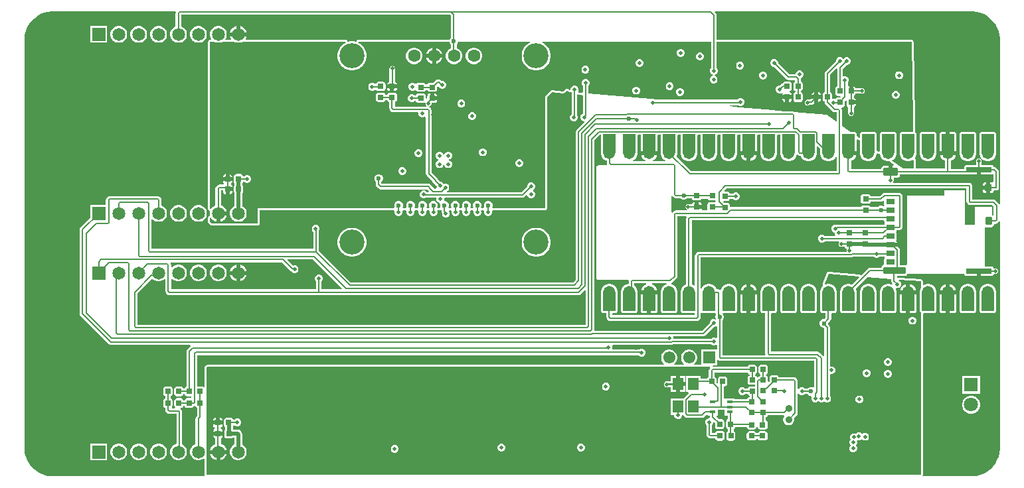
<source format=gbr>
%TF.GenerationSoftware,Altium Limited,Altium Designer,25.8.1 (18)*%
G04 Layer_Physical_Order=4*
G04 Layer_Color=16711680*
%FSLAX45Y45*%
%MOMM*%
%TF.SameCoordinates,177DAE0C-5750-4891-A40F-8E88CBB746AF*%
%TF.FilePolarity,Positive*%
%TF.FileFunction,Copper,L4,Bot,Signal*%
%TF.Part,Single*%
G01*
G75*
%TA.AperFunction,Conductor*%
%ADD10C,0.20000*%
%TA.AperFunction,SMDPad,CuDef*%
%ADD12C,0.60000*%
G04:AMPARAMS|DCode=14|XSize=0.76mm|YSize=0.6604mm|CornerRadius=0.08255mm|HoleSize=0mm|Usage=FLASHONLY|Rotation=270.000|XOffset=0mm|YOffset=0mm|HoleType=Round|Shape=RoundedRectangle|*
%AMROUNDEDRECTD14*
21,1,0.76000,0.49530,0,0,270.0*
21,1,0.59490,0.66040,0,0,270.0*
1,1,0.16510,-0.24765,-0.29745*
1,1,0.16510,-0.24765,0.29745*
1,1,0.16510,0.24765,0.29745*
1,1,0.16510,0.24765,-0.29745*
%
%ADD14ROUNDEDRECTD14*%
G04:AMPARAMS|DCode=16|XSize=0.76mm|YSize=0.6604mm|CornerRadius=0.08255mm|HoleSize=0mm|Usage=FLASHONLY|Rotation=180.000|XOffset=0mm|YOffset=0mm|HoleType=Round|Shape=RoundedRectangle|*
%AMROUNDEDRECTD16*
21,1,0.76000,0.49530,0,0,180.0*
21,1,0.59490,0.66040,0,0,180.0*
1,1,0.16510,-0.29745,0.24765*
1,1,0.16510,0.29745,0.24765*
1,1,0.16510,0.29745,-0.24765*
1,1,0.16510,-0.29745,-0.24765*
%
%ADD16ROUNDEDRECTD16*%
%TA.AperFunction,Conductor*%
%ADD37C,0.30000*%
%ADD38C,0.50000*%
%TA.AperFunction,ComponentPad*%
%ADD41R,1.65100X1.65100*%
%ADD42C,1.65100*%
%ADD43C,1.60000*%
%ADD44C,1.55000*%
%ADD45R,1.55000X1.55000*%
%ADD46C,0.90000*%
%ADD47R,1.80000X1.80000*%
%ADD48C,1.80000*%
%TA.AperFunction,ViaPad*%
%ADD49C,0.50000*%
%ADD50C,5.00000*%
%ADD51C,3.20000*%
%TA.AperFunction,SMDPad,CuDef*%
G04:AMPARAMS|DCode=62|XSize=0.7mm|YSize=3.3mm|CornerRadius=0.0875mm|HoleSize=0mm|Usage=FLASHONLY|Rotation=90.000|XOffset=0mm|YOffset=0mm|HoleType=Round|Shape=RoundedRectangle|*
%AMROUNDEDRECTD62*
21,1,0.70000,3.12500,0,0,90.0*
21,1,0.52500,3.30000,0,0,90.0*
1,1,0.17500,1.56250,0.26250*
1,1,0.17500,1.56250,-0.26250*
1,1,0.17500,-1.56250,-0.26250*
1,1,0.17500,-1.56250,0.26250*
%
%ADD62ROUNDEDRECTD62*%
G04:AMPARAMS|DCode=63|XSize=0.9mm|YSize=0.93mm|CornerRadius=0.09mm|HoleSize=0mm|Usage=FLASHONLY|Rotation=90.000|XOffset=0mm|YOffset=0mm|HoleType=Round|Shape=RoundedRectangle|*
%AMROUNDEDRECTD63*
21,1,0.90000,0.75000,0,0,90.0*
21,1,0.72000,0.93000,0,0,90.0*
1,1,0.18000,0.37500,0.36000*
1,1,0.18000,0.37500,-0.36000*
1,1,0.18000,-0.37500,-0.36000*
1,1,0.18000,-0.37500,0.36000*
%
%ADD63ROUNDEDRECTD63*%
G04:AMPARAMS|DCode=64|XSize=1.04mm|YSize=1.83mm|CornerRadius=0.104mm|HoleSize=0mm|Usage=FLASHONLY|Rotation=90.000|XOffset=0mm|YOffset=0mm|HoleType=Round|Shape=RoundedRectangle|*
%AMROUNDEDRECTD64*
21,1,1.04000,1.62200,0,0,90.0*
21,1,0.83200,1.83000,0,0,90.0*
1,1,0.20800,0.81100,0.41600*
1,1,0.20800,0.81100,-0.41600*
1,1,0.20800,-0.81100,-0.41600*
1,1,0.20800,-0.81100,0.41600*
%
%ADD64ROUNDEDRECTD64*%
G04:AMPARAMS|DCode=65|XSize=0.7mm|YSize=3.3mm|CornerRadius=0.07mm|HoleSize=0mm|Usage=FLASHONLY|Rotation=90.000|XOffset=0mm|YOffset=0mm|HoleType=Round|Shape=RoundedRectangle|*
%AMROUNDEDRECTD65*
21,1,0.70000,3.16000,0,0,90.0*
21,1,0.56000,3.30000,0,0,90.0*
1,1,0.14000,1.58000,0.28000*
1,1,0.14000,1.58000,-0.28000*
1,1,0.14000,-1.58000,-0.28000*
1,1,0.14000,-1.58000,0.28000*
%
%ADD65ROUNDEDRECTD65*%
G04:AMPARAMS|DCode=66|XSize=0.7mm|YSize=1.1mm|CornerRadius=0.07mm|HoleSize=0mm|Usage=FLASHONLY|Rotation=90.000|XOffset=0mm|YOffset=0mm|HoleType=Round|Shape=RoundedRectangle|*
%AMROUNDEDRECTD66*
21,1,0.70000,0.96000,0,0,90.0*
21,1,0.56000,1.10000,0,0,90.0*
1,1,0.14000,0.48000,0.28000*
1,1,0.14000,0.48000,-0.28000*
1,1,0.14000,-0.48000,-0.28000*
1,1,0.14000,-0.48000,0.28000*
%
%ADD66ROUNDEDRECTD66*%
G04:AMPARAMS|DCode=67|XSize=0.86mm|YSize=2.8mm|CornerRadius=0.086mm|HoleSize=0mm|Usage=FLASHONLY|Rotation=90.000|XOffset=0mm|YOffset=0mm|HoleType=Round|Shape=RoundedRectangle|*
%AMROUNDEDRECTD67*
21,1,0.86000,2.62800,0,0,90.0*
21,1,0.68800,2.80000,0,0,90.0*
1,1,0.17200,1.31400,0.34400*
1,1,0.17200,1.31400,-0.34400*
1,1,0.17200,-1.31400,-0.34400*
1,1,0.17200,-1.31400,0.34400*
%
%ADD67ROUNDEDRECTD67*%
%ADD68R,1.33000X1.57000*%
%ADD69R,0.80000X0.40000*%
G04:AMPARAMS|DCode=70|XSize=1.05mm|YSize=0.78mm|CornerRadius=0.078mm|HoleSize=0mm|Usage=FLASHONLY|Rotation=90.000|XOffset=0mm|YOffset=0mm|HoleType=Round|Shape=RoundedRectangle|*
%AMROUNDEDRECTD70*
21,1,1.05000,0.62400,0,0,90.0*
21,1,0.89400,0.78000,0,0,90.0*
1,1,0.15600,0.31200,0.44700*
1,1,0.15600,0.31200,-0.44700*
1,1,0.15600,-0.31200,-0.44700*
1,1,0.15600,-0.31200,0.44700*
%
%ADD70ROUNDEDRECTD70*%
G36*
X1952412Y5969413D02*
X1960491Y5956713D01*
X1958814Y5948284D01*
Y5776782D01*
X1952987Y5775221D01*
X1928463Y5761062D01*
X1908438Y5741037D01*
X1894279Y5716513D01*
X1886950Y5689159D01*
Y5660841D01*
X1894279Y5633487D01*
X1908438Y5608963D01*
X1928463Y5588939D01*
X1952987Y5574779D01*
X1980341Y5567450D01*
X2008659D01*
X2036013Y5574779D01*
X2060537Y5588939D01*
X2080561Y5608963D01*
X2094721Y5633487D01*
X2102050Y5660841D01*
Y5689159D01*
X2094721Y5716513D01*
X2080561Y5741037D01*
X2060537Y5761062D01*
X2036013Y5775221D01*
X2030186Y5776782D01*
Y5924314D01*
X5457718D01*
X5469314Y5912718D01*
Y5632096D01*
X5458373Y5621155D01*
X5451741Y5605143D01*
X5450000Y5605490D01*
X4288058D01*
X4285596Y5605000D01*
X4283085D01*
X4280765Y5604039D01*
X4278303Y5603549D01*
X4276216Y5602155D01*
X4273897Y5601194D01*
X4272121Y5599419D01*
X4270034Y5598024D01*
X4268639Y5595937D01*
X4266864Y5594162D01*
X4265903Y5591841D01*
X4264508Y5589754D01*
X4264482Y5589624D01*
X4259963Y5577891D01*
X4224222Y5585000D01*
X4187780D01*
X4152039Y5577891D01*
X4147520Y5589624D01*
X4147494Y5589754D01*
X4146099Y5591842D01*
X4145138Y5594161D01*
X4143363Y5595936D01*
X4141968Y5598024D01*
X4139881Y5599419D01*
X4138105Y5601194D01*
X4135786Y5602155D01*
X4133699Y5603549D01*
X4131237Y5604039D01*
X4128917Y5605000D01*
X4126406D01*
X4123944Y5605490D01*
X2855683D01*
X2848350Y5618190D01*
X2857093Y5633333D01*
X2861452Y5649600D01*
X2651548D01*
X2655907Y5633333D01*
X2664649Y5618190D01*
X2657317Y5605490D01*
X2601221D01*
X2593889Y5618190D01*
X2602721Y5633487D01*
X2610050Y5660841D01*
Y5689159D01*
X2602721Y5716513D01*
X2588561Y5741037D01*
X2568537Y5761062D01*
X2544013Y5775221D01*
X2516659Y5782550D01*
X2488341D01*
X2460987Y5775221D01*
X2436463Y5761062D01*
X2416438Y5741037D01*
X2402279Y5716513D01*
X2394950Y5689159D01*
Y5660841D01*
X2402279Y5633487D01*
X2411111Y5618190D01*
X2403779Y5605490D01*
X2397500D01*
X2387746Y5603549D01*
X2379476Y5598024D01*
X2373951Y5589754D01*
X2372010Y5580000D01*
Y3448435D01*
X2372338Y3446785D01*
X2372228Y3445108D01*
X2373300Y3441952D01*
X2373951Y3438680D01*
X2374885Y3437282D01*
X2375425Y3435690D01*
X2377623Y3433184D01*
X2379476Y3430411D01*
X2380874Y3429477D01*
X2381983Y3428213D01*
X2384973Y3426738D01*
X2387745Y3424885D01*
X2398794Y3417505D01*
X2394950Y3403159D01*
Y3374841D01*
X2398794Y3360495D01*
X2387746Y3353115D01*
X2384973Y3351262D01*
X2381983Y3349788D01*
X2380874Y3348523D01*
X2379476Y3347589D01*
X2377623Y3344816D01*
X2375425Y3342310D01*
X2374885Y3340718D01*
X2373951Y3339320D01*
X2373300Y3336048D01*
X2372228Y3332892D01*
X2372338Y3331215D01*
X2372010Y3329565D01*
Y3295592D01*
X2371451Y3294755D01*
X2369510Y3285000D01*
X2371451Y3275245D01*
X2376976Y3266976D01*
X2399476Y3244476D01*
X2407746Y3238951D01*
X2417500Y3237010D01*
X3007500D01*
X3017254Y3238951D01*
X3025524Y3244476D01*
X3031049Y3252746D01*
X3032990Y3262500D01*
Y3429510D01*
X4743725D01*
X4750178Y3423522D01*
X4752698Y3418611D01*
X4750600Y3413546D01*
Y3393654D01*
X4758212Y3375277D01*
X4772277Y3361212D01*
X4790654Y3353600D01*
X4810546D01*
X4828923Y3361212D01*
X4842988Y3375277D01*
X4850600Y3393654D01*
Y3413546D01*
X4848502Y3418611D01*
X4851022Y3423522D01*
X4857475Y3429510D01*
X4896125D01*
X4902578Y3423522D01*
X4905098Y3418611D01*
X4903000Y3413546D01*
Y3393654D01*
X4910612Y3375277D01*
X4924677Y3361212D01*
X4943054Y3353600D01*
X4962946D01*
X4981323Y3361212D01*
X4995388Y3375277D01*
X5003000Y3393654D01*
Y3413546D01*
X5000902Y3418611D01*
X5003422Y3423522D01*
X5009875Y3429510D01*
X5048525D01*
X5054978Y3423522D01*
X5057498Y3418611D01*
X5055400Y3413546D01*
Y3393654D01*
X5063012Y3375277D01*
X5077077Y3361212D01*
X5095454Y3353600D01*
X5115346D01*
X5133723Y3361212D01*
X5147788Y3375277D01*
X5155400Y3393654D01*
Y3413546D01*
X5153302Y3418611D01*
X5155822Y3423522D01*
X5162275Y3429510D01*
X5188225D01*
X5194678Y3423522D01*
X5197198Y3418611D01*
X5195100Y3413546D01*
Y3393654D01*
X5202712Y3375277D01*
X5216777Y3361212D01*
X5235154Y3353600D01*
X5255046D01*
X5273423Y3361212D01*
X5287488Y3375277D01*
X5295100Y3393654D01*
Y3413546D01*
X5293002Y3418611D01*
X5295522Y3423522D01*
X5301975Y3429510D01*
X5327925D01*
X5330992Y3430120D01*
X5334113Y3430273D01*
X5335823Y3431081D01*
X5336414Y3431199D01*
X5339085Y3430693D01*
X5346119Y3426904D01*
X5349114Y3423683D01*
Y3411718D01*
X5351831Y3398062D01*
X5354679Y3393798D01*
X5354641Y3393705D01*
Y3373814D01*
X5362253Y3355437D01*
X5376318Y3341371D01*
X5394695Y3333759D01*
X5414586D01*
X5432963Y3341371D01*
X5447029Y3355437D01*
X5454641Y3373814D01*
Y3393705D01*
X5447029Y3412082D01*
X5442301Y3416810D01*
X5447561Y3429510D01*
X5467625D01*
X5474078Y3423522D01*
X5476598Y3418611D01*
X5474500Y3413546D01*
Y3393654D01*
X5482112Y3375277D01*
X5496177Y3361212D01*
X5514554Y3353600D01*
X5534446D01*
X5552823Y3361212D01*
X5566888Y3375277D01*
X5574500Y3393654D01*
Y3413546D01*
X5572402Y3418611D01*
X5574922Y3423522D01*
X5581375Y3429510D01*
X5607325D01*
X5613778Y3423522D01*
X5616298Y3418611D01*
X5614200Y3413546D01*
Y3393654D01*
X5621812Y3375277D01*
X5635877Y3361212D01*
X5654254Y3353600D01*
X5674146D01*
X5692523Y3361212D01*
X5706588Y3375277D01*
X5714200Y3393654D01*
Y3413546D01*
X5712102Y3418611D01*
X5714622Y3423522D01*
X5721075Y3429510D01*
X5747025D01*
X5753478Y3423522D01*
X5755998Y3418611D01*
X5753900Y3413546D01*
Y3393654D01*
X5761512Y3375277D01*
X5775577Y3361212D01*
X5793954Y3353600D01*
X5813846D01*
X5832223Y3361212D01*
X5846288Y3375277D01*
X5853900Y3393654D01*
Y3413546D01*
X5851802Y3418611D01*
X5854322Y3423522D01*
X5860775Y3429510D01*
X5886725D01*
X5893178Y3423522D01*
X5895698Y3418611D01*
X5893600Y3413546D01*
Y3393654D01*
X5901212Y3375277D01*
X5915277Y3361212D01*
X5933654Y3353600D01*
X5953546D01*
X5971923Y3361212D01*
X5985988Y3375277D01*
X5993600Y3393654D01*
Y3413546D01*
X5991502Y3418611D01*
X5994022Y3423522D01*
X6000475Y3429510D01*
X6667500D01*
X6677254Y3431451D01*
X6685524Y3436976D01*
X6691049Y3445246D01*
X6692990Y3455000D01*
Y4874442D01*
X6755518Y4936970D01*
X6902490Y4923633D01*
X6903650Y4923756D01*
X6904794Y4923529D01*
X6908561Y4924278D01*
X6912380Y4924684D01*
X6913404Y4925242D01*
X6914548Y4925469D01*
X6917741Y4927603D01*
X6921115Y4929439D01*
X6921848Y4930347D01*
X6922817Y4930995D01*
X6924951Y4934187D01*
X6927365Y4937176D01*
X6927695Y4938294D01*
X6928343Y4939264D01*
X6929221Y4941384D01*
X6936116Y4948279D01*
X6945124Y4952010D01*
X6954876D01*
X6963884Y4948279D01*
X6964276Y4947887D01*
X6972545Y4942361D01*
X6982300Y4940421D01*
X6992055Y4942361D01*
X6993489Y4942956D01*
X6999849Y4940322D01*
X7005564Y4934658D01*
Y4653775D01*
X6995112Y4643323D01*
X6987500Y4624946D01*
Y4605054D01*
X6995112Y4586677D01*
X7009177Y4572612D01*
X7027554Y4565000D01*
X7047446D01*
X7065823Y4572612D01*
X7079888Y4586677D01*
X7087500Y4605054D01*
Y4624946D01*
X7079888Y4643323D01*
X7076936Y4646275D01*
Y4899081D01*
X7079394Y4902285D01*
X7081278Y4903917D01*
X7086781Y4906690D01*
X7089636Y4907295D01*
X7091271Y4907085D01*
X7094128Y4906243D01*
X7137633Y4902295D01*
X7139310Y4901752D01*
X7147461Y4894541D01*
X7149314Y4890961D01*
Y4662016D01*
X7144177Y4659888D01*
X7130112Y4645823D01*
X7122500Y4627446D01*
Y4607554D01*
X7130112Y4589177D01*
X7144177Y4575112D01*
X7162554Y4567500D01*
X7168435D01*
X7173696Y4554800D01*
X7072266Y4453370D01*
X7064531Y4441793D01*
X7061814Y4428137D01*
Y2544782D01*
X7025218Y2508186D01*
X4192281D01*
X3785686Y2914781D01*
Y3162475D01*
X3787388Y3164177D01*
X3795000Y3182554D01*
Y3202446D01*
X3787388Y3220823D01*
X3773323Y3234888D01*
X3754946Y3242500D01*
X3735054D01*
X3716677Y3234888D01*
X3702612Y3220823D01*
X3695000Y3202446D01*
Y3182554D01*
X3702612Y3164177D01*
X3714314Y3152475D01*
Y2935686D01*
X1649901D01*
Y3309539D01*
X1662601Y3314800D01*
X1674463Y3302939D01*
X1698987Y3288779D01*
X1726341Y3281450D01*
X1754659D01*
X1782013Y3288779D01*
X1806537Y3302939D01*
X1826561Y3322963D01*
X1840721Y3347487D01*
X1848050Y3374841D01*
Y3403159D01*
X1840721Y3430513D01*
X1826561Y3455037D01*
X1806537Y3475062D01*
X1782013Y3489221D01*
X1776186Y3490782D01*
Y3563284D01*
X1773469Y3576941D01*
X1765734Y3588518D01*
X1754018Y3600234D01*
X1742441Y3607969D01*
X1728784Y3610686D01*
X1116716D01*
X1103060Y3607969D01*
X1091482Y3600234D01*
X1079766Y3588518D01*
X1072031Y3576941D01*
X1069314Y3563284D01*
Y3496550D01*
X870950D01*
Y3331917D01*
X744766Y3205734D01*
X737031Y3194156D01*
X734314Y3180500D01*
Y2108913D01*
X737031Y2095257D01*
X744766Y2083680D01*
X1111284Y1717162D01*
X1122861Y1709427D01*
X1136517Y1706710D01*
X2143282D01*
X2148543Y1694010D01*
X2106016Y1651483D01*
X2098281Y1639906D01*
X2095564Y1626250D01*
Y1177729D01*
X2093509Y1177320D01*
X2082509Y1169970D01*
X2075159Y1158970D01*
X2073760Y1151936D01*
X2057490D01*
X2056091Y1158971D01*
X2048741Y1169971D01*
X2037740Y1177321D01*
X2024765Y1179902D01*
X1975235D01*
X1962260Y1177321D01*
X1951259Y1169971D01*
X1943909Y1158971D01*
X1941329Y1145996D01*
Y1086506D01*
X1943909Y1073530D01*
X1951259Y1062530D01*
X1962260Y1055180D01*
X1975235Y1052599D01*
X2024765D01*
X2037740Y1055180D01*
X2048741Y1062530D01*
X2056091Y1073530D01*
X2057490Y1080565D01*
X2073760D01*
X2075159Y1073530D01*
X2082509Y1062529D01*
X2093509Y1055180D01*
X2106485Y1052599D01*
X2156014D01*
X2162110Y1042099D01*
Y1040401D01*
X2161706Y1039704D01*
X2151068Y1029901D01*
X2106485D01*
X2093509Y1027321D01*
X2082509Y1019971D01*
X2075159Y1008970D01*
X2073760Y1001936D01*
X2057490D01*
X2056091Y1008971D01*
X2048741Y1019971D01*
X2037740Y1027321D01*
X2024765Y1029902D01*
X1975235D01*
X1962260Y1027321D01*
X1951259Y1019971D01*
X1943909Y1008971D01*
X1941329Y995996D01*
Y936506D01*
X1943909Y923531D01*
X1950688Y913386D01*
X1949697Y908924D01*
X1946127Y900686D01*
X1913873D01*
X1910303Y908924D01*
X1909312Y913386D01*
X1916090Y923531D01*
X1918671Y936506D01*
Y995996D01*
X1916090Y1008971D01*
X1908740Y1019971D01*
X1897740Y1027321D01*
X1895686Y1027730D01*
Y1054772D01*
X1897740Y1055180D01*
X1908740Y1062530D01*
X1916090Y1073530D01*
X1918671Y1086506D01*
Y1145996D01*
X1916090Y1158971D01*
X1908740Y1169971D01*
X1897740Y1177321D01*
X1884765Y1179902D01*
X1835235D01*
X1822259Y1177321D01*
X1811259Y1169971D01*
X1803909Y1158971D01*
X1801328Y1145996D01*
Y1086506D01*
X1803909Y1073530D01*
X1811259Y1062530D01*
X1822259Y1055180D01*
X1824314Y1054772D01*
Y1027730D01*
X1822259Y1027321D01*
X1811259Y1019971D01*
X1803909Y1008971D01*
X1801328Y995996D01*
Y936506D01*
X1803909Y923531D01*
X1811259Y912530D01*
X1822259Y905180D01*
X1824314Y904772D01*
Y881716D01*
X1827031Y868060D01*
X1834766Y856482D01*
X1851482Y839766D01*
X1863060Y832031D01*
X1876716Y829314D01*
X1971814D01*
Y512567D01*
X1969314Y500000D01*
X1971814Y487433D01*
Y448165D01*
X1952987Y443121D01*
X1928463Y428962D01*
X1908438Y408937D01*
X1894279Y384413D01*
X1886950Y357059D01*
Y328741D01*
X1894279Y301387D01*
X1908438Y276863D01*
X1928463Y256838D01*
X1952987Y242679D01*
X1980341Y235350D01*
X2008659D01*
X2036013Y242679D01*
X2060537Y256838D01*
X2080561Y276863D01*
X2094721Y301387D01*
X2102050Y328741D01*
Y357059D01*
X2094721Y384413D01*
X2080561Y408937D01*
X2060537Y428962D01*
X2043186Y438980D01*
Y502500D01*
Y853284D01*
X2040469Y866941D01*
X2032734Y878518D01*
X2021352Y889899D01*
X2021413Y891538D01*
X2024368Y901288D01*
X2025232Y902692D01*
X2037740Y905180D01*
X2048741Y912530D01*
X2056091Y923531D01*
X2057490Y930565D01*
X2073760D01*
X2075159Y923530D01*
X2082509Y912530D01*
X2093509Y905180D01*
X2106485Y902599D01*
X2156015D01*
X2168990Y905180D01*
X2179990Y912530D01*
X2187340Y923530D01*
X2188740Y930564D01*
X2190784D01*
X2200430Y932483D01*
X2212134Y927156D01*
X2214872Y924976D01*
X2215159Y923530D01*
X2222509Y912530D01*
X2233510Y905180D01*
X2235564Y904771D01*
Y806120D01*
X2222666Y793222D01*
X2214931Y781645D01*
X2212214Y767989D01*
Y584200D01*
X2212514Y582692D01*
Y444602D01*
X2206987Y443121D01*
X2182463Y428962D01*
X2162438Y408937D01*
X2148279Y384413D01*
X2140950Y357059D01*
Y328741D01*
X2148279Y301387D01*
X2162438Y276863D01*
X2182463Y256838D01*
X2206987Y242679D01*
X2234341Y235350D01*
X2262659D01*
X2290013Y242679D01*
X2314537Y256838D01*
X2317777Y260078D01*
X2329510Y255218D01*
Y52500D01*
X2331343Y43286D01*
X2331398Y42656D01*
X2324302Y30586D01*
X400000Y30585D01*
X375787D01*
X327776Y36906D01*
X281000Y49440D01*
X236261Y67971D01*
X194324Y92184D01*
X155905Y121663D01*
X121664Y155905D01*
X92184Y194323D01*
X67971Y236261D01*
X49440Y280999D01*
X36907Y327776D01*
X30586Y375787D01*
X30586Y400000D01*
X30586Y5600000D01*
Y5624212D01*
X36906Y5672223D01*
X49440Y5718999D01*
X67972Y5763738D01*
X92184Y5805675D01*
X121663Y5844094D01*
X155906Y5878336D01*
X194324Y5907815D01*
X236261Y5932028D01*
X281000Y5950559D01*
X327776Y5963092D01*
X375788Y5969414D01*
X400000D01*
X1952412Y5969413D01*
D02*
G37*
G36*
X11359006Y4587612D02*
X11361817Y4436053D01*
X11352920Y4426990D01*
X11216999Y4426991D01*
X11216986Y4426988D01*
X11216974Y4426991D01*
X11212225Y4426041D01*
X11207245Y4425051D01*
X11207234Y4425043D01*
X11207221Y4425041D01*
X11203097Y4422279D01*
X11198975Y4419525D01*
X11198968Y4419515D01*
X11198957Y4419507D01*
X11196194Y4415363D01*
X11193449Y4411256D01*
X11193447Y4411243D01*
X11193440Y4411232D01*
X11192479Y4406378D01*
X11191509Y4401501D01*
X11191512Y4401489D01*
X11191509Y4401476D01*
X11191744Y4161731D01*
X11191744Y4161729D01*
X11191744Y4156515D01*
X11192072Y4154865D01*
X11191962Y4153186D01*
X11193330Y4142790D01*
X11193870Y4141197D01*
X11193980Y4139519D01*
X11196694Y4129390D01*
X11197438Y4127882D01*
X11197766Y4126232D01*
X11201779Y4116544D01*
X11202713Y4115146D01*
X11203253Y4113554D01*
X11208497Y4104472D01*
X11209605Y4103208D01*
X11210349Y4101699D01*
X11216733Y4093380D01*
X11217997Y4092271D01*
X11218932Y4090873D01*
X11226347Y4083458D01*
X11227744Y4082524D01*
X11228853Y4081260D01*
X11237173Y4074876D01*
X11238682Y4074133D01*
X11239946Y4073024D01*
X11249028Y4067781D01*
X11250620Y4067240D01*
X11252018Y4066306D01*
X11261706Y4062294D01*
X11263356Y4061966D01*
X11264864Y4061222D01*
X11274993Y4058509D01*
X11276671Y4058399D01*
X11278264Y4057858D01*
X11288661Y4056490D01*
X11290339Y4056601D01*
X11291988Y4056273D01*
X11297226Y4056273D01*
X11302466Y4056272D01*
X11304116Y4056600D01*
X11305794Y4056489D01*
X11316191Y4057856D01*
X11317784Y4058396D01*
X11319463Y4058506D01*
X11329593Y4061218D01*
X11331102Y4061962D01*
X11332752Y4062290D01*
X11342441Y4066302D01*
X11343839Y4067236D01*
X11345431Y4067776D01*
X11354515Y4073019D01*
X11355780Y4074128D01*
X11355826Y4074151D01*
X11361087Y4072434D01*
X11368650Y4067581D01*
X11370421Y3972120D01*
X11361230Y3959420D01*
X11231312D01*
X11094836Y4055520D01*
X11093927Y4058795D01*
X11094331Y4066663D01*
X11095860Y4070332D01*
X11100515Y4073019D01*
X11101780Y4074128D01*
X11103288Y4074872D01*
X11111609Y4081255D01*
X11112718Y4082519D01*
X11114115Y4083453D01*
X11121531Y4090868D01*
X11122466Y4092267D01*
X11123731Y4093376D01*
X11130115Y4101696D01*
X11130859Y4103205D01*
X11131968Y4104469D01*
X11137211Y4113551D01*
X11137752Y4115143D01*
X11138686Y4116542D01*
X11142699Y4126231D01*
X11143027Y4127880D01*
X11143771Y4129389D01*
X11146485Y4139519D01*
X11146595Y4141198D01*
X11147135Y4142791D01*
X11148502Y4153188D01*
X11148392Y4154866D01*
X11148720Y4156516D01*
X11148719Y4161759D01*
X11148717Y4161770D01*
X11148719Y4161780D01*
X11148488Y4401525D01*
X11147504Y4406451D01*
X11146548Y4411254D01*
X11146541Y4411264D01*
X11146539Y4411277D01*
X11143758Y4415430D01*
X11141023Y4419524D01*
X11141013Y4419531D01*
X11141005Y4419541D01*
X11136890Y4422285D01*
X11132753Y4425049D01*
X11132741Y4425052D01*
X11132731Y4425059D01*
X11127903Y4426014D01*
X11122999Y4426990D01*
X10962999Y4426991D01*
X10962986Y4426988D01*
X10962974Y4426991D01*
X10958225Y4426041D01*
X10953245Y4425051D01*
X10953234Y4425043D01*
X10953221Y4425041D01*
X10949097Y4422279D01*
X10944975Y4419525D01*
X10944968Y4419515D01*
X10944957Y4419507D01*
X10942194Y4415363D01*
X10939449Y4411256D01*
X10939447Y4411243D01*
X10939440Y4411232D01*
X10938479Y4406378D01*
X10937509Y4401501D01*
X10937512Y4401489D01*
X10937509Y4401476D01*
X10937724Y4181686D01*
X10925031Y4175091D01*
X10894686Y4196459D01*
X10894488Y4401525D01*
X10893504Y4406451D01*
X10892548Y4411254D01*
X10892541Y4411264D01*
X10892539Y4411277D01*
X10889758Y4415430D01*
X10887023Y4419524D01*
X10887013Y4419531D01*
X10887005Y4419541D01*
X10882890Y4422285D01*
X10878753Y4425049D01*
X10878741Y4425052D01*
X10878731Y4425059D01*
X10873903Y4426014D01*
X10868999Y4426990D01*
X10708999Y4426991D01*
X10708986Y4426988D01*
X10708974Y4426991D01*
X10704225Y4426041D01*
X10699245Y4425051D01*
X10699234Y4425043D01*
X10699221Y4425041D01*
X10695097Y4422279D01*
X10690975Y4419525D01*
X10690968Y4419515D01*
X10690957Y4419507D01*
X10688194Y4415363D01*
X10685449Y4411256D01*
X10685447Y4411243D01*
X10685440Y4411232D01*
X10684479Y4406378D01*
X10683509Y4401501D01*
X10683512Y4401489D01*
X10683509Y4401476D01*
X10683551Y4358923D01*
X10672281Y4353068D01*
X10640514Y4375438D01*
X10640488Y4401525D01*
X10639504Y4406451D01*
X10638548Y4411254D01*
X10638541Y4411264D01*
X10638539Y4411277D01*
X10635758Y4415430D01*
X10633023Y4419524D01*
X10633013Y4419531D01*
X10633005Y4419541D01*
X10628890Y4422285D01*
X10624753Y4425049D01*
X10624741Y4425052D01*
X10624731Y4425059D01*
X10619903Y4426014D01*
X10614999Y4426990D01*
X10567302Y4426990D01*
X10458186Y4503826D01*
Y4703284D01*
X10455469Y4716941D01*
X10447734Y4728518D01*
X10446003Y4730248D01*
X10451264Y4742948D01*
X10454865D01*
X10467840Y4745529D01*
X10478840Y4752879D01*
X10486190Y4763879D01*
X10488771Y4776855D01*
Y4819784D01*
X10498321Y4829333D01*
X10511021Y4824073D01*
Y4776855D01*
X10513633Y4763723D01*
X10521071Y4752591D01*
X10532203Y4745152D01*
X10534414Y4744713D01*
Y4667920D01*
X10537131Y4654263D01*
X10544866Y4642686D01*
X10556444Y4634950D01*
X10570100Y4632234D01*
X10583756Y4634950D01*
X10595334Y4642686D01*
X10603069Y4654263D01*
X10605786Y4667920D01*
Y4744713D01*
X10607997Y4745152D01*
X10619129Y4752591D01*
X10626567Y4763723D01*
X10629179Y4776855D01*
Y4781200D01*
X10570100D01*
Y4832000D01*
X10629179D01*
Y4836344D01*
X10626567Y4849476D01*
X10619129Y4860608D01*
X10607997Y4868047D01*
X10605786Y4868486D01*
Y4889713D01*
X10607997Y4890152D01*
X10619129Y4897591D01*
X10626567Y4908723D01*
X10627998Y4915914D01*
X10708780D01*
X10722436Y4918630D01*
X10734014Y4926366D01*
X10741749Y4937943D01*
X10744466Y4951599D01*
X10741749Y4965256D01*
X10734014Y4976833D01*
X10722436Y4984569D01*
X10708780Y4987285D01*
X10627998D01*
X10626567Y4994476D01*
X10619129Y5005608D01*
X10607997Y5013047D01*
X10595500Y5015532D01*
Y4951600D01*
X10544700D01*
Y5015533D01*
X10541506Y5014897D01*
X10528805Y5024888D01*
Y5060595D01*
X10532588Y5064377D01*
X10540200Y5082754D01*
Y5102646D01*
X10532588Y5121023D01*
X10518523Y5135088D01*
X10500146Y5142700D01*
X10480254D01*
X10476345Y5141081D01*
X10465786Y5148137D01*
Y5234218D01*
X10515567Y5284000D01*
X10525046D01*
X10543423Y5291612D01*
X10557488Y5305677D01*
X10565100Y5324054D01*
Y5343946D01*
X10557488Y5362323D01*
X10543423Y5376388D01*
X10525046Y5384000D01*
X10505155D01*
X10486777Y5376388D01*
X10479197Y5368807D01*
X10470900Y5363485D01*
X10462603Y5368807D01*
X10455023Y5376388D01*
X10436646Y5384000D01*
X10416754D01*
X10398377Y5376388D01*
X10384312Y5362323D01*
X10376700Y5343946D01*
Y5334467D01*
X10242367Y5200134D01*
X10234631Y5188557D01*
X10231915Y5174900D01*
Y4965700D01*
Y4938079D01*
X10229860Y4937670D01*
X10218860Y4930320D01*
X10211510Y4919320D01*
X10208929Y4906345D01*
Y4846855D01*
X10211510Y4833879D01*
X10218860Y4822879D01*
X10229860Y4815529D01*
X10231915Y4815120D01*
Y4806468D01*
X10234631Y4792812D01*
X10242367Y4781234D01*
X10333835Y4689766D01*
X10345412Y4682031D01*
X10359068Y4679314D01*
X10386814D01*
Y4567870D01*
X10375541Y4562021D01*
X10258100Y4644719D01*
X9849449Y4681802D01*
X9848518Y4682734D01*
X9836940Y4690469D01*
X9823284Y4693186D01*
X9724006D01*
X9477455Y4715559D01*
X9147196Y4745529D01*
X9024896Y4756627D01*
X9025470Y4769314D01*
X9133284D01*
X9133499Y4769357D01*
X9150054Y4762500D01*
X9169946D01*
X9188323Y4770112D01*
X9202388Y4784177D01*
X9210000Y4802554D01*
Y4822446D01*
X9202388Y4840823D01*
X9188323Y4854888D01*
X9169946Y4862500D01*
X9150054D01*
X9131677Y4854888D01*
X9117612Y4840823D01*
X9117555Y4840686D01*
X8098592D01*
X8072673Y4843038D01*
X8068323Y4847388D01*
X8049946Y4855000D01*
X8030054D01*
X8014024Y4848360D01*
X7220686Y4920352D01*
Y5017475D01*
X7227388Y5024177D01*
X7235000Y5042554D01*
Y5062446D01*
X7227388Y5080823D01*
X7213323Y5094888D01*
X7194946Y5102500D01*
X7175054D01*
X7156677Y5094888D01*
X7142612Y5080823D01*
X7135000Y5062446D01*
Y5042554D01*
X7142612Y5024177D01*
X7149314Y5017475D01*
Y4936245D01*
X7139937Y4927680D01*
X7096432Y4931628D01*
X7089793Y4944983D01*
X7095000Y4957554D01*
Y4977446D01*
X7087388Y4995823D01*
X7073323Y5009888D01*
X7054946Y5017500D01*
X7035054D01*
X7016677Y5009888D01*
X7002612Y4995823D01*
X6995000Y4977446D01*
Y4971171D01*
X6982300Y4965911D01*
X6978323Y4969888D01*
X6959946Y4977500D01*
X6940054D01*
X6921677Y4969888D01*
X6907612Y4955823D01*
X6904794Y4949019D01*
X6745934Y4963434D01*
X6667500Y4885000D01*
Y3455000D01*
X6000475D01*
X5992859Y3467700D01*
X5998600Y3481560D01*
Y3503440D01*
X5990227Y3523655D01*
X5974755Y3539127D01*
X5954540Y3547500D01*
X5932660D01*
X5912445Y3539127D01*
X5896973Y3523655D01*
X5888600Y3503440D01*
Y3481560D01*
X5894341Y3467700D01*
X5886725Y3455000D01*
X5860775D01*
X5853159Y3467700D01*
X5858900Y3481560D01*
Y3503440D01*
X5850527Y3523655D01*
X5835055Y3539127D01*
X5814840Y3547500D01*
X5792960D01*
X5772745Y3539127D01*
X5757273Y3523655D01*
X5748900Y3503440D01*
Y3481560D01*
X5754641Y3467700D01*
X5747025Y3455000D01*
X5721075D01*
X5713459Y3467700D01*
X5719200Y3481560D01*
Y3503440D01*
X5710827Y3523655D01*
X5695355Y3539127D01*
X5675140Y3547500D01*
X5653260D01*
X5633045Y3539127D01*
X5617573Y3523655D01*
X5609200Y3503440D01*
Y3481560D01*
X5614941Y3467700D01*
X5607325Y3455000D01*
X5581375D01*
X5573759Y3467700D01*
X5579500Y3481560D01*
Y3503440D01*
X5571127Y3523655D01*
X5555655Y3539127D01*
X5535440Y3547500D01*
X5513560D01*
X5493345Y3539127D01*
X5477873Y3523655D01*
X5469500Y3503440D01*
Y3481560D01*
X5475241Y3467700D01*
X5467625Y3455000D01*
X5441675D01*
X5434059Y3467700D01*
X5439800Y3481560D01*
Y3503440D01*
X5431427Y3523655D01*
X5415955Y3539127D01*
X5395740Y3547500D01*
X5391230D01*
X5384174Y3558060D01*
X5385000Y3560054D01*
Y3579945D01*
X5391565Y3589770D01*
X6381356D01*
X6395012Y3592486D01*
X6406589Y3600222D01*
X6428267Y3621900D01*
X6442016Y3617688D01*
X6447612Y3604177D01*
X6461677Y3590112D01*
X6480054Y3582500D01*
X6499946D01*
X6518323Y3590112D01*
X6532388Y3604177D01*
X6540000Y3622554D01*
Y3642446D01*
X6532388Y3660823D01*
X6518323Y3674888D01*
X6514820Y3676339D01*
Y3690085D01*
X6518023Y3691412D01*
X6532088Y3705477D01*
X6539700Y3723854D01*
Y3743746D01*
X6532088Y3762123D01*
X6518023Y3776188D01*
X6499646Y3783800D01*
X6479754D01*
X6461377Y3776188D01*
X6447312Y3762123D01*
X6439700Y3743746D01*
Y3734267D01*
X6366574Y3661141D01*
X5420441D01*
X5417915Y3673841D01*
X5425172Y3676847D01*
X5439237Y3690913D01*
X5446849Y3709290D01*
Y3729181D01*
X5439237Y3747558D01*
X5425172Y3761623D01*
X5406795Y3769235D01*
X5386904D01*
X5374191Y3763970D01*
X5372388Y3768323D01*
X5358323Y3782388D01*
X5339946Y3790000D01*
X5330467D01*
X5305188Y3815280D01*
X5303195Y3825295D01*
X5295460Y3836873D01*
X5220686Y3911646D01*
Y4705784D01*
X5217969Y4719440D01*
X5210234Y4731018D01*
X5198518Y4742733D01*
X5193084Y4746364D01*
X5193747Y4754353D01*
X5195207Y4760220D01*
X5205753Y4767266D01*
X5211494Y4773006D01*
X5219229Y4784584D01*
X5221946Y4798240D01*
Y4800921D01*
X5259745D01*
X5272877Y4803533D01*
X5284009Y4810971D01*
X5291447Y4822103D01*
X5293933Y4834600D01*
X5230000D01*
Y4860000D01*
X5204600D01*
Y4919079D01*
X5200255D01*
X5187124Y4916467D01*
X5175991Y4909029D01*
X5168553Y4897896D01*
X5165941Y4884765D01*
Y4856440D01*
X5160517Y4852016D01*
X5147817Y4858046D01*
Y4884765D01*
X5145237Y4897741D01*
X5137887Y4908741D01*
X5126886Y4916091D01*
X5113911Y4918672D01*
X5061831D01*
X5061166Y4918804D01*
X5060501Y4918672D01*
X5054421D01*
X5041446Y4916091D01*
X5030446Y4908741D01*
X5023096Y4897741D01*
X5022319Y4893836D01*
X5005561D01*
X4999459Y4899938D01*
X4981082Y4907550D01*
X4961190D01*
X4942813Y4899938D01*
X4928748Y4885873D01*
X4921136Y4867496D01*
Y4847604D01*
X4928748Y4829227D01*
X4942813Y4815162D01*
X4961190Y4807550D01*
X4981082D01*
X4999459Y4815162D01*
X5006761Y4822464D01*
X5023055D01*
X5023096Y4822260D01*
X5030446Y4811260D01*
X5041446Y4803910D01*
X5054421Y4801329D01*
X5113911D01*
X5126886Y4803910D01*
X5136012Y4810007D01*
X5144582Y4805326D01*
X5146965Y4803214D01*
X5144834Y4792500D01*
X5147551Y4778844D01*
X5155286Y4767266D01*
X5157352Y4765886D01*
X5153500Y4753186D01*
X4754019D01*
Y4812510D01*
X4761053Y4813910D01*
X4772053Y4821260D01*
X4779403Y4832260D01*
X4781984Y4845235D01*
Y4894765D01*
X4779403Y4907741D01*
X4772053Y4918741D01*
X4761053Y4926091D01*
X4748078Y4928672D01*
X4688588D01*
X4675613Y4926091D01*
X4664612Y4918741D01*
X4657262Y4907741D01*
X4656854Y4905686D01*
X4633980D01*
X4633571Y4907740D01*
X4626221Y4918740D01*
X4615221Y4926090D01*
X4602245Y4928671D01*
X4542755D01*
X4529780Y4926090D01*
X4518780Y4918740D01*
X4511430Y4907740D01*
X4508849Y4894765D01*
Y4845235D01*
X4511430Y4832260D01*
X4518780Y4821259D01*
X4529780Y4813909D01*
X4542755Y4811328D01*
X4602245D01*
X4615221Y4813909D01*
X4626221Y4821259D01*
X4633571Y4832260D01*
X4633980Y4834314D01*
X4656854D01*
X4657262Y4832260D01*
X4664612Y4821260D01*
X4675613Y4813910D01*
X4682647Y4812510D01*
Y4729216D01*
X4685364Y4715559D01*
X4693099Y4703982D01*
X4704815Y4692266D01*
X4716392Y4684531D01*
X4730049Y4681814D01*
X5048740D01*
X5055000Y4672445D01*
Y4652554D01*
X5062612Y4634177D01*
X5076677Y4620112D01*
X5095054Y4612500D01*
X5114946D01*
X5133323Y4620112D01*
X5136614Y4623404D01*
X5149314Y4618143D01*
Y3896865D01*
X5152031Y3883209D01*
X5159766Y3871631D01*
X5235264Y3796133D01*
X5237257Y3786118D01*
X5244992Y3774540D01*
X5280000Y3739533D01*
Y3730054D01*
X5284533Y3719109D01*
X5276286Y3706409D01*
X5253471D01*
X5233811Y3726070D01*
X5231705Y3729221D01*
X5204091Y3756835D01*
X5192514Y3764571D01*
X5178858Y3767287D01*
X4588996D01*
X4582286Y3773997D01*
Y3793304D01*
X4593227Y3804245D01*
X4601600Y3824460D01*
Y3846340D01*
X4593227Y3866555D01*
X4577755Y3882027D01*
X4557540Y3890400D01*
X4535660D01*
X4515445Y3882027D01*
X4499973Y3866555D01*
X4491600Y3846340D01*
Y3824460D01*
X4499973Y3804245D01*
X4510914Y3793304D01*
Y3759216D01*
X4513631Y3745559D01*
X4521366Y3733982D01*
X4548981Y3706368D01*
X4560558Y3698632D01*
X4574214Y3695916D01*
X5164076D01*
X5179132Y3680860D01*
X5181238Y3677708D01*
X5186071Y3672875D01*
X5181211Y3661141D01*
X5159570D01*
X5148323Y3672388D01*
X5129946Y3680000D01*
X5110054D01*
X5091677Y3672388D01*
X5077612Y3658323D01*
X5070000Y3639946D01*
Y3620054D01*
X5077612Y3601677D01*
X5091677Y3587612D01*
X5110054Y3580000D01*
X5129946D01*
X5148323Y3587612D01*
X5150480Y3589770D01*
X5278435D01*
X5285000Y3579945D01*
Y3560054D01*
X5292612Y3541677D01*
X5306677Y3527612D01*
X5323227Y3520757D01*
X5327224Y3517015D01*
X5332285Y3509440D01*
X5329800Y3503440D01*
Y3481560D01*
X5335541Y3467700D01*
X5327925Y3455000D01*
X5301975D01*
X5294359Y3467700D01*
X5300100Y3481560D01*
Y3503440D01*
X5291727Y3523655D01*
X5276255Y3539127D01*
X5256040Y3547500D01*
X5234160D01*
X5213945Y3539127D01*
X5198473Y3523655D01*
X5190100Y3503440D01*
Y3481560D01*
X5195841Y3467700D01*
X5188225Y3455000D01*
X5162275D01*
X5154659Y3467700D01*
X5160400Y3481560D01*
Y3503440D01*
X5152027Y3523655D01*
X5136555Y3539127D01*
X5116340Y3547500D01*
X5094460D01*
X5074245Y3539127D01*
X5058773Y3523655D01*
X5050400Y3503440D01*
Y3481560D01*
X5056141Y3467700D01*
X5048525Y3455000D01*
X5009875D01*
X5002259Y3467700D01*
X5008000Y3481560D01*
Y3503440D01*
X4999627Y3523655D01*
X4984155Y3539127D01*
X4963940Y3547500D01*
X4942060D01*
X4921845Y3539127D01*
X4906373Y3523655D01*
X4898000Y3503440D01*
Y3481560D01*
X4903741Y3467700D01*
X4896125Y3455000D01*
X4857475D01*
X4849859Y3467700D01*
X4855600Y3481560D01*
Y3503440D01*
X4847227Y3523655D01*
X4831755Y3539127D01*
X4811540Y3547500D01*
X4789660D01*
X4769445Y3539127D01*
X4753973Y3523655D01*
X4745600Y3503440D01*
Y3481560D01*
X4751341Y3467700D01*
X4743725Y3455000D01*
X3007500D01*
Y3262500D01*
X2417500D01*
X2395000Y3285000D01*
X2397500Y3287500D01*
Y3329565D01*
X2410200Y3332968D01*
X2416119Y3322717D01*
X2436217Y3302619D01*
X2460833Y3288407D01*
X2477100Y3284048D01*
Y3389000D01*
X2502500D01*
Y3414400D01*
X2607452D01*
X2603093Y3430667D01*
X2588881Y3455283D01*
X2568783Y3475381D01*
X2544167Y3489593D01*
X2538186Y3491196D01*
Y3685414D01*
X2563421D01*
Y3667755D01*
X2566033Y3654623D01*
X2573471Y3643491D01*
X2584603Y3636053D01*
X2597100Y3633567D01*
Y3697500D01*
X2622500D01*
Y3722900D01*
X2681579D01*
Y3727245D01*
X2678967Y3740376D01*
X2671529Y3751509D01*
X2665259Y3755698D01*
X2664118Y3769615D01*
X2664389Y3770391D01*
X2669029Y3773491D01*
X2676467Y3784624D01*
X2679079Y3797755D01*
Y3802100D01*
X2620000D01*
X2560920D01*
Y3797755D01*
X2563533Y3784624D01*
X2570971Y3773491D01*
X2576966Y3769486D01*
X2573113Y3756786D01*
X2514600D01*
X2500944Y3754069D01*
X2489366Y3746334D01*
X2477266Y3734234D01*
X2469531Y3722656D01*
X2466814Y3709000D01*
Y3491196D01*
X2460833Y3489593D01*
X2436217Y3475381D01*
X2416119Y3455283D01*
X2410200Y3445032D01*
X2397500Y3448435D01*
Y5580000D01*
X2451945D01*
X2460987Y5574779D01*
X2488341Y5567450D01*
X2516659D01*
X2544013Y5574779D01*
X2553055Y5580000D01*
X2705945D01*
X2714987Y5574779D01*
X2742341Y5567450D01*
X2770659D01*
X2798013Y5574779D01*
X2807055Y5580000D01*
X4123944D01*
X4126471Y5567300D01*
X4118371Y5563945D01*
X4088071Y5543699D01*
X4062302Y5517931D01*
X4042056Y5487630D01*
X4028111Y5453963D01*
X4021001Y5418221D01*
Y5381779D01*
X4028111Y5346038D01*
X4042056Y5312370D01*
X4062302Y5282070D01*
X4088071Y5256301D01*
X4118371Y5236055D01*
X4152038Y5222110D01*
X4187780Y5215000D01*
X4224222D01*
X4259964Y5222110D01*
X4293631Y5236055D01*
X4323931Y5256301D01*
X4349700Y5282070D01*
X4369946Y5312370D01*
X4383891Y5346038D01*
X4391001Y5381779D01*
Y5418221D01*
X4383891Y5453963D01*
X4369946Y5487630D01*
X4349700Y5517931D01*
X4323931Y5543699D01*
X4293631Y5563945D01*
X4285531Y5567300D01*
X4288058Y5580000D01*
X5450000D01*
Y5579060D01*
X5458373Y5558845D01*
X5470814Y5546404D01*
Y5498740D01*
X5467471Y5497844D01*
X5443529Y5484021D01*
X5423979Y5464471D01*
X5410156Y5440529D01*
X5403000Y5413824D01*
Y5386177D01*
X5410156Y5359472D01*
X5423979Y5335529D01*
X5443529Y5315979D01*
X5467471Y5302156D01*
X5494176Y5295000D01*
X5521823D01*
X5548528Y5302156D01*
X5572471Y5315979D01*
X5592021Y5335529D01*
X5605844Y5359472D01*
X5613000Y5386177D01*
Y5413824D01*
X5605844Y5440529D01*
X5592021Y5464471D01*
X5572471Y5484021D01*
X5548528Y5497844D01*
X5542186Y5499544D01*
Y5549404D01*
X5551626Y5558845D01*
X5560000Y5579060D01*
Y5580000D01*
X6473942D01*
X6476468Y5567300D01*
X6468369Y5563945D01*
X6438068Y5543699D01*
X6412300Y5517931D01*
X6392054Y5487630D01*
X6378108Y5453963D01*
X6370999Y5418221D01*
Y5381779D01*
X6378108Y5346038D01*
X6392054Y5312370D01*
X6412300Y5282070D01*
X6438068Y5256301D01*
X6468369Y5236055D01*
X6502036Y5222110D01*
X6537778Y5215000D01*
X6574220D01*
X6609961Y5222110D01*
X6643629Y5236055D01*
X6673929Y5256301D01*
X6699698Y5282070D01*
X6719944Y5312370D01*
X6733889Y5346038D01*
X6740999Y5381779D01*
Y5418221D01*
X6733889Y5453963D01*
X6719944Y5487630D01*
X6699698Y5517931D01*
X6673929Y5543699D01*
X6643629Y5563945D01*
X6635529Y5567300D01*
X6638056Y5580000D01*
X8784314D01*
Y5245025D01*
X8777612Y5238323D01*
X8770000Y5219946D01*
Y5200054D01*
X8777612Y5181677D01*
X8791677Y5167612D01*
X8810054Y5160000D01*
X8809571Y5147500D01*
X8807554D01*
X8789177Y5139888D01*
X8775112Y5125823D01*
X8767500Y5107446D01*
Y5087554D01*
X8775112Y5069177D01*
X8789177Y5055112D01*
X8807554Y5047500D01*
X8827446D01*
X8845823Y5055112D01*
X8859888Y5069177D01*
X8867500Y5087554D01*
Y5107446D01*
X8859888Y5125823D01*
X8845823Y5139888D01*
X8827446Y5147500D01*
X8827928Y5160000D01*
X8829946D01*
X8848323Y5167612D01*
X8862388Y5181677D01*
X8870000Y5200054D01*
Y5219946D01*
X8862388Y5238323D01*
X8855686Y5245025D01*
Y5580000D01*
X11340602D01*
X11359006Y4587612D01*
D02*
G37*
G36*
X10394414Y5233286D02*
Y5013079D01*
X10392359Y5012670D01*
X10381359Y5005320D01*
X10374009Y4994320D01*
X10371428Y4981344D01*
Y4921855D01*
X10374009Y4908879D01*
X10381359Y4897879D01*
X10392359Y4890529D01*
X10405335Y4887948D01*
X10429044D01*
X10435423Y4875248D01*
X10431704Y4870251D01*
X10405335D01*
X10392359Y4867670D01*
X10381359Y4860320D01*
X10374009Y4849320D01*
X10371410Y4847930D01*
X10358529Y4853266D01*
X10338638D01*
X10336831Y4852517D01*
X10326272Y4859573D01*
Y4906345D01*
X10323691Y4919320D01*
X10316341Y4930320D01*
X10305341Y4937670D01*
X10303286Y4938079D01*
Y4965700D01*
Y5160119D01*
X10381714Y5238547D01*
X10394414Y5233286D01*
D02*
G37*
G36*
X8143744Y4161731D02*
X8143744Y4161729D01*
X8143744Y4156515D01*
X8144072Y4154865D01*
X8143962Y4153186D01*
X8145330Y4142790D01*
X8145870Y4141197D01*
X8145980Y4139519D01*
X8148694Y4129390D01*
X8149438Y4127882D01*
X8149766Y4126232D01*
X8153779Y4116544D01*
X8154713Y4115146D01*
X8155253Y4113554D01*
X8160497Y4104472D01*
X8161605Y4103208D01*
X8162349Y4101699D01*
X8168733Y4093380D01*
X8169997Y4092271D01*
X8170932Y4090873D01*
X8178347Y4083458D01*
X8179744Y4082524D01*
X8180853Y4081260D01*
X8189173Y4074876D01*
X8190682Y4074133D01*
X8191946Y4073024D01*
X8201028Y4067781D01*
X8202620Y4067240D01*
X8204018Y4066306D01*
X8205034Y4065886D01*
X8202508Y4053186D01*
X8043027D01*
X8040502Y4065886D01*
X8040597Y4065925D01*
X8042018Y4066874D01*
X8043635Y4067423D01*
X8052718Y4072665D01*
X8054004Y4073792D01*
X8055537Y4074548D01*
X8063857Y4080932D01*
X8064983Y4082216D01*
X8066404Y4083165D01*
X8073820Y4090580D01*
X8074770Y4092001D01*
X8076055Y4093128D01*
X8082439Y4101448D01*
X8083195Y4102980D01*
X8084321Y4104265D01*
X8089565Y4113347D01*
X8090114Y4114966D01*
X8091063Y4116386D01*
X8095076Y4126075D01*
X8095409Y4127751D01*
X8096165Y4129284D01*
X8098058Y4136352D01*
X7995234D01*
X7892406D01*
X7894300Y4129284D01*
X7895056Y4127751D01*
X7895389Y4126076D01*
X7899402Y4116388D01*
X7900351Y4114968D01*
X7900900Y4113350D01*
X7906143Y4104268D01*
X7907270Y4102984D01*
X7908026Y4101451D01*
X7914409Y4093132D01*
X7915695Y4092005D01*
X7916643Y4090585D01*
X7924058Y4083170D01*
X7925479Y4082221D01*
X7926605Y4080936D01*
X7934925Y4074553D01*
X7936457Y4073797D01*
X7937742Y4072670D01*
X7946824Y4067428D01*
X7948441Y4066879D01*
X7949862Y4065929D01*
X7949968Y4065886D01*
X7947442Y4053186D01*
X7787961D01*
X7785436Y4065886D01*
X7786441Y4066302D01*
X7787839Y4067236D01*
X7789431Y4067776D01*
X7798515Y4073019D01*
X7799780Y4074128D01*
X7801288Y4074872D01*
X7809609Y4081255D01*
X7810718Y4082519D01*
X7812115Y4083453D01*
X7819531Y4090868D01*
X7820466Y4092267D01*
X7821731Y4093376D01*
X7828115Y4101696D01*
X7828859Y4103205D01*
X7829968Y4104469D01*
X7835211Y4113551D01*
X7835752Y4115143D01*
X7836686Y4116542D01*
X7840699Y4126231D01*
X7841027Y4127880D01*
X7841771Y4129389D01*
X7844485Y4139519D01*
X7844595Y4141198D01*
X7845135Y4142791D01*
X7846502Y4153188D01*
X7846392Y4154866D01*
X7846720Y4156516D01*
X7846719Y4161759D01*
X7846717Y4161770D01*
X7846719Y4161780D01*
X7846503Y4386831D01*
X7855479Y4395815D01*
X7889107D01*
X7889311Y4187152D01*
X7995234D01*
X8101103D01*
X8100911Y4386831D01*
X8109887Y4395815D01*
X8143515D01*
X8143744Y4161731D01*
D02*
G37*
G36*
X9667744D02*
X9667744Y4161729D01*
X9667744Y4156515D01*
X9668072Y4154865D01*
X9667962Y4153186D01*
X9669330Y4142790D01*
X9669870Y4141197D01*
X9669980Y4139519D01*
X9672694Y4129390D01*
X9673438Y4127882D01*
X9673766Y4126232D01*
X9677779Y4116544D01*
X9678713Y4115146D01*
X9679253Y4113554D01*
X9684497Y4104472D01*
X9685605Y4103208D01*
X9686349Y4101699D01*
X9692733Y4093380D01*
X9693997Y4092271D01*
X9694932Y4090873D01*
X9702347Y4083458D01*
X9703744Y4082524D01*
X9704853Y4081260D01*
X9713173Y4074876D01*
X9714682Y4074133D01*
X9715946Y4073024D01*
X9725028Y4067781D01*
X9726620Y4067240D01*
X9728018Y4066306D01*
X9737706Y4062294D01*
X9739356Y4061966D01*
X9740864Y4061222D01*
X9750993Y4058509D01*
X9752671Y4058399D01*
X9754264Y4057858D01*
X9764661Y4056490D01*
X9766339Y4056601D01*
X9767988Y4056273D01*
X9773226Y4056273D01*
X9778466Y4056272D01*
X9780116Y4056600D01*
X9781794Y4056489D01*
X9792191Y4057856D01*
X9793784Y4058396D01*
X9795463Y4058506D01*
X9805593Y4061218D01*
X9807102Y4061962D01*
X9808752Y4062290D01*
X9818441Y4066302D01*
X9819839Y4067236D01*
X9821431Y4067776D01*
X9830515Y4073019D01*
X9831780Y4074128D01*
X9833288Y4074872D01*
X9841609Y4081255D01*
X9842718Y4082519D01*
X9844115Y4083453D01*
X9851531Y4090868D01*
X9852466Y4092267D01*
X9853731Y4093376D01*
X9860115Y4101696D01*
X9860859Y4103205D01*
X9861968Y4104469D01*
X9867211Y4113551D01*
X9867752Y4115143D01*
X9868686Y4116542D01*
X9872699Y4126231D01*
X9873027Y4127880D01*
X9873771Y4129389D01*
X9875225Y4134815D01*
X9886368Y4138985D01*
X9889167Y4138834D01*
X9891482Y4136519D01*
X9903059Y4128783D01*
X9916716Y4126067D01*
X9927834D01*
X9931779Y4116544D01*
X9932713Y4115146D01*
X9933253Y4113554D01*
X9938497Y4104472D01*
X9939605Y4103208D01*
X9940349Y4101699D01*
X9946733Y4093380D01*
X9947997Y4092271D01*
X9948932Y4090873D01*
X9956347Y4083458D01*
X9957744Y4082524D01*
X9958853Y4081260D01*
X9967173Y4074876D01*
X9968682Y4074133D01*
X9969946Y4073024D01*
X9979028Y4067781D01*
X9980620Y4067240D01*
X9982018Y4066306D01*
X9991706Y4062294D01*
X9993356Y4061966D01*
X9994864Y4061222D01*
X10004993Y4058509D01*
X10006671Y4058399D01*
X10008264Y4057858D01*
X10018661Y4056490D01*
X10020339Y4056601D01*
X10021988Y4056273D01*
X10027226Y4056273D01*
X10032466Y4056272D01*
X10034116Y4056600D01*
X10035794Y4056489D01*
X10046191Y4057856D01*
X10047784Y4058396D01*
X10049463Y4058506D01*
X10059593Y4061218D01*
X10061102Y4061962D01*
X10062752Y4062290D01*
X10072441Y4066302D01*
X10073839Y4067236D01*
X10075431Y4067776D01*
X10084515Y4073019D01*
X10085780Y4074128D01*
X10087288Y4074872D01*
X10095609Y4081255D01*
X10096718Y4082519D01*
X10098115Y4083453D01*
X10105531Y4090868D01*
X10106466Y4092267D01*
X10107731Y4093376D01*
X10114115Y4101696D01*
X10114859Y4103205D01*
X10115968Y4104469D01*
X10121211Y4113551D01*
X10121752Y4115143D01*
X10122686Y4116542D01*
X10126699Y4126231D01*
X10127027Y4127880D01*
X10127771Y4129389D01*
X10130485Y4139519D01*
X10130595Y4141198D01*
X10131135Y4142791D01*
X10132502Y4153188D01*
X10132392Y4154866D01*
X10132720Y4156516D01*
X10132719Y4161759D01*
X10132717Y4161770D01*
X10132719Y4161780D01*
X10132641Y4243281D01*
X10144372Y4248147D01*
X10175690Y4216829D01*
X10175744Y4161731D01*
X10175744Y4161729D01*
X10175744Y4156515D01*
X10176072Y4154865D01*
X10175962Y4153186D01*
X10177330Y4142790D01*
X10177870Y4141197D01*
X10177980Y4139519D01*
X10180694Y4129390D01*
X10181438Y4127882D01*
X10181766Y4126232D01*
X10185779Y4116544D01*
X10186713Y4115146D01*
X10187253Y4113554D01*
X10192497Y4104472D01*
X10193605Y4103208D01*
X10194349Y4101699D01*
X10200733Y4093380D01*
X10201997Y4092271D01*
X10202932Y4090873D01*
X10210347Y4083458D01*
X10211744Y4082524D01*
X10212853Y4081260D01*
X10221173Y4074876D01*
X10222682Y4074133D01*
X10223946Y4073024D01*
X10233028Y4067781D01*
X10234620Y4067240D01*
X10236018Y4066306D01*
X10245706Y4062294D01*
X10247356Y4061966D01*
X10248864Y4061222D01*
X10258993Y4058509D01*
X10260671Y4058399D01*
X10262264Y4057858D01*
X10272661Y4056490D01*
X10274339Y4056601D01*
X10275988Y4056273D01*
X10281226Y4056273D01*
X10286466Y4056272D01*
X10288116Y4056600D01*
X10289794Y4056489D01*
X10300191Y4057856D01*
X10301784Y4058396D01*
X10303463Y4058506D01*
X10313593Y4061218D01*
X10315102Y4061962D01*
X10316752Y4062290D01*
X10326441Y4066302D01*
X10327839Y4067236D01*
X10329431Y4067776D01*
X10338515Y4073019D01*
X10339780Y4074128D01*
X10341288Y4074872D01*
X10349609Y4081255D01*
X10350718Y4082519D01*
X10352115Y4083453D01*
X10359531Y4090868D01*
X10360466Y4092267D01*
X10361731Y4093376D01*
X10367835Y4101331D01*
X10368213Y4101736D01*
X10374484Y4104320D01*
X10384359Y4103994D01*
X10386814Y4101919D01*
Y3930686D01*
X8530768D01*
X8344752Y4116701D01*
X8348699Y4126231D01*
X8349027Y4127880D01*
X8349771Y4129389D01*
X8352485Y4139519D01*
X8352595Y4141198D01*
X8353135Y4142791D01*
X8354502Y4153188D01*
X8354392Y4154866D01*
X8354720Y4156516D01*
X8354719Y4161759D01*
X8354717Y4161770D01*
X8354719Y4161780D01*
X8354503Y4386831D01*
X8363479Y4395815D01*
X8397515D01*
X8397744Y4161731D01*
X8397744Y4161729D01*
X8397744Y4156515D01*
X8398072Y4154865D01*
X8397962Y4153186D01*
X8399330Y4142790D01*
X8399870Y4141197D01*
X8399980Y4139519D01*
X8402694Y4129390D01*
X8403438Y4127882D01*
X8403766Y4126232D01*
X8407779Y4116544D01*
X8408713Y4115146D01*
X8409253Y4113554D01*
X8414497Y4104472D01*
X8415605Y4103208D01*
X8416349Y4101699D01*
X8422733Y4093380D01*
X8423997Y4092271D01*
X8424932Y4090873D01*
X8432347Y4083458D01*
X8433744Y4082524D01*
X8434853Y4081260D01*
X8443173Y4074876D01*
X8444682Y4074133D01*
X8445946Y4073024D01*
X8455028Y4067781D01*
X8456620Y4067240D01*
X8458018Y4066306D01*
X8467706Y4062294D01*
X8469356Y4061966D01*
X8470864Y4061222D01*
X8480993Y4058509D01*
X8482671Y4058399D01*
X8484264Y4057858D01*
X8494661Y4056490D01*
X8496339Y4056601D01*
X8497988Y4056273D01*
X8503226Y4056273D01*
X8508466Y4056272D01*
X8510116Y4056600D01*
X8511794Y4056489D01*
X8522191Y4057856D01*
X8523784Y4058396D01*
X8525463Y4058506D01*
X8535593Y4061218D01*
X8537102Y4061962D01*
X8538752Y4062290D01*
X8548441Y4066302D01*
X8549839Y4067236D01*
X8551431Y4067776D01*
X8560515Y4073019D01*
X8561780Y4074128D01*
X8563288Y4074872D01*
X8571609Y4081255D01*
X8572718Y4082519D01*
X8574115Y4083453D01*
X8581531Y4090868D01*
X8582466Y4092267D01*
X8583731Y4093376D01*
X8590115Y4101696D01*
X8590859Y4103205D01*
X8591968Y4104469D01*
X8597211Y4113551D01*
X8597752Y4115143D01*
X8598686Y4116542D01*
X8602699Y4126231D01*
X8603027Y4127880D01*
X8603771Y4129389D01*
X8606485Y4139519D01*
X8606595Y4141198D01*
X8607135Y4142791D01*
X8608502Y4153188D01*
X8608392Y4154866D01*
X8608720Y4156516D01*
X8608719Y4161759D01*
X8608717Y4161770D01*
X8608719Y4161780D01*
X8608503Y4386831D01*
X8617479Y4395815D01*
X8651515D01*
X8651744Y4161731D01*
X8651744Y4161729D01*
X8651744Y4156515D01*
X8652072Y4154865D01*
X8651962Y4153186D01*
X8653330Y4142790D01*
X8653870Y4141197D01*
X8653980Y4139519D01*
X8656694Y4129390D01*
X8657438Y4127882D01*
X8657766Y4126232D01*
X8661779Y4116544D01*
X8662713Y4115146D01*
X8663253Y4113554D01*
X8668497Y4104472D01*
X8669605Y4103208D01*
X8670349Y4101699D01*
X8676733Y4093380D01*
X8677997Y4092271D01*
X8678932Y4090873D01*
X8686347Y4083458D01*
X8687744Y4082524D01*
X8688853Y4081260D01*
X8697173Y4074876D01*
X8698682Y4074133D01*
X8699946Y4073024D01*
X8709028Y4067781D01*
X8710620Y4067240D01*
X8712018Y4066306D01*
X8721706Y4062294D01*
X8723356Y4061966D01*
X8724864Y4061222D01*
X8734993Y4058509D01*
X8736671Y4058399D01*
X8738264Y4057858D01*
X8748661Y4056490D01*
X8750339Y4056601D01*
X8751988Y4056273D01*
X8757226Y4056273D01*
X8762466Y4056272D01*
X8764116Y4056600D01*
X8765794Y4056489D01*
X8776191Y4057856D01*
X8777784Y4058396D01*
X8779463Y4058506D01*
X8789593Y4061218D01*
X8791102Y4061962D01*
X8792752Y4062290D01*
X8802441Y4066302D01*
X8803839Y4067236D01*
X8805431Y4067776D01*
X8814515Y4073019D01*
X8815780Y4074128D01*
X8817288Y4074872D01*
X8825609Y4081255D01*
X8826718Y4082519D01*
X8828115Y4083453D01*
X8835531Y4090868D01*
X8836466Y4092267D01*
X8837731Y4093376D01*
X8844115Y4101696D01*
X8844859Y4103205D01*
X8845968Y4104469D01*
X8851211Y4113551D01*
X8851752Y4115143D01*
X8852686Y4116542D01*
X8856699Y4126231D01*
X8857027Y4127880D01*
X8857771Y4129389D01*
X8860485Y4139519D01*
X8860595Y4141198D01*
X8861135Y4142791D01*
X8862502Y4153188D01*
X8862392Y4154866D01*
X8862720Y4156516D01*
X8862719Y4161759D01*
X8862717Y4161770D01*
X8862719Y4161780D01*
X8862503Y4386831D01*
X8871479Y4395815D01*
X8905515D01*
X8905744Y4161731D01*
X8905744Y4161729D01*
X8905744Y4156515D01*
X8906072Y4154865D01*
X8905962Y4153186D01*
X8907330Y4142790D01*
X8907870Y4141197D01*
X8907980Y4139519D01*
X8910694Y4129390D01*
X8911438Y4127882D01*
X8911766Y4126232D01*
X8915779Y4116544D01*
X8916713Y4115146D01*
X8917253Y4113554D01*
X8922497Y4104472D01*
X8923605Y4103208D01*
X8924349Y4101699D01*
X8930733Y4093380D01*
X8931997Y4092271D01*
X8932932Y4090873D01*
X8940347Y4083458D01*
X8941744Y4082524D01*
X8942853Y4081260D01*
X8951173Y4074876D01*
X8952682Y4074133D01*
X8953946Y4073024D01*
X8963028Y4067781D01*
X8964620Y4067240D01*
X8966018Y4066306D01*
X8975706Y4062294D01*
X8977356Y4061966D01*
X8978864Y4061222D01*
X8988993Y4058509D01*
X8990671Y4058399D01*
X8992264Y4057858D01*
X9002661Y4056490D01*
X9004339Y4056601D01*
X9005988Y4056273D01*
X9011226Y4056273D01*
X9016466Y4056272D01*
X9018116Y4056600D01*
X9019794Y4056489D01*
X9030191Y4057856D01*
X9031784Y4058396D01*
X9033463Y4058506D01*
X9043593Y4061218D01*
X9045102Y4061962D01*
X9046752Y4062290D01*
X9056441Y4066302D01*
X9057839Y4067236D01*
X9059431Y4067776D01*
X9068515Y4073019D01*
X9069780Y4074128D01*
X9071288Y4074872D01*
X9079609Y4081255D01*
X9080718Y4082519D01*
X9082115Y4083453D01*
X9089531Y4090868D01*
X9090466Y4092267D01*
X9091731Y4093376D01*
X9098115Y4101696D01*
X9098859Y4103205D01*
X9099968Y4104469D01*
X9105211Y4113551D01*
X9105752Y4115143D01*
X9106686Y4116542D01*
X9110699Y4126231D01*
X9111027Y4127880D01*
X9111771Y4129389D01*
X9114485Y4139519D01*
X9114595Y4141198D01*
X9115135Y4142791D01*
X9116502Y4153188D01*
X9116392Y4154866D01*
X9116720Y4156516D01*
X9116719Y4161759D01*
X9116717Y4161770D01*
X9116719Y4161780D01*
X9116503Y4386831D01*
X9125479Y4395815D01*
X9159107D01*
X9159311Y4187152D01*
X9265233D01*
X9371103D01*
X9370911Y4386831D01*
X9379887Y4395815D01*
X9413515D01*
X9413744Y4161731D01*
X9413744Y4161729D01*
X9413744Y4156515D01*
X9414072Y4154865D01*
X9413962Y4153186D01*
X9415330Y4142790D01*
X9415870Y4141197D01*
X9415980Y4139519D01*
X9418694Y4129390D01*
X9419438Y4127882D01*
X9419766Y4126232D01*
X9423779Y4116544D01*
X9424713Y4115146D01*
X9425253Y4113554D01*
X9430497Y4104472D01*
X9431605Y4103208D01*
X9432349Y4101699D01*
X9438733Y4093380D01*
X9439997Y4092271D01*
X9440932Y4090873D01*
X9448347Y4083458D01*
X9449744Y4082524D01*
X9450853Y4081260D01*
X9459173Y4074876D01*
X9460682Y4074133D01*
X9461946Y4073024D01*
X9471028Y4067781D01*
X9472620Y4067240D01*
X9474018Y4066306D01*
X9483706Y4062294D01*
X9485356Y4061966D01*
X9486864Y4061222D01*
X9496993Y4058509D01*
X9498671Y4058399D01*
X9500264Y4057858D01*
X9510661Y4056490D01*
X9512339Y4056601D01*
X9513988Y4056273D01*
X9519226Y4056273D01*
X9524466Y4056272D01*
X9526116Y4056600D01*
X9527794Y4056489D01*
X9538191Y4057856D01*
X9539784Y4058396D01*
X9541463Y4058506D01*
X9551593Y4061218D01*
X9553102Y4061962D01*
X9554752Y4062290D01*
X9564441Y4066302D01*
X9565839Y4067236D01*
X9567431Y4067776D01*
X9576515Y4073019D01*
X9577780Y4074128D01*
X9579288Y4074872D01*
X9587609Y4081255D01*
X9588718Y4082519D01*
X9590115Y4083453D01*
X9597531Y4090868D01*
X9598466Y4092267D01*
X9599731Y4093376D01*
X9606115Y4101696D01*
X9606859Y4103205D01*
X9607968Y4104469D01*
X9613211Y4113551D01*
X9613752Y4115143D01*
X9614686Y4116542D01*
X9618699Y4126231D01*
X9619027Y4127880D01*
X9619771Y4129389D01*
X9622485Y4139519D01*
X9622595Y4141198D01*
X9623135Y4142791D01*
X9624502Y4153188D01*
X9624392Y4154866D01*
X9624720Y4156516D01*
X9624719Y4161759D01*
X9624717Y4161770D01*
X9624719Y4161780D01*
X9624503Y4386831D01*
X9633479Y4395815D01*
X9667515D01*
X9667744Y4161731D01*
D02*
G37*
G36*
X10657605Y4332227D02*
X10661175Y4330645D01*
X10664596Y4328765D01*
X10665691Y4328644D01*
X10666698Y4328198D01*
X10670601Y4328102D01*
X10674481Y4327674D01*
X10680020Y4322641D01*
X10683592Y4317024D01*
X10683744Y4161731D01*
X10683744Y4161729D01*
X10683744Y4156515D01*
X10684072Y4154865D01*
X10683962Y4153186D01*
X10685330Y4142790D01*
X10685870Y4141197D01*
X10685980Y4139519D01*
X10688694Y4129390D01*
X10689438Y4127882D01*
X10689766Y4126232D01*
X10693779Y4116544D01*
X10694713Y4115146D01*
X10695253Y4113554D01*
X10700497Y4104472D01*
X10701605Y4103208D01*
X10702349Y4101699D01*
X10708733Y4093380D01*
X10709997Y4092271D01*
X10710932Y4090873D01*
X10718347Y4083458D01*
X10719744Y4082524D01*
X10720853Y4081260D01*
X10729173Y4074876D01*
X10730682Y4074133D01*
X10731946Y4073024D01*
X10741028Y4067781D01*
X10742620Y4067240D01*
X10744018Y4066306D01*
X10753706Y4062294D01*
X10755356Y4061966D01*
X10756864Y4061222D01*
X10766993Y4058509D01*
X10768671Y4058399D01*
X10770264Y4057858D01*
X10780661Y4056490D01*
X10782339Y4056601D01*
X10783988Y4056273D01*
X10789226Y4056273D01*
X10794466Y4056272D01*
X10796116Y4056600D01*
X10797794Y4056489D01*
X10808191Y4057856D01*
X10809784Y4058396D01*
X10811463Y4058506D01*
X10821593Y4061218D01*
X10823102Y4061962D01*
X10824752Y4062290D01*
X10834441Y4066302D01*
X10835839Y4067236D01*
X10837431Y4067776D01*
X10846515Y4073019D01*
X10847780Y4074128D01*
X10849288Y4074872D01*
X10857609Y4081255D01*
X10858718Y4082519D01*
X10860115Y4083453D01*
X10867531Y4090868D01*
X10868466Y4092267D01*
X10869731Y4093376D01*
X10876115Y4101696D01*
X10876859Y4103205D01*
X10877968Y4104469D01*
X10883211Y4113551D01*
X10883752Y4115143D01*
X10884686Y4116542D01*
X10888699Y4126231D01*
X10889027Y4127880D01*
X10889771Y4129389D01*
X10892485Y4139519D01*
X10892595Y4141198D01*
X10893135Y4142791D01*
X10894104Y4150160D01*
X10902536Y4155780D01*
X10904451Y4156397D01*
X10907356Y4156362D01*
X10910355Y4154250D01*
X10913927Y4152667D01*
X10917345Y4150788D01*
X10918440Y4150667D01*
X10919448Y4150221D01*
X10923352Y4150125D01*
X10927231Y4149697D01*
X10934892Y4145872D01*
X10939221Y4142034D01*
X10939938Y4140164D01*
X10939980Y4139519D01*
X10942694Y4129390D01*
X10943438Y4127882D01*
X10943766Y4126232D01*
X10947779Y4116544D01*
X10948713Y4115146D01*
X10949253Y4113554D01*
X10954497Y4104472D01*
X10955605Y4103208D01*
X10956349Y4101699D01*
X10962733Y4093380D01*
X10963997Y4092271D01*
X10964932Y4090873D01*
X10972347Y4083458D01*
X10973744Y4082524D01*
X10974853Y4081260D01*
X10983173Y4074876D01*
X10984682Y4074133D01*
X10985946Y4073024D01*
X10995028Y4067781D01*
X10996620Y4067240D01*
X10998018Y4066306D01*
X11007706Y4062294D01*
X11009356Y4061966D01*
X11010864Y4061222D01*
X11020993Y4058509D01*
X11022671Y4058399D01*
X11024264Y4057858D01*
X11034661Y4056490D01*
X11036339Y4056601D01*
X11037988Y4056273D01*
X11043226Y4056273D01*
X11048466Y4056272D01*
X11050116Y4056600D01*
X11051794Y4056489D01*
X11057081Y4057184D01*
X11066200Y4053316D01*
X11070277Y4048698D01*
X11071959Y4045363D01*
X11073302Y4041882D01*
X11074182Y4040958D01*
X11074757Y4039819D01*
X11077585Y4037384D01*
X11080161Y4034679D01*
X11113492Y4011208D01*
X11109657Y3999101D01*
X11099900D01*
Y3921001D01*
X11049100D01*
Y3999101D01*
X10993400D01*
X10979432Y3996323D01*
X10967590Y3988410D01*
X10959677Y3976568D01*
X10956899Y3962600D01*
Y3956686D01*
X10570919D01*
Y4061918D01*
X10580597Y4065925D01*
X10582018Y4066874D01*
X10583635Y4067423D01*
X10592718Y4072665D01*
X10594004Y4073792D01*
X10595537Y4074548D01*
X10603857Y4080932D01*
X10604983Y4082216D01*
X10606404Y4083165D01*
X10613820Y4090580D01*
X10614770Y4092001D01*
X10616055Y4093128D01*
X10622439Y4101448D01*
X10623195Y4102980D01*
X10624321Y4104265D01*
X10629565Y4113347D01*
X10630114Y4114966D01*
X10631063Y4116386D01*
X10635076Y4126075D01*
X10635409Y4127751D01*
X10636165Y4129284D01*
X10638058Y4136352D01*
X10535233D01*
Y4187152D01*
X10641103D01*
X10640965Y4330154D01*
X10652235Y4336009D01*
X10657605Y4332227D01*
D02*
G37*
G36*
X12100000Y5969412D02*
X12124212Y5969412D01*
X12172223Y5963092D01*
X12219000Y5950558D01*
X12263738Y5932027D01*
X12305674Y5907815D01*
X12344094Y5878334D01*
X12378335Y5844094D01*
X12407815Y5805675D01*
X12432027Y5763738D01*
X12450559Y5718998D01*
X12463092Y5672223D01*
X12469413Y5624212D01*
X12469413Y5600000D01*
X12469413Y3504868D01*
X12464670Y3503213D01*
X12456713Y3502756D01*
X12450234Y3512453D01*
X12407453Y3555234D01*
X12395876Y3562969D01*
X12382220Y3565686D01*
X12113186D01*
Y3743284D01*
X12110469Y3756941D01*
X12102734Y3768518D01*
X12091156Y3776254D01*
X12077500Y3778970D01*
X11110451D01*
X11110019Y3779427D01*
X11104825Y3791670D01*
X11109919Y3799294D01*
X11112636Y3812950D01*
X11112036Y3815966D01*
Y3842899D01*
X11155600D01*
X11169568Y3845677D01*
X11181410Y3853590D01*
X11189323Y3865432D01*
X11192101Y3879400D01*
Y3888048D01*
X11788818D01*
X11788844Y3888031D01*
X11802500Y3885314D01*
X12144000D01*
X12152127Y3886931D01*
X12175600D01*
Y3948000D01*
X12226400D01*
Y3886931D01*
X12357250D01*
X12370574Y3889581D01*
X12371114Y3889942D01*
X12383814Y3883154D01*
Y3791730D01*
X12371114Y3784941D01*
X12370422Y3785404D01*
X12357000Y3788073D01*
X12344900D01*
Y3717000D01*
Y3645926D01*
X12357000D01*
X12370422Y3648596D01*
X12381801Y3656199D01*
X12389404Y3667578D01*
X12392074Y3681000D01*
Y3681314D01*
X12419500D01*
X12433156Y3684030D01*
X12444734Y3691766D01*
X12452469Y3703343D01*
X12455186Y3717000D01*
Y3923000D01*
X12452469Y3936656D01*
X12444734Y3948233D01*
X12419733Y3973233D01*
X12408156Y3980969D01*
X12394500Y3983685D01*
X12390192D01*
X12389418Y3987574D01*
X12381871Y3998870D01*
X12370574Y4006418D01*
X12357250Y4009069D01*
X12234836D01*
Y4055450D01*
X12232119Y4069106D01*
X12224383Y4080683D01*
X12223784Y4081283D01*
X12212206Y4089019D01*
X12198550Y4091735D01*
X12184894Y4089019D01*
X12173316Y4081283D01*
X12165581Y4069706D01*
X12162864Y4056050D01*
X12163464Y4053034D01*
Y4009069D01*
X12044750D01*
X12031426Y4006418D01*
X12020129Y3998870D01*
X12012582Y3987574D01*
X12009931Y3974250D01*
Y3956686D01*
X11840919D01*
Y4061918D01*
X11850597Y4065925D01*
X11852018Y4066874D01*
X11853635Y4067423D01*
X11862718Y4072665D01*
X11864004Y4073792D01*
X11865537Y4074548D01*
X11873857Y4080932D01*
X11874983Y4082216D01*
X11876404Y4083165D01*
X11883820Y4090580D01*
X11884770Y4092001D01*
X11886055Y4093128D01*
X11892439Y4101448D01*
X11893195Y4102980D01*
X11894321Y4104265D01*
X11899565Y4113347D01*
X11900114Y4114966D01*
X11901063Y4116386D01*
X11905076Y4126075D01*
X11905409Y4127751D01*
X11906165Y4129284D01*
X11908058Y4136352D01*
X11805233D01*
X11702406D01*
X11704300Y4129284D01*
X11705056Y4127751D01*
X11705389Y4126076D01*
X11709402Y4116388D01*
X11710351Y4114968D01*
X11710900Y4113350D01*
X11716143Y4104268D01*
X11717270Y4102984D01*
X11718026Y4101451D01*
X11724409Y4093132D01*
X11725695Y4092005D01*
X11726643Y4090585D01*
X11734058Y4083170D01*
X11735479Y4082221D01*
X11736605Y4080936D01*
X11744925Y4074553D01*
X11746457Y4073797D01*
X11747742Y4072670D01*
X11756824Y4067428D01*
X11758441Y4066879D01*
X11759862Y4065929D01*
X11769548Y4061918D01*
Y3959420D01*
X11406072D01*
X11403380Y3961106D01*
X11399965Y3964639D01*
X11395821Y3972120D01*
X11395906Y3972592D01*
X11394136Y4068054D01*
X11393600Y4070509D01*
X11393553Y4073018D01*
X11392550Y4075317D01*
X11392015Y4077771D01*
X11390581Y4079833D01*
X11389577Y4082134D01*
X11387770Y4083875D01*
X11386337Y4085936D01*
X11383387Y4096268D01*
X11384115Y4101696D01*
X11384859Y4103205D01*
X11385968Y4104469D01*
X11391211Y4113551D01*
X11391752Y4115143D01*
X11392686Y4116542D01*
X11396699Y4126231D01*
X11397027Y4127880D01*
X11397771Y4129389D01*
X11400485Y4139519D01*
X11400595Y4141198D01*
X11401135Y4142791D01*
X11402502Y4153188D01*
X11402392Y4154866D01*
X11402720Y4156516D01*
X11402719Y4161759D01*
X11402717Y4161770D01*
X11402719Y4161780D01*
X11402488Y4401525D01*
X11401504Y4406451D01*
X11400548Y4411254D01*
X11400541Y4411264D01*
X11400539Y4411277D01*
X11397758Y4415430D01*
X11395023Y4419524D01*
X11395013Y4419531D01*
X11395005Y4419541D01*
X11390890Y4422285D01*
X11386754Y4425049D01*
X11385543Y4426737D01*
X11386405Y4431533D01*
X11387305Y4436290D01*
X11387281Y4436407D01*
X11387302Y4436526D01*
X11384492Y4588085D01*
X11366087Y5580473D01*
X11365076Y5585107D01*
X11364151Y5589754D01*
X11364018Y5589954D01*
X11363966Y5590189D01*
X11361258Y5594085D01*
X11358626Y5598024D01*
X11358426Y5598157D01*
X11358288Y5598355D01*
X11354298Y5600916D01*
X11350356Y5603549D01*
X11350120Y5603596D01*
X11349918Y5603726D01*
X11345252Y5604565D01*
X11340602Y5605490D01*
X8855686D01*
Y5920784D01*
X8852969Y5934441D01*
X8845234Y5946018D01*
X8833572Y5957679D01*
X8838432Y5969412D01*
X12100000Y5969412D01*
D02*
G37*
G36*
X8294766Y3606482D02*
X8306482Y3594766D01*
X8318060Y3587031D01*
X8331716Y3584314D01*
X8395404D01*
X8406345Y3573374D01*
X8426560Y3565000D01*
X8448440D01*
X8468655Y3573374D01*
X8475846Y3580564D01*
X8540275D01*
X8541430Y3574760D01*
X8548780Y3563759D01*
X8559780Y3556409D01*
X8572755Y3553829D01*
X8632245D01*
X8645220Y3556409D01*
X8656221Y3563759D01*
X8663571Y3574760D01*
X8663979Y3576814D01*
X8741021D01*
X8741430Y3574760D01*
X8748780Y3563760D01*
X8759780Y3556410D01*
X8772755Y3553829D01*
X8832245D01*
X8842927Y3544804D01*
X8843076Y3540919D01*
X8832445Y3531352D01*
X8831930Y3531171D01*
X8772755D01*
X8759780Y3528591D01*
X8748780Y3521241D01*
X8741430Y3510240D01*
X8738849Y3497265D01*
Y3447735D01*
X8740723Y3438312D01*
X8733430Y3425612D01*
X8672051D01*
X8664685Y3438312D01*
X8666433Y3447100D01*
X8602500D01*
Y3472500D01*
X8577100D01*
Y3531579D01*
X8572755D01*
X8559624Y3528967D01*
X8548491Y3521529D01*
X8541053Y3510396D01*
X8540245Y3506335D01*
X8495050D01*
X8481394Y3503619D01*
X8469817Y3495883D01*
X8469217Y3495283D01*
X8461481Y3483706D01*
X8458765Y3470050D01*
X8461481Y3456393D01*
X8469217Y3444816D01*
X8478951Y3438312D01*
X8478560Y3430603D01*
X8476838Y3425612D01*
X8334142D01*
X8320486Y3422896D01*
X8308909Y3415160D01*
X8294766Y3401018D01*
X8293288Y3398805D01*
X8280588Y3402657D01*
Y3604843D01*
X8293288Y3608695D01*
X8294766Y3606482D01*
D02*
G37*
G36*
X12041814Y3541716D02*
X12044531Y3528059D01*
X12052266Y3516482D01*
X12063982Y3504766D01*
X12075560Y3497031D01*
X12089216Y3494314D01*
X12367438D01*
X12389314Y3472438D01*
Y3368792D01*
X12376766Y3362421D01*
X12375586Y3363031D01*
X12370998Y3366097D01*
X12368821Y3366529D01*
X12366000Y3367989D01*
Y3473000D01*
X12148000D01*
Y3243000D01*
X12023000D01*
Y3682000D01*
X11763000D01*
Y3617000D01*
X11280900D01*
Y2732859D01*
X11268200Y2726070D01*
X11267666Y2726427D01*
X11254400Y2729066D01*
X11193686D01*
Y2923000D01*
X11190969Y2936656D01*
X11183234Y2948233D01*
X11168867Y2962600D01*
X11073000D01*
Y3013400D01*
X11154035D01*
Y3016000D01*
X11151520Y3028642D01*
X11144359Y3039359D01*
X11147718Y3052389D01*
X11151143Y3057514D01*
X11153627Y3070000D01*
Y3126000D01*
X11151143Y3138485D01*
X11147496Y3143944D01*
X11145107Y3153000D01*
X11147496Y3162056D01*
X11151143Y3167514D01*
X11152098Y3172314D01*
X11180784D01*
X11194441Y3175031D01*
X11206018Y3182766D01*
X11217734Y3194482D01*
X11225469Y3206059D01*
X11228186Y3219716D01*
Y3605784D01*
X11225469Y3619441D01*
X11217734Y3631018D01*
X11206018Y3642734D01*
X11194441Y3650469D01*
X11180784Y3653186D01*
X10994132D01*
X10980476Y3650469D01*
X10968899Y3642734D01*
X10934351Y3608186D01*
X10818979D01*
X10818571Y3610240D01*
X10811221Y3621241D01*
X10800220Y3628591D01*
X10787245Y3631172D01*
X10727755D01*
X10714780Y3628591D01*
X10703780Y3621241D01*
X10696430Y3610240D01*
X10693849Y3597265D01*
Y3547735D01*
X10696430Y3534760D01*
X10703780Y3523760D01*
X10714780Y3516410D01*
X10727755Y3513829D01*
X10787245D01*
X10800220Y3516410D01*
X10811221Y3523760D01*
X10818571Y3534760D01*
X10818979Y3536814D01*
X10949133D01*
X10962789Y3539531D01*
X10974366Y3547266D01*
X10980640Y3553540D01*
X10992373Y3548680D01*
Y3510000D01*
X10994857Y3497514D01*
X10998504Y3492056D01*
X10998705Y3491295D01*
X10994881Y3485260D01*
X10983655Y3479127D01*
X10963440Y3487500D01*
X10941560D01*
X10921345Y3479127D01*
X10910404Y3468186D01*
X10818979D01*
X10818571Y3470240D01*
X10811221Y3481240D01*
X10800220Y3488590D01*
X10787245Y3491171D01*
X10727755D01*
X10714780Y3488590D01*
X10703780Y3481240D01*
X10696430Y3470240D01*
X10696021Y3468186D01*
X9036111D01*
X9035969Y3468157D01*
X9026152Y3476214D01*
Y3492265D01*
X9023571Y3505240D01*
X9016221Y3516240D01*
X9005221Y3523590D01*
X8992245Y3526171D01*
X8949316D01*
X8939359Y3536129D01*
X8944619Y3548829D01*
X8992245D01*
X9005221Y3551409D01*
X9016221Y3558759D01*
X9023571Y3569760D01*
X9023980Y3571814D01*
X9066155D01*
X9072858Y3565112D01*
X9091235Y3557500D01*
X9111126D01*
X9129503Y3565112D01*
X9143568Y3579177D01*
X9151180Y3597554D01*
Y3617446D01*
X9143568Y3635823D01*
X9129503Y3649888D01*
X9111126Y3657500D01*
X9091235D01*
X9072858Y3649888D01*
X9066155Y3643186D01*
X9023980D01*
X9023571Y3645240D01*
X9016221Y3656241D01*
X9005221Y3663591D01*
X8992245Y3666171D01*
X8958232D01*
X8953372Y3677905D01*
X8983066Y3707599D01*
X12041814D01*
Y3541716D01*
D02*
G37*
G36*
X10992373Y3290000D02*
X10994857Y3277514D01*
X10998504Y3272056D01*
X11000893Y3263000D01*
X10998504Y3253944D01*
X10994857Y3248486D01*
X10993902Y3243686D01*
X10388618D01*
X10383214Y3242611D01*
X10377446Y3245000D01*
X10357554D01*
X10339177Y3237388D01*
X10325112Y3223323D01*
X10317500Y3204946D01*
Y3185054D01*
X10325112Y3166677D01*
X10339177Y3152612D01*
X10357554Y3145000D01*
X10363820D01*
Y3127555D01*
X10368653Y3115886D01*
X10360830Y3103186D01*
X10232525D01*
X10225823Y3109888D01*
X10207446Y3117500D01*
X10187554D01*
X10169177Y3109888D01*
X10155112Y3095823D01*
X10147500Y3077446D01*
Y3057554D01*
X10155112Y3039177D01*
X10169177Y3025112D01*
X10187554Y3017500D01*
X10207446D01*
X10225823Y3025112D01*
X10232525Y3031814D01*
X10413316D01*
X10416758Y3026025D01*
X10418435Y3019114D01*
X10411481Y3008706D01*
X10408764Y2995050D01*
X10411481Y2981394D01*
X10419216Y2969816D01*
X10430794Y2962081D01*
X10444450Y2959364D01*
X10447466Y2959964D01*
X10490981D01*
X10491053Y2959603D01*
X10498491Y2948471D01*
X10509623Y2941033D01*
X10511814Y2940597D01*
Y2915000D01*
X10513130Y2908386D01*
X10504200Y2895686D01*
X8626716D01*
X8613059Y2892969D01*
X8601482Y2885234D01*
X8589766Y2873518D01*
X8582031Y2861941D01*
X8579314Y2848284D01*
Y2474345D01*
X8566614Y2468081D01*
X8563294Y2470629D01*
X8561786Y2471372D01*
X8560521Y2472481D01*
X8551440Y2477724D01*
X8549847Y2478265D01*
X8548449Y2479198D01*
X8538919Y2483145D01*
Y3299314D01*
X10992373D01*
Y3290000D01*
D02*
G37*
G36*
X12464670Y3286221D02*
X12469413Y3284566D01*
X12469413Y400000D01*
X12469413Y375788D01*
X12463092Y327776D01*
X12450559Y281000D01*
X12432027Y236261D01*
X12407815Y194324D01*
X12378336Y155907D01*
X12344093Y121664D01*
X12305675Y92185D01*
X12263737Y67972D01*
X12219000Y49441D01*
X12172223Y36907D01*
X12124212Y30586D01*
X12100000D01*
X11489315D01*
X11482527Y43286D01*
X11483549Y44817D01*
X11485490Y54571D01*
Y2109535D01*
X11494470Y2118515D01*
X11631468Y2118514D01*
X11631482Y2118516D01*
X11631494Y2118514D01*
X11636242Y2119463D01*
X11641223Y2120454D01*
X11641234Y2120461D01*
X11641246Y2120464D01*
X11645370Y2123225D01*
X11649492Y2125979D01*
X11649499Y2125990D01*
X11649510Y2125998D01*
X11652274Y2130142D01*
X11655018Y2134249D01*
X11655021Y2134262D01*
X11655028Y2134272D01*
X11655988Y2139127D01*
X11656958Y2144003D01*
X11656956Y2144016D01*
X11656958Y2144029D01*
X11656723Y2383774D01*
X11656723Y2383776D01*
X11656724Y2388990D01*
X11656396Y2390640D01*
X11656506Y2392319D01*
X11655137Y2402715D01*
X11654597Y2404308D01*
X11654487Y2405986D01*
X11651773Y2416115D01*
X11651030Y2417623D01*
X11650702Y2419273D01*
X11646688Y2428961D01*
X11645754Y2430359D01*
X11645214Y2431951D01*
X11639971Y2441033D01*
X11638862Y2442297D01*
X11638118Y2443806D01*
X11631734Y2452125D01*
X11630470Y2453234D01*
X11629536Y2454632D01*
X11622121Y2462047D01*
X11620723Y2462981D01*
X11619614Y2464245D01*
X11611294Y2470629D01*
X11609786Y2471372D01*
X11608521Y2472481D01*
X11599440Y2477724D01*
X11597847Y2478265D01*
X11596449Y2479198D01*
X11586761Y2483211D01*
X11585111Y2483539D01*
X11583603Y2484283D01*
X11573474Y2486996D01*
X11571796Y2487106D01*
X11570203Y2487647D01*
X11559806Y2489014D01*
X11558128Y2488904D01*
X11556479Y2489232D01*
X11551242Y2489231D01*
X11546001Y2489233D01*
X11544351Y2488905D01*
X11542674Y2489015D01*
X11532276Y2487649D01*
X11530683Y2487109D01*
X11529004Y2486999D01*
X11518874Y2484286D01*
X11517365Y2483543D01*
X11515716Y2483215D01*
X11506026Y2479203D01*
X11504628Y2478269D01*
X11503036Y2477729D01*
X11498190Y2474932D01*
X11487340Y2479886D01*
X11485490Y2481956D01*
Y2520000D01*
X11484721Y2523863D01*
X11484274Y2527778D01*
X11483757Y2528709D01*
X11483549Y2529754D01*
X11481361Y2533030D01*
X11479450Y2536475D01*
X11478616Y2537138D01*
X11478024Y2538024D01*
X11474749Y2540212D01*
X11471664Y2542664D01*
X11470640Y2542958D01*
X11469754Y2543549D01*
X11465891Y2544318D01*
X11462103Y2545403D01*
X11183195Y2568497D01*
X11180183Y2568153D01*
X11177155Y2568278D01*
X11175289Y2567594D01*
X11173313Y2567368D01*
X11170663Y2565898D01*
X11167817Y2564855D01*
X11161514Y2566200D01*
X11158719Y2567754D01*
X11155286Y2570786D01*
Y2590934D01*
X11254400D01*
X11267666Y2593573D01*
X11278912Y2601087D01*
X11286427Y2612334D01*
X11287355Y2617000D01*
X12011358D01*
X12012480Y2611358D01*
X12019641Y2600641D01*
X12030358Y2593480D01*
X12043000Y2590965D01*
X12175600D01*
Y2652000D01*
X12226400D01*
Y2590965D01*
X12359000D01*
X12371642Y2593480D01*
X12382359Y2600641D01*
X12389520Y2611358D01*
X12390476Y2616164D01*
X12409950D01*
X12423606Y2618881D01*
X12435183Y2626617D01*
X12435783Y2627216D01*
X12443519Y2638794D01*
X12446235Y2652450D01*
X12443519Y2666106D01*
X12435783Y2677684D01*
X12424206Y2685419D01*
X12410550Y2688136D01*
X12407534Y2687536D01*
X12390536D01*
X12389520Y2692642D01*
X12382359Y2703359D01*
X12371642Y2710520D01*
X12359000Y2713034D01*
X12271500D01*
Y3207314D01*
X12282127Y3214325D01*
X12284200Y3214664D01*
X12295800Y3212357D01*
X12358200D01*
X12370998Y3214903D01*
X12381847Y3222152D01*
X12389097Y3233002D01*
X12391642Y3245800D01*
Y3254814D01*
X12413284D01*
X12426941Y3257530D01*
X12438518Y3265266D01*
X12450234Y3276982D01*
X12456713Y3286679D01*
X12464670Y3286221D01*
D02*
G37*
G36*
X10994857Y2837514D02*
X10998504Y2832056D01*
X11000893Y2823000D01*
X10998504Y2813944D01*
X10994857Y2808485D01*
X10992373Y2796000D01*
Y2740000D01*
X10981980Y2727152D01*
X10978334Y2726427D01*
X10967087Y2718912D01*
X10959573Y2707666D01*
X10957190Y2695685D01*
X10811481D01*
X10797825Y2692969D01*
X10786247Y2685233D01*
X10703725Y2602711D01*
X10702047Y2602049D01*
X10692812Y2601923D01*
X10688874Y2602668D01*
X10685277Y2605293D01*
X10681787Y2608068D01*
X10681272Y2608215D01*
X10680840Y2608530D01*
X10676515Y2609578D01*
X10672226Y2610807D01*
X10284603Y2642903D01*
X10283426Y2642768D01*
X10282263Y2642988D01*
X10278521Y2642208D01*
X10274722Y2641774D01*
X10273686Y2641199D01*
X10272527Y2640957D01*
X10269367Y2638804D01*
X10266025Y2636950D01*
X10265288Y2636022D01*
X10264309Y2635355D01*
X10262214Y2632157D01*
X10259835Y2629164D01*
X10259509Y2628025D01*
X10258861Y2627035D01*
X10207867Y2500612D01*
X10206947Y2495753D01*
X10206016Y2490960D01*
X10206029Y2490900D01*
X10206017Y2490840D01*
X10207023Y2486020D01*
X10208001Y2481214D01*
X10208035Y2481164D01*
X10208048Y2481104D01*
X10210815Y2477045D01*
X10212173Y2475033D01*
X10210971Y2466466D01*
X10208455Y2460155D01*
X10202936Y2454636D01*
X10202001Y2453238D01*
X10200736Y2452128D01*
X10194352Y2443809D01*
X10193608Y2442300D01*
X10192499Y2441036D01*
X10187256Y2431954D01*
X10186716Y2430362D01*
X10185781Y2428963D01*
X10181768Y2419274D01*
X10181440Y2417625D01*
X10180696Y2416116D01*
X10177983Y2405986D01*
X10177873Y2404307D01*
X10177332Y2402714D01*
X10175965Y2392317D01*
X10176075Y2390639D01*
X10175747Y2388989D01*
X10175748Y2383746D01*
X10175750Y2383735D01*
X10175748Y2383725D01*
X10175979Y2143980D01*
X10176964Y2139054D01*
X10177919Y2134251D01*
X10177926Y2134240D01*
X10177929Y2134228D01*
X10180709Y2130075D01*
X10183444Y2125981D01*
X10183455Y2125974D01*
X10183462Y2125964D01*
X10187577Y2123220D01*
X10191714Y2120455D01*
X10191726Y2120453D01*
X10191737Y2120446D01*
X10196565Y2119491D01*
X10201468Y2118515D01*
X10245548Y2118515D01*
Y2058515D01*
X10227033Y2040000D01*
X10211560D01*
X10191345Y2031627D01*
X10175873Y2016155D01*
X10167500Y1995940D01*
Y1974060D01*
X10175873Y1953845D01*
X10191345Y1938374D01*
X10211560Y1930000D01*
X10216209D01*
X10229314Y1916895D01*
Y1570761D01*
X10221303Y1566938D01*
X10216614Y1566353D01*
X10170234Y1612734D01*
X10158656Y1620469D01*
X10145000Y1623186D01*
X9548186D01*
Y2109534D01*
X9557166Y2118514D01*
X9599468Y2118514D01*
X9599482Y2118516D01*
X9599494Y2118514D01*
X9604242Y2119463D01*
X9609223Y2120454D01*
X9609234Y2120461D01*
X9609246Y2120464D01*
X9613370Y2123225D01*
X9617492Y2125979D01*
X9617499Y2125990D01*
X9617510Y2125998D01*
X9620274Y2130142D01*
X9623018Y2134249D01*
X9623021Y2134262D01*
X9623028Y2134272D01*
X9623988Y2139127D01*
X9624958Y2144003D01*
X9624956Y2144016D01*
X9624958Y2144029D01*
X9624723Y2383774D01*
X9624723Y2383776D01*
X9624724Y2388990D01*
X9624396Y2390640D01*
X9624506Y2392319D01*
X9623137Y2402715D01*
X9622597Y2404308D01*
X9622487Y2405986D01*
X9619773Y2416115D01*
X9619030Y2417623D01*
X9618702Y2419273D01*
X9614688Y2428961D01*
X9613754Y2430359D01*
X9613214Y2431951D01*
X9607971Y2441033D01*
X9606862Y2442297D01*
X9606118Y2443806D01*
X9599734Y2452125D01*
X9598470Y2453234D01*
X9597536Y2454632D01*
X9590121Y2462047D01*
X9588723Y2462981D01*
X9587614Y2464245D01*
X9579294Y2470629D01*
X9577786Y2471372D01*
X9576521Y2472481D01*
X9567440Y2477724D01*
X9565847Y2478265D01*
X9564449Y2479198D01*
X9554761Y2483211D01*
X9553111Y2483539D01*
X9551603Y2484283D01*
X9541474Y2486996D01*
X9539796Y2487106D01*
X9538203Y2487647D01*
X9527806Y2489014D01*
X9526128Y2488904D01*
X9524479Y2489232D01*
X9519242Y2489231D01*
X9514001Y2489233D01*
X9512351Y2488905D01*
X9510674Y2489015D01*
X9500276Y2487649D01*
X9498683Y2487109D01*
X9497004Y2486999D01*
X9486874Y2484286D01*
X9485365Y2483543D01*
X9483716Y2483215D01*
X9474026Y2479203D01*
X9472628Y2478269D01*
X9471036Y2477729D01*
X9461953Y2472486D01*
X9460688Y2471377D01*
X9459179Y2470633D01*
X9450859Y2464250D01*
X9449750Y2462985D01*
X9448352Y2462051D01*
X9440936Y2454636D01*
X9440001Y2453238D01*
X9438736Y2452128D01*
X9432352Y2443809D01*
X9431608Y2442300D01*
X9430499Y2441036D01*
X9425256Y2431954D01*
X9424716Y2430362D01*
X9423781Y2428963D01*
X9419768Y2419274D01*
X9419440Y2417625D01*
X9418696Y2416116D01*
X9415983Y2405986D01*
X9415873Y2404307D01*
X9415332Y2402714D01*
X9413965Y2392317D01*
X9414075Y2390639D01*
X9413747Y2388989D01*
X9413748Y2383746D01*
X9413750Y2383735D01*
X9413748Y2383725D01*
X9413979Y2143980D01*
X9414964Y2139054D01*
X9415919Y2134251D01*
X9415926Y2134240D01*
X9415929Y2134228D01*
X9418709Y2130075D01*
X9421444Y2125981D01*
X9421455Y2125974D01*
X9421462Y2125964D01*
X9425577Y2123220D01*
X9429714Y2120455D01*
X9429726Y2120453D01*
X9429737Y2120446D01*
X9434565Y2119491D01*
X9439468Y2118515D01*
X9476814Y2118515D01*
Y1599216D01*
X9478968Y1588386D01*
X9472017Y1575686D01*
X8930686D01*
Y2022904D01*
X8941627Y2033845D01*
X8950000Y2054060D01*
Y2075940D01*
X8941627Y2096155D01*
X8931966Y2105815D01*
X8937227Y2118515D01*
X9091468Y2118514D01*
X9091482Y2118516D01*
X9091494Y2118514D01*
X9096242Y2119463D01*
X9101223Y2120454D01*
X9101234Y2120461D01*
X9101246Y2120464D01*
X9105370Y2123225D01*
X9109492Y2125979D01*
X9109499Y2125990D01*
X9109510Y2125998D01*
X9112274Y2130142D01*
X9115018Y2134249D01*
X9115021Y2134262D01*
X9115028Y2134272D01*
X9115988Y2139127D01*
X9116958Y2144003D01*
X9116956Y2144016D01*
X9116958Y2144029D01*
X9116723Y2383774D01*
X9116723Y2383776D01*
X9116724Y2388990D01*
X9116396Y2390640D01*
X9116506Y2392319D01*
X9115137Y2402715D01*
X9114597Y2404308D01*
X9114487Y2405986D01*
X9111773Y2416115D01*
X9111030Y2417623D01*
X9110702Y2419273D01*
X9106688Y2428961D01*
X9105754Y2430359D01*
X9105214Y2431951D01*
X9099971Y2441033D01*
X9098862Y2442297D01*
X9098118Y2443806D01*
X9091734Y2452125D01*
X9090470Y2453234D01*
X9089536Y2454632D01*
X9082121Y2462047D01*
X9080723Y2462981D01*
X9079614Y2464245D01*
X9071294Y2470629D01*
X9069786Y2471372D01*
X9068521Y2472481D01*
X9059440Y2477724D01*
X9057847Y2478265D01*
X9056449Y2479198D01*
X9046761Y2483211D01*
X9045111Y2483539D01*
X9043603Y2484283D01*
X9033474Y2486996D01*
X9031796Y2487106D01*
X9030203Y2487647D01*
X9019806Y2489014D01*
X9018128Y2488904D01*
X9016479Y2489232D01*
X9011242Y2489231D01*
X9006001Y2489233D01*
X9004351Y2488905D01*
X9002674Y2489015D01*
X8992276Y2487649D01*
X8990683Y2487109D01*
X8989004Y2486999D01*
X8978874Y2484286D01*
X8977365Y2483543D01*
X8975716Y2483215D01*
X8966026Y2479203D01*
X8964628Y2478269D01*
X8963036Y2477729D01*
X8953953Y2472486D01*
X8952688Y2471377D01*
X8951179Y2470633D01*
X8942859Y2464250D01*
X8941750Y2462985D01*
X8940352Y2462051D01*
X8932936Y2454636D01*
X8932001Y2453238D01*
X8930736Y2452128D01*
X8924352Y2443809D01*
X8923608Y2442300D01*
X8922499Y2441036D01*
X8917256Y2431954D01*
X8916716Y2430362D01*
X8915781Y2428963D01*
X8911768Y2419274D01*
X8911440Y2417625D01*
X8910696Y2416116D01*
X8910049Y2413700D01*
X8898161Y2409470D01*
X8895815Y2409645D01*
X8885225Y2416722D01*
X8871568Y2419438D01*
X8856633D01*
X8852688Y2428961D01*
X8851754Y2430359D01*
X8851214Y2431951D01*
X8845971Y2441033D01*
X8844862Y2442297D01*
X8844118Y2443806D01*
X8837734Y2452125D01*
X8836470Y2453234D01*
X8835536Y2454632D01*
X8828121Y2462047D01*
X8826723Y2462981D01*
X8825614Y2464245D01*
X8817294Y2470629D01*
X8815786Y2471372D01*
X8814521Y2472481D01*
X8805440Y2477724D01*
X8803847Y2478265D01*
X8802449Y2479198D01*
X8792761Y2483211D01*
X8791111Y2483539D01*
X8789603Y2484283D01*
X8779474Y2486996D01*
X8777796Y2487106D01*
X8776203Y2487647D01*
X8765806Y2489014D01*
X8764128Y2488904D01*
X8762479Y2489232D01*
X8757242Y2489231D01*
X8752001Y2489233D01*
X8750351Y2488905D01*
X8748674Y2489015D01*
X8738276Y2487649D01*
X8736683Y2487109D01*
X8735004Y2486999D01*
X8724874Y2484286D01*
X8723365Y2483543D01*
X8721716Y2483215D01*
X8712026Y2479203D01*
X8710628Y2478269D01*
X8709036Y2477729D01*
X8699953Y2472486D01*
X8698688Y2471377D01*
X8697179Y2470633D01*
X8688859Y2464250D01*
X8687750Y2462985D01*
X8686352Y2462051D01*
X8678936Y2454636D01*
X8678001Y2453238D01*
X8676736Y2452128D01*
X8670352Y2443809D01*
X8669608Y2442300D01*
X8668499Y2441036D01*
X8663256Y2431954D01*
X8650694Y2434457D01*
X8650686Y2434461D01*
Y2824314D01*
X10570282D01*
X10583938Y2827031D01*
X10595138Y2834514D01*
X10861575D01*
X10868277Y2827812D01*
X10886654Y2820200D01*
X10906546D01*
X10924923Y2827812D01*
X10935525Y2838414D01*
X10994678D01*
X10994857Y2837514D01*
D02*
G37*
G36*
X4082114Y2429919D02*
X4077253Y2418186D01*
X3820686D01*
Y2522475D01*
X3827388Y2529177D01*
X3835000Y2547554D01*
Y2567446D01*
X3827388Y2585823D01*
X3813323Y2599888D01*
X3794946Y2607500D01*
X3775054D01*
X3756677Y2599888D01*
X3742612Y2585823D01*
X3735000Y2567446D01*
Y2547554D01*
X3742612Y2529177D01*
X3749314Y2522475D01*
Y2418186D01*
X1900686D01*
Y2552655D01*
X1913386Y2557915D01*
X1928463Y2542838D01*
X1952987Y2528679D01*
X1980341Y2521350D01*
X2008659D01*
X2036013Y2528679D01*
X2060537Y2542838D01*
X2080561Y2562863D01*
X2094721Y2587387D01*
X2102050Y2614741D01*
Y2643059D01*
X2094721Y2670413D01*
X2080561Y2694937D01*
X2060537Y2714962D01*
X2036013Y2729121D01*
X2008659Y2736450D01*
X1980341D01*
X1952987Y2729121D01*
X1928463Y2714962D01*
X1913386Y2699885D01*
X1900686Y2705145D01*
Y2729734D01*
X1897969Y2743390D01*
X1892474Y2751614D01*
X1897365Y2764314D01*
X3310218D01*
X3419026Y2655506D01*
X3430604Y2647771D01*
X3432298Y2647434D01*
X3432612Y2646677D01*
X3446677Y2632612D01*
X3465054Y2625000D01*
X3484946D01*
X3503323Y2632612D01*
X3517388Y2646677D01*
X3525000Y2665054D01*
Y2684946D01*
X3517388Y2703323D01*
X3503323Y2717388D01*
X3484946Y2725000D01*
X3465054D01*
X3454740Y2720728D01*
X3382886Y2792581D01*
X3387747Y2804314D01*
X3707719D01*
X4082114Y2429919D01*
D02*
G37*
G36*
X10670122Y2585404D02*
X10674494Y2573480D01*
X10580282Y2479268D01*
X10570761Y2483211D01*
X10569111Y2483539D01*
X10567603Y2484283D01*
X10557474Y2486996D01*
X10555796Y2487106D01*
X10554203Y2487647D01*
X10543806Y2489014D01*
X10542128Y2488904D01*
X10540479Y2489232D01*
X10535242Y2489231D01*
X10530001Y2489233D01*
X10528351Y2488905D01*
X10526674Y2489015D01*
X10516276Y2487649D01*
X10514683Y2487109D01*
X10513004Y2486999D01*
X10502874Y2484286D01*
X10501365Y2483543D01*
X10499716Y2483215D01*
X10490026Y2479203D01*
X10488628Y2478269D01*
X10487036Y2477729D01*
X10477953Y2472486D01*
X10476688Y2471377D01*
X10475179Y2470633D01*
X10466859Y2464250D01*
X10465750Y2462985D01*
X10464352Y2462051D01*
X10456936Y2454636D01*
X10456001Y2453238D01*
X10454736Y2452128D01*
X10448352Y2443809D01*
X10447608Y2442300D01*
X10446499Y2441036D01*
X10441256Y2431954D01*
X10440716Y2430362D01*
X10439781Y2428963D01*
X10435768Y2419274D01*
X10435440Y2417625D01*
X10434696Y2416116D01*
X10431983Y2405986D01*
X10431873Y2404307D01*
X10431332Y2402714D01*
X10429965Y2392317D01*
X10430075Y2390639D01*
X10429747Y2388989D01*
X10429748Y2383746D01*
X10429750Y2383735D01*
X10429748Y2383725D01*
X10429979Y2143980D01*
X10430964Y2139054D01*
X10431919Y2134251D01*
X10431926Y2134240D01*
X10431929Y2134228D01*
X10434709Y2130075D01*
X10437444Y2125981D01*
X10437455Y2125974D01*
X10437462Y2125964D01*
X10441577Y2123220D01*
X10445714Y2120455D01*
X10445726Y2120453D01*
X10445737Y2120446D01*
X10450565Y2119491D01*
X10455468Y2118515D01*
X10615468Y2118514D01*
X10615482Y2118516D01*
X10615494Y2118514D01*
X10620242Y2119463D01*
X10625223Y2120454D01*
X10625234Y2120461D01*
X10625246Y2120464D01*
X10629370Y2123225D01*
X10633492Y2125979D01*
X10633499Y2125990D01*
X10633510Y2125998D01*
X10636274Y2130142D01*
X10639018Y2134249D01*
X10639021Y2134262D01*
X10639028Y2134272D01*
X10639988Y2139127D01*
X10640958Y2144003D01*
X10640956Y2144016D01*
X10640958Y2144029D01*
X10640723Y2383774D01*
X10640723Y2383776D01*
X10640724Y2388990D01*
X10640396Y2390640D01*
X10640506Y2392319D01*
X10639137Y2402715D01*
X10638597Y2404308D01*
X10638487Y2405986D01*
X10635773Y2416115D01*
X10635030Y2417623D01*
X10634702Y2419273D01*
X10630753Y2428805D01*
X10778388Y2576439D01*
X11083914Y2551141D01*
Y2524882D01*
X11086631Y2511225D01*
X11094366Y2499648D01*
X11100631Y2493383D01*
X11099785Y2487571D01*
X11096708Y2483941D01*
X11085886Y2480260D01*
X11078761Y2483211D01*
X11077111Y2483539D01*
X11075603Y2484283D01*
X11065474Y2486996D01*
X11063796Y2487106D01*
X11062203Y2487647D01*
X11051806Y2489014D01*
X11050128Y2488904D01*
X11048479Y2489232D01*
X11043242Y2489231D01*
X11038001Y2489233D01*
X11036351Y2488905D01*
X11034674Y2489015D01*
X11024276Y2487649D01*
X11022683Y2487109D01*
X11021004Y2486999D01*
X11010874Y2484286D01*
X11009365Y2483543D01*
X11007716Y2483215D01*
X10998026Y2479203D01*
X10996628Y2478269D01*
X10995036Y2477729D01*
X10985953Y2472486D01*
X10984688Y2471377D01*
X10983179Y2470633D01*
X10974859Y2464250D01*
X10973750Y2462985D01*
X10972352Y2462051D01*
X10964936Y2454636D01*
X10964001Y2453238D01*
X10962736Y2452128D01*
X10956352Y2443809D01*
X10955608Y2442300D01*
X10954499Y2441036D01*
X10949256Y2431954D01*
X10948716Y2430362D01*
X10947781Y2428963D01*
X10943768Y2419274D01*
X10943440Y2417625D01*
X10942696Y2416116D01*
X10939983Y2405986D01*
X10939873Y2404307D01*
X10939332Y2402714D01*
X10937965Y2392317D01*
X10938075Y2390639D01*
X10937747Y2388989D01*
X10937748Y2383746D01*
X10937750Y2383735D01*
X10937748Y2383725D01*
X10937979Y2143980D01*
X10938964Y2139054D01*
X10939919Y2134251D01*
X10939926Y2134240D01*
X10939929Y2134228D01*
X10942709Y2130075D01*
X10945444Y2125981D01*
X10945455Y2125974D01*
X10945462Y2125964D01*
X10949577Y2123220D01*
X10953714Y2120455D01*
X10953726Y2120453D01*
X10953737Y2120446D01*
X10958565Y2119491D01*
X10963468Y2118515D01*
X11123468Y2118514D01*
X11123482Y2118516D01*
X11123494Y2118514D01*
X11128242Y2119463D01*
X11133223Y2120454D01*
X11133234Y2120461D01*
X11133246Y2120464D01*
X11137370Y2123225D01*
X11141492Y2125979D01*
X11141499Y2125990D01*
X11141510Y2125998D01*
X11144274Y2130142D01*
X11147018Y2134249D01*
X11147021Y2134262D01*
X11147028Y2134272D01*
X11147988Y2139127D01*
X11148958Y2144003D01*
X11148956Y2144016D01*
X11148958Y2144029D01*
X11148723Y2383774D01*
X11148723Y2383776D01*
X11148724Y2388990D01*
X11148396Y2390640D01*
X11148506Y2392319D01*
X11147137Y2402715D01*
X11146597Y2404308D01*
X11146487Y2405986D01*
X11143773Y2416115D01*
X11143030Y2417623D01*
X11142702Y2419273D01*
X11140706Y2424090D01*
X11144151Y2429579D01*
X11149011Y2434754D01*
X11149125Y2434818D01*
X11149591Y2435000D01*
X11167446D01*
X11185823Y2442612D01*
X11199888Y2456677D01*
X11207500Y2475054D01*
Y2494946D01*
X11199888Y2513323D01*
X11185823Y2527388D01*
X11178065Y2530601D01*
X11181091Y2543094D01*
X11460000Y2520000D01*
Y2436707D01*
X11457256Y2431954D01*
X11456716Y2430362D01*
X11455781Y2428963D01*
X11451768Y2419274D01*
X11451440Y2417625D01*
X11450696Y2416116D01*
X11447983Y2405986D01*
X11447873Y2404307D01*
X11447332Y2402714D01*
X11445965Y2392317D01*
X11446075Y2390639D01*
X11445747Y2388989D01*
X11445748Y2383746D01*
X11445750Y2383735D01*
X11445748Y2383725D01*
X11445979Y2143980D01*
X11446964Y2139054D01*
X11447919Y2134251D01*
X11447926Y2134240D01*
X11447929Y2134228D01*
X11450709Y2130075D01*
X11453444Y2125981D01*
X11453455Y2125974D01*
X11453462Y2125964D01*
X11457577Y2123220D01*
X11460000Y2121601D01*
Y54571D01*
X11455000Y52500D01*
X2355000D01*
Y324823D01*
X2356050Y328741D01*
Y357059D01*
X2355000Y360977D01*
Y1420000D01*
X2362500Y1427500D01*
X8768288D01*
X8773548Y1414800D01*
X8767266Y1408518D01*
X8759531Y1396941D01*
X8756814Y1383285D01*
Y1306479D01*
X8754759Y1306071D01*
X8743759Y1298721D01*
X8736409Y1287721D01*
X8735010Y1280686D01*
X8651000D01*
Y1313500D01*
X8468000D01*
Y1106500D01*
X8491646D01*
X8496907Y1093800D01*
X8439266Y1036160D01*
X8431531Y1024582D01*
X8431315Y1023500D01*
X8272500D01*
Y816500D01*
X8316450D01*
Y802004D01*
X8324062Y783627D01*
X8338127Y769562D01*
X8356504Y761950D01*
X8376395D01*
X8394773Y769562D01*
X8408838Y783627D01*
X8416450Y802004D01*
Y816500D01*
X8431315D01*
X8431531Y815417D01*
X8439266Y803840D01*
X8456840Y786266D01*
X8468417Y778531D01*
X8482074Y775814D01*
X8670216D01*
X8683872Y778531D01*
X8695449Y786266D01*
X8725997Y816814D01*
X8742500D01*
Y807500D01*
X8771814D01*
Y789980D01*
X8772487Y786600D01*
X8762064Y773900D01*
X8753054D01*
X8734677Y766288D01*
X8720612Y752223D01*
X8713000Y733846D01*
Y713954D01*
X8720612Y695577D01*
X8727314Y688875D01*
Y561716D01*
X8730031Y548060D01*
X8737766Y536483D01*
X8749482Y524767D01*
X8761059Y517031D01*
X8774716Y514315D01*
X8840010D01*
X8841410Y507280D01*
X8848760Y496280D01*
X8859760Y488930D01*
X8872735Y486349D01*
X8922265D01*
X8935240Y488930D01*
X8946241Y496280D01*
X8953591Y507280D01*
X8956172Y520255D01*
Y579745D01*
X8953591Y592721D01*
X8946241Y603721D01*
X8935240Y611071D01*
X8922265Y613652D01*
X8872735D01*
X8859760Y611071D01*
X8848760Y603721D01*
X8841410Y592721D01*
X8840010Y585686D01*
X8798686D01*
Y688875D01*
X8805388Y695577D01*
X8813000Y713954D01*
Y716053D01*
X8825700Y721313D01*
X8836329Y710685D01*
Y667755D01*
X8838909Y654780D01*
X8846259Y643780D01*
X8857260Y636430D01*
X8870235Y633849D01*
X8919765D01*
X8932740Y636430D01*
X8943741Y643780D01*
X8951091Y654780D01*
X8953671Y667755D01*
Y727245D01*
X8951091Y740221D01*
X8943741Y751221D01*
X8932740Y758571D01*
X8919765Y761152D01*
X8886796D01*
X8853147Y794800D01*
X8858408Y807500D01*
X8872500D01*
Y881814D01*
X8957500D01*
Y807500D01*
X8999314D01*
Y758979D01*
X8997260Y758571D01*
X8986260Y751221D01*
X8978910Y740221D01*
X8976329Y727245D01*
Y667755D01*
X8978910Y654780D01*
X8986260Y643780D01*
X8997260Y636430D01*
X9000564Y635772D01*
Y611231D01*
X8999760Y611071D01*
X8988760Y603721D01*
X8981410Y592721D01*
X8978829Y579745D01*
Y520255D01*
X8981410Y507280D01*
X8988760Y496280D01*
X8999760Y488930D01*
X9012735Y486349D01*
X9062265D01*
X9075241Y488930D01*
X9086241Y496280D01*
X9093591Y507280D01*
X9096172Y520255D01*
Y579745D01*
X9093591Y592721D01*
X9086241Y603721D01*
X9075241Y611071D01*
X9071936Y611728D01*
Y636270D01*
X9072741Y636430D01*
X9083741Y643780D01*
X9091091Y654780D01*
X9091495Y656815D01*
X9240026D01*
X9241430Y649760D01*
X9248780Y638760D01*
X9259780Y631410D01*
X9272755Y628829D01*
X9332245D01*
X9345220Y631410D01*
X9356221Y638760D01*
X9363571Y649760D01*
X9366151Y662735D01*
X9378848Y662735D01*
X9381429Y649760D01*
X9388779Y638759D01*
X9399780Y631409D01*
X9412755Y628829D01*
X9472245D01*
X9485220Y631409D01*
X9496220Y638759D01*
X9503570Y649760D01*
X9506151Y662735D01*
Y712265D01*
X9503570Y725240D01*
X9496220Y736241D01*
X9485220Y743591D01*
X9479436Y744741D01*
Y787261D01*
X9487720Y788909D01*
X9498721Y796259D01*
X9506071Y807259D01*
X9506479Y809314D01*
X9712359D01*
X9716607Y802049D01*
X9718197Y796614D01*
X9709770Y782019D01*
X9705000Y764216D01*
Y745784D01*
X9709770Y727981D01*
X9718986Y712019D01*
X9732019Y698986D01*
X9747981Y689771D01*
X9765784Y685000D01*
X9784215D01*
X9802019Y689771D01*
X9817981Y698986D01*
X9831014Y712019D01*
X9840229Y727981D01*
X9845000Y745784D01*
Y764216D01*
X9842819Y772352D01*
X9880434Y809967D01*
X9888169Y821544D01*
X9890886Y835200D01*
Y1083510D01*
X9894723Y1085554D01*
X9903586Y1087403D01*
X9915777Y1075212D01*
X9934154Y1067600D01*
X9954046D01*
X9972423Y1075212D01*
X9979125Y1081914D01*
X10016304D01*
X10027245Y1070973D01*
X10047460Y1062600D01*
X10060219D01*
X10060346Y1062513D01*
X10067659Y1049900D01*
X10062500Y1037446D01*
Y1017554D01*
X10070112Y999177D01*
X10084177Y985112D01*
X10102554Y977500D01*
X10122446D01*
X10140823Y985112D01*
X10151250Y995539D01*
X10164177Y982612D01*
X10182554Y975000D01*
X10202446D01*
X10220823Y982612D01*
X10227500Y989289D01*
X10236677Y980112D01*
X10255054Y972500D01*
X10274946D01*
X10293323Y980112D01*
X10307388Y994177D01*
X10315000Y1012554D01*
Y1032446D01*
X10307388Y1050823D01*
X10300686Y1057525D01*
Y1328740D01*
X10310055Y1335000D01*
X10329946D01*
X10348323Y1342612D01*
X10362388Y1356677D01*
X10370000Y1375054D01*
Y1394946D01*
X10362388Y1413323D01*
X10348323Y1427388D01*
X10329946Y1435000D01*
X10310055D01*
X10300686Y1441260D01*
Y1931676D01*
X10297969Y1945332D01*
X10290234Y1956910D01*
X10276206Y1970937D01*
X10277500Y1974060D01*
Y1989533D01*
X10306467Y2018500D01*
X10314203Y2030077D01*
X10316919Y2043734D01*
Y2109534D01*
X10325900Y2118514D01*
X10361468Y2118514D01*
X10361482Y2118516D01*
X10361494Y2118514D01*
X10366242Y2119463D01*
X10371223Y2120454D01*
X10371234Y2120461D01*
X10371246Y2120464D01*
X10375370Y2123225D01*
X10379492Y2125979D01*
X10379499Y2125990D01*
X10379510Y2125998D01*
X10382274Y2130142D01*
X10385018Y2134249D01*
X10385021Y2134262D01*
X10385028Y2134272D01*
X10385988Y2139127D01*
X10386958Y2144003D01*
X10386956Y2144016D01*
X10386958Y2144029D01*
X10386723Y2383774D01*
X10386723Y2383776D01*
X10386724Y2388990D01*
X10386396Y2390640D01*
X10386506Y2392319D01*
X10385137Y2402715D01*
X10384597Y2404308D01*
X10384487Y2405986D01*
X10381773Y2416115D01*
X10381030Y2417623D01*
X10380702Y2419273D01*
X10376688Y2428961D01*
X10375754Y2430359D01*
X10375214Y2431951D01*
X10369971Y2441033D01*
X10368862Y2442297D01*
X10368118Y2443806D01*
X10361734Y2452125D01*
X10360470Y2453234D01*
X10359536Y2454632D01*
X10352121Y2462047D01*
X10350723Y2462981D01*
X10349614Y2464245D01*
X10341294Y2470629D01*
X10339786Y2471372D01*
X10338521Y2472481D01*
X10329440Y2477724D01*
X10327847Y2478265D01*
X10326449Y2479198D01*
X10316761Y2483211D01*
X10315111Y2483539D01*
X10313603Y2484283D01*
X10303474Y2486996D01*
X10301796Y2487106D01*
X10300203Y2487647D01*
X10289806Y2489014D01*
X10288128Y2488904D01*
X10286479Y2489232D01*
X10281242Y2489231D01*
X10276001Y2489233D01*
X10274351Y2488905D01*
X10272674Y2489015D01*
X10262276Y2487649D01*
X10260683Y2487109D01*
X10259004Y2486999D01*
X10248874Y2484286D01*
X10247365Y2483543D01*
X10245716Y2483215D01*
X10241289Y2481382D01*
X10231506Y2491077D01*
X10282500Y2617500D01*
X10670122Y2585404D01*
D02*
G37*
G36*
X7381518Y4392468D02*
X7381744Y4161731D01*
X7381744Y4161729D01*
X7381744Y4156515D01*
X7382072Y4154865D01*
X7381962Y4153186D01*
X7383330Y4142790D01*
X7383870Y4141197D01*
X7383980Y4139519D01*
X7386694Y4129390D01*
X7387438Y4127882D01*
X7387766Y4126232D01*
X7391779Y4116544D01*
X7392713Y4115146D01*
X7393253Y4113554D01*
X7398497Y4104472D01*
X7399605Y4103208D01*
X7400349Y4101699D01*
X7406733Y4093380D01*
X7407997Y4092271D01*
X7408932Y4090873D01*
X7416347Y4083458D01*
X7417744Y4082524D01*
X7418853Y4081260D01*
X7427173Y4074876D01*
X7428682Y4074133D01*
X7429946Y4073024D01*
X7439028Y4067781D01*
X7440620Y4067240D01*
X7442018Y4066306D01*
X7451706Y4062294D01*
X7453356Y4061966D01*
X7454864Y4061222D01*
X7456814Y4060700D01*
Y4032500D01*
X7459531Y4018844D01*
X7461572Y4015788D01*
X7454784Y4003088D01*
X7350000D01*
X7338295Y4000760D01*
X7328371Y3994129D01*
X7321741Y3984206D01*
X7319412Y3972500D01*
Y2572500D01*
X7321741Y2560795D01*
X7328371Y2550871D01*
X7338295Y2544241D01*
X7350000Y2541912D01*
X7726732D01*
X7737155Y2529212D01*
X7736814Y2527500D01*
Y2500774D01*
X7732673Y2489015D01*
X7722276Y2487649D01*
X7720683Y2487109D01*
X7719004Y2486999D01*
X7708874Y2484286D01*
X7707365Y2483543D01*
X7705716Y2483215D01*
X7696026Y2479203D01*
X7694628Y2478269D01*
X7693036Y2477729D01*
X7683953Y2472486D01*
X7682688Y2471377D01*
X7681179Y2470633D01*
X7672859Y2464250D01*
X7671750Y2462985D01*
X7670352Y2462051D01*
X7662936Y2454636D01*
X7662001Y2453238D01*
X7660736Y2452128D01*
X7654352Y2443809D01*
X7653608Y2442300D01*
X7652499Y2441036D01*
X7647256Y2431954D01*
X7646716Y2430362D01*
X7645781Y2428963D01*
X7641768Y2419274D01*
X7641440Y2417625D01*
X7640696Y2416116D01*
X7637983Y2405986D01*
X7637873Y2404307D01*
X7637332Y2402714D01*
X7635965Y2392317D01*
X7636075Y2390639D01*
X7635747Y2388989D01*
X7635748Y2383746D01*
X7635750Y2383735D01*
X7635748Y2383725D01*
X7635979Y2143980D01*
X7636964Y2139054D01*
X7637919Y2134251D01*
X7637926Y2134240D01*
X7637929Y2134228D01*
X7640709Y2130075D01*
X7643444Y2125981D01*
X7643455Y2125974D01*
X7643462Y2125964D01*
X7647577Y2123220D01*
X7651714Y2120455D01*
X7651726Y2120453D01*
X7651737Y2120446D01*
X7656565Y2119491D01*
X7661468Y2118515D01*
X7821468Y2118514D01*
X7821482Y2118516D01*
X7821494Y2118514D01*
X7826242Y2119463D01*
X7831223Y2120454D01*
X7831234Y2120461D01*
X7831246Y2120464D01*
X7835370Y2123225D01*
X7839492Y2125979D01*
X7839499Y2125990D01*
X7839510Y2125998D01*
X7842274Y2130142D01*
X7845018Y2134249D01*
X7845021Y2134262D01*
X7845028Y2134272D01*
X7845988Y2139127D01*
X7846958Y2144003D01*
X7846956Y2144016D01*
X7846958Y2144029D01*
X7846723Y2383774D01*
X7846723Y2383776D01*
X7846724Y2388990D01*
X7846396Y2390640D01*
X7846506Y2392319D01*
X7845137Y2402715D01*
X7844597Y2404308D01*
X7844487Y2405986D01*
X7841773Y2416115D01*
X7841030Y2417623D01*
X7840702Y2419273D01*
X7836688Y2428961D01*
X7835754Y2430359D01*
X7835214Y2431951D01*
X7829971Y2441033D01*
X7828862Y2442297D01*
X7828118Y2443806D01*
X7821734Y2452125D01*
X7820470Y2453234D01*
X7819536Y2454632D01*
X7812121Y2462047D01*
X7810723Y2462981D01*
X7809614Y2464245D01*
X7808186Y2465341D01*
Y2496814D01*
X7959309D01*
X7959473Y2496239D01*
X7959559Y2483592D01*
X7949870Y2479580D01*
X7948450Y2478631D01*
X7946832Y2478082D01*
X7937749Y2472840D01*
X7936463Y2471712D01*
X7934931Y2470957D01*
X7926610Y2464573D01*
X7925484Y2463289D01*
X7924063Y2462340D01*
X7916647Y2454925D01*
X7915697Y2453504D01*
X7914413Y2452377D01*
X7908028Y2444057D01*
X7907273Y2442524D01*
X7906146Y2441240D01*
X7900903Y2432158D01*
X7900353Y2430539D01*
X7899404Y2429119D01*
X7895391Y2419430D01*
X7895058Y2417754D01*
X7894302Y2416221D01*
X7892409Y2409152D01*
X7995234D01*
X8098061D01*
X8096167Y2416220D01*
X8095412Y2417753D01*
X8095078Y2419429D01*
X8091065Y2429117D01*
X8090116Y2430537D01*
X8089567Y2432155D01*
X8084324Y2441237D01*
X8083198Y2442521D01*
X8082442Y2444054D01*
X8076058Y2452373D01*
X8074773Y2453500D01*
X8073824Y2454920D01*
X8066409Y2462335D01*
X8064989Y2463284D01*
X8063862Y2464569D01*
X8055543Y2470952D01*
X8054010Y2471708D01*
X8052725Y2472835D01*
X8043644Y2478077D01*
X8042026Y2478626D01*
X8040605Y2479575D01*
X8030917Y2483588D01*
X8030999Y2496234D01*
X8031164Y2496814D01*
X8214561D01*
X8216874Y2484286D01*
X8215365Y2483543D01*
X8213716Y2483215D01*
X8204026Y2479203D01*
X8202628Y2478269D01*
X8201036Y2477729D01*
X8191953Y2472486D01*
X8190688Y2471377D01*
X8189179Y2470633D01*
X8180859Y2464250D01*
X8179750Y2462985D01*
X8178352Y2462051D01*
X8170936Y2454636D01*
X8170001Y2453238D01*
X8168736Y2452128D01*
X8162352Y2443809D01*
X8161608Y2442300D01*
X8160499Y2441036D01*
X8155256Y2431954D01*
X8154716Y2430362D01*
X8153781Y2428963D01*
X8149768Y2419274D01*
X8149440Y2417625D01*
X8148696Y2416116D01*
X8145983Y2405986D01*
X8145873Y2404307D01*
X8145332Y2402714D01*
X8143965Y2392317D01*
X8144075Y2390639D01*
X8143747Y2388989D01*
X8143748Y2383746D01*
X8143750Y2383735D01*
X8143748Y2383725D01*
X8143979Y2143980D01*
X8144964Y2139054D01*
X8145919Y2134251D01*
X8145926Y2134240D01*
X8145929Y2134228D01*
X8148709Y2130075D01*
X8151444Y2125981D01*
X8151455Y2125974D01*
X8151462Y2125964D01*
X8155577Y2123220D01*
X8159714Y2120455D01*
X8159726Y2120453D01*
X8159737Y2120446D01*
X8164565Y2119491D01*
X8169468Y2118515D01*
X8329468Y2118514D01*
X8329482Y2118516D01*
X8329494Y2118514D01*
X8334242Y2119463D01*
X8339223Y2120454D01*
X8339234Y2120461D01*
X8339246Y2120464D01*
X8343370Y2123225D01*
X8347492Y2125979D01*
X8347499Y2125990D01*
X8347510Y2125998D01*
X8350274Y2130142D01*
X8353018Y2134249D01*
X8353021Y2134262D01*
X8353028Y2134272D01*
X8353988Y2139127D01*
X8354958Y2144003D01*
X8354956Y2144016D01*
X8354958Y2144029D01*
X8354723Y2383774D01*
X8354723Y2383776D01*
X8354724Y2388990D01*
X8354396Y2390640D01*
X8354506Y2392319D01*
X8353137Y2402715D01*
X8352597Y2404308D01*
X8352487Y2405986D01*
X8349773Y2416115D01*
X8349030Y2417623D01*
X8348702Y2419273D01*
X8344688Y2428961D01*
X8343754Y2430359D01*
X8343214Y2431951D01*
X8337971Y2441033D01*
X8336862Y2442297D01*
X8336118Y2443806D01*
X8329734Y2452125D01*
X8328470Y2453234D01*
X8327536Y2454632D01*
X8320121Y2462047D01*
X8318723Y2462981D01*
X8317614Y2464245D01*
X8309294Y2470629D01*
X8307786Y2471372D01*
X8306521Y2472481D01*
X8297440Y2477724D01*
X8295847Y2478265D01*
X8294449Y2479198D01*
X8284761Y2483211D01*
X8283111Y2483539D01*
X8281603Y2484283D01*
X8276090Y2485760D01*
X8276516Y2498793D01*
X8280225Y2499531D01*
X8291802Y2507267D01*
X8345234Y2560698D01*
X8352969Y2572276D01*
X8355686Y2585932D01*
Y3354241D01*
X8466550D01*
X8473338Y3341541D01*
X8470264Y3336940D01*
X8467548Y3323284D01*
Y2483145D01*
X8458026Y2479203D01*
X8456628Y2478269D01*
X8455036Y2477729D01*
X8445953Y2472486D01*
X8444688Y2471377D01*
X8443179Y2470633D01*
X8434859Y2464250D01*
X8433750Y2462985D01*
X8432352Y2462051D01*
X8424936Y2454636D01*
X8424001Y2453238D01*
X8422736Y2452128D01*
X8416352Y2443809D01*
X8415608Y2442300D01*
X8414499Y2441036D01*
X8409256Y2431954D01*
X8408716Y2430362D01*
X8407781Y2428963D01*
X8403768Y2419274D01*
X8403440Y2417625D01*
X8402696Y2416116D01*
X8399983Y2405986D01*
X8399873Y2404307D01*
X8399332Y2402714D01*
X8397965Y2392317D01*
X8398075Y2390639D01*
X8397747Y2388989D01*
X8397748Y2383746D01*
X8397750Y2383735D01*
X8397748Y2383725D01*
X8397979Y2143980D01*
X8398964Y2139054D01*
X8399919Y2134251D01*
X8399926Y2134240D01*
X8399929Y2134228D01*
X8402709Y2130075D01*
X8405444Y2125981D01*
X8405455Y2125974D01*
X8405462Y2125964D01*
X8409577Y2123220D01*
X8413714Y2120455D01*
X8413726Y2120453D01*
X8413737Y2120446D01*
X8418565Y2119491D01*
X8423468Y2118515D01*
X8579314Y2118514D01*
Y2088186D01*
X7522919D01*
Y2109534D01*
X7531900Y2118514D01*
X7567468Y2118514D01*
X7567482Y2118516D01*
X7567494Y2118514D01*
X7572242Y2119463D01*
X7577223Y2120454D01*
X7577234Y2120461D01*
X7577246Y2120464D01*
X7581370Y2123225D01*
X7585492Y2125979D01*
X7585499Y2125990D01*
X7585510Y2125998D01*
X7588274Y2130142D01*
X7591018Y2134249D01*
X7591021Y2134262D01*
X7591028Y2134272D01*
X7591988Y2139127D01*
X7592958Y2144003D01*
X7592956Y2144016D01*
X7592958Y2144029D01*
X7592723Y2383774D01*
X7592723Y2383776D01*
X7592724Y2388990D01*
X7592396Y2390640D01*
X7592506Y2392319D01*
X7591137Y2402715D01*
X7590597Y2404308D01*
X7590487Y2405986D01*
X7587773Y2416115D01*
X7587030Y2417623D01*
X7586702Y2419273D01*
X7582688Y2428961D01*
X7581754Y2430359D01*
X7581214Y2431951D01*
X7575971Y2441033D01*
X7574862Y2442297D01*
X7574118Y2443806D01*
X7567734Y2452125D01*
X7566470Y2453234D01*
X7565536Y2454632D01*
X7558121Y2462047D01*
X7556723Y2462981D01*
X7555614Y2464245D01*
X7547294Y2470629D01*
X7545786Y2471372D01*
X7544521Y2472481D01*
X7535440Y2477724D01*
X7533847Y2478265D01*
X7532449Y2479198D01*
X7522761Y2483211D01*
X7521111Y2483539D01*
X7519603Y2484283D01*
X7509474Y2486996D01*
X7507796Y2487106D01*
X7506203Y2487647D01*
X7495806Y2489014D01*
X7494128Y2488904D01*
X7492479Y2489232D01*
X7487242Y2489231D01*
X7482001Y2489233D01*
X7480351Y2488905D01*
X7478674Y2489015D01*
X7468276Y2487649D01*
X7466683Y2487109D01*
X7465004Y2486999D01*
X7454874Y2484286D01*
X7453365Y2483543D01*
X7451716Y2483215D01*
X7442026Y2479203D01*
X7440628Y2478269D01*
X7439036Y2477729D01*
X7429953Y2472486D01*
X7428688Y2471377D01*
X7427179Y2470633D01*
X7418859Y2464250D01*
X7417750Y2462985D01*
X7416352Y2462051D01*
X7408936Y2454636D01*
X7408001Y2453238D01*
X7406736Y2452128D01*
X7400352Y2443809D01*
X7399608Y2442300D01*
X7398499Y2441036D01*
X7393256Y2431954D01*
X7392716Y2430362D01*
X7391781Y2428963D01*
X7387768Y2419274D01*
X7387440Y2417625D01*
X7386696Y2416116D01*
X7383983Y2405986D01*
X7383873Y2404307D01*
X7383332Y2402714D01*
X7381965Y2392317D01*
X7382075Y2390639D01*
X7381747Y2388989D01*
X7381748Y2383746D01*
X7381750Y2383735D01*
X7381748Y2383725D01*
X7381979Y2143980D01*
X7382964Y2139054D01*
X7383919Y2134251D01*
X7383926Y2134240D01*
X7383929Y2134228D01*
X7386709Y2130075D01*
X7389444Y2125981D01*
X7389455Y2125974D01*
X7389462Y2125964D01*
X7393577Y2123220D01*
X7397714Y2120455D01*
X7397726Y2120453D01*
X7397737Y2120446D01*
X7402565Y2119491D01*
X7407468Y2118515D01*
X7451548Y2118515D01*
Y2064216D01*
X7454264Y2050560D01*
X7462000Y2038982D01*
X7473716Y2027266D01*
X7485293Y2019531D01*
X7498949Y2016814D01*
X8603284D01*
X8616941Y2019531D01*
X8628518Y2027266D01*
X8640234Y2038982D01*
X8647969Y2050560D01*
X8650686Y2064216D01*
Y2117713D01*
X8651205Y2118201D01*
X8663386Y2123347D01*
X8663577Y2123220D01*
X8667714Y2120455D01*
X8667726Y2120453D01*
X8667737Y2120446D01*
X8672565Y2119491D01*
X8677468Y2118515D01*
X8837468Y2118514D01*
X8837576Y2118435D01*
X8846536Y2109937D01*
X8847599Y2107580D01*
Y2096716D01*
X8847925Y2095073D01*
X8840000Y2075940D01*
Y2054060D01*
X8844007Y2044387D01*
X8834287Y2034666D01*
X8827446Y2037500D01*
X8807554D01*
X8789177Y2029888D01*
X8775112Y2015823D01*
X8767500Y1997446D01*
Y1987967D01*
X8667614Y1888082D01*
X7305425D01*
X7295002Y1900782D01*
X7295686Y1904216D01*
Y4321297D01*
X7368816Y4394427D01*
X7381518Y4392468D01*
D02*
G37*
G36*
X1674463Y2542838D02*
X1698987Y2528679D01*
X1726341Y2521350D01*
X1754659D01*
X1782013Y2528679D01*
X1806537Y2542838D01*
X1816614Y2552916D01*
X1829314Y2547655D01*
Y2394216D01*
X1832031Y2380559D01*
X1839766Y2368982D01*
X1851482Y2357266D01*
X1863060Y2349531D01*
X1876716Y2346814D01*
X7096568D01*
X7110225Y2349531D01*
X7121802Y2357266D01*
X7172581Y2408045D01*
X7184314Y2403185D01*
Y1968186D01*
X1470686D01*
Y2367718D01*
X1660134Y2557167D01*
X1674463Y2542838D01*
D02*
G37*
G36*
X8859314Y1942010D02*
Y1800490D01*
X8846614Y1795596D01*
X8829946Y1802500D01*
X8810054D01*
X8791677Y1794888D01*
X8784975Y1788186D01*
X8302500D01*
Y1807341D01*
X8308760Y1816710D01*
X8682396D01*
X8696052Y1819427D01*
X8707630Y1827162D01*
X8817967Y1937500D01*
X8827446D01*
X8845823Y1945112D01*
X8847581Y1946870D01*
X8859314Y1942010D01*
D02*
G37*
G36*
X8791677Y1710112D02*
X8810054Y1702500D01*
X8829946D01*
X8846614Y1709404D01*
X8859314Y1704510D01*
Y1650000D01*
X8657500D01*
Y1452990D01*
X8571838D01*
X8569215Y1462780D01*
X8569146Y1465690D01*
X8588020Y1484564D01*
X8601515Y1507937D01*
X8608500Y1534006D01*
Y1560994D01*
X8601515Y1587064D01*
X8588020Y1610436D01*
X8568936Y1629520D01*
X8545564Y1643015D01*
X8519494Y1650000D01*
X8492506D01*
X8466436Y1643015D01*
X8443064Y1629520D01*
X8423980Y1610436D01*
X8410485Y1587064D01*
X8403500Y1560994D01*
Y1534006D01*
X8410485Y1507937D01*
X8423980Y1484564D01*
X8442854Y1465690D01*
X8442786Y1462780D01*
X8440162Y1452990D01*
X8317838D01*
X8315215Y1462780D01*
X8315146Y1465690D01*
X8334020Y1484564D01*
X8347515Y1507937D01*
X8354500Y1534006D01*
Y1560994D01*
X8347515Y1587064D01*
X8334020Y1610436D01*
X8314936Y1629520D01*
X8291564Y1643015D01*
X8265494Y1650000D01*
X8238506D01*
X8212436Y1643015D01*
X8189064Y1629520D01*
X8169980Y1610436D01*
X8156485Y1587064D01*
X8149500Y1560994D01*
Y1534006D01*
X8156485Y1507937D01*
X8169980Y1484564D01*
X8188854Y1465690D01*
X8188786Y1462780D01*
X8186162Y1452990D01*
X2362500D01*
X2352746Y1451049D01*
X2344476Y1445524D01*
X2336976Y1438023D01*
X2331451Y1429754D01*
X2329510Y1420000D01*
Y1177721D01*
X2327515Y1176096D01*
X2316810Y1172095D01*
X2308990Y1177320D01*
X2296015Y1179901D01*
X2246485D01*
X2238186Y1186713D01*
Y1579314D01*
X7862475D01*
X7871677Y1570112D01*
X7890054Y1562500D01*
X7909946D01*
X7928323Y1570112D01*
X7942388Y1584177D01*
X7950000Y1602554D01*
Y1622446D01*
X7942388Y1640823D01*
X7928323Y1654888D01*
X7909946Y1662500D01*
X7890054D01*
X7871677Y1654888D01*
X7867475Y1650686D01*
X7532978D01*
X7525922Y1661246D01*
X7527500Y1665054D01*
Y1684946D01*
X7523745Y1694010D01*
X7532231Y1706710D01*
X8275281D01*
X8288938Y1709427D01*
X8299994Y1716814D01*
X8784975D01*
X8791677Y1710112D01*
D02*
G37*
G36*
X8881482Y1514766D02*
X8893059Y1507031D01*
X8906716Y1504314D01*
X10099314D01*
Y1171061D01*
X10086614Y1165445D01*
X10069340Y1172600D01*
X10047460D01*
X10027245Y1164227D01*
X10016304Y1153286D01*
X9979125D01*
X9972423Y1159988D01*
X9954046Y1167600D01*
X9934154D01*
X9915777Y1159988D01*
X9903586Y1147797D01*
X9894723Y1149646D01*
X9890886Y1151690D01*
Y1248284D01*
X9888169Y1261941D01*
X9880434Y1273518D01*
X9868718Y1285234D01*
X9857141Y1292969D01*
X9843484Y1295686D01*
X9647490D01*
X9646091Y1302720D01*
X9638741Y1313721D01*
X9627740Y1321071D01*
X9614765Y1323651D01*
X9565235D01*
X9552260Y1321071D01*
X9541260Y1313721D01*
X9533910Y1302720D01*
X9531329Y1289745D01*
Y1246816D01*
X9521371Y1236858D01*
X9508671Y1242119D01*
Y1289745D01*
X9506090Y1302720D01*
X9498740Y1313721D01*
X9487740Y1321071D01*
X9485686Y1321479D01*
Y1333521D01*
X9487740Y1333930D01*
X9498741Y1341280D01*
X9506091Y1352280D01*
X9508672Y1365255D01*
Y1424745D01*
X9506091Y1437721D01*
X9498741Y1448721D01*
X9487740Y1456071D01*
X9474765Y1458652D01*
X9425235D01*
X9412260Y1456071D01*
X9401260Y1448721D01*
X9393910Y1437721D01*
X9391329Y1424745D01*
Y1365255D01*
X9393910Y1352280D01*
X9401260Y1341280D01*
X9412260Y1333930D01*
X9414314Y1333521D01*
Y1321479D01*
X9412260Y1321071D01*
X9401259Y1313721D01*
X9393909Y1302721D01*
X9380448Y1296185D01*
X9373571Y1297741D01*
X9366221Y1308741D01*
X9355221Y1316091D01*
X9346936Y1317739D01*
Y1333770D01*
X9347740Y1333930D01*
X9358740Y1341280D01*
X9366090Y1352280D01*
X9368671Y1365255D01*
Y1424745D01*
X9366090Y1437721D01*
X9358740Y1448721D01*
X9347740Y1456071D01*
X9334765Y1458652D01*
X9285235D01*
X9272260Y1456071D01*
X9261259Y1448721D01*
X9253909Y1437721D01*
X9252510Y1430686D01*
X8807429D01*
X8806049Y1432300D01*
X8811767Y1444711D01*
X8812193Y1445000D01*
X8862500D01*
Y1515788D01*
X8875200Y1521049D01*
X8881482Y1514766D01*
D02*
G37*
G36*
X9253909Y1352280D02*
X9261259Y1341280D01*
X9272260Y1333930D01*
X9275564Y1333272D01*
Y1317241D01*
X9269780Y1316091D01*
X9258780Y1308741D01*
X9251430Y1297740D01*
X9248849Y1284765D01*
Y1235235D01*
X9251430Y1222260D01*
X9258780Y1211259D01*
X9269780Y1203909D01*
X9282755Y1201329D01*
X9342245D01*
X9344815Y1199220D01*
Y1180780D01*
X9342245Y1178671D01*
X9282755D01*
X9269780Y1176090D01*
X9258780Y1168740D01*
X9251430Y1157740D01*
X9250782Y1154486D01*
X9215925D01*
X9210423Y1159988D01*
X9192046Y1167600D01*
X9172154D01*
X9153777Y1159988D01*
X9139712Y1145923D01*
X9132100Y1127546D01*
Y1107654D01*
X9139712Y1089277D01*
X9153777Y1075212D01*
X9172154Y1067600D01*
X9192046D01*
X9210423Y1075212D01*
X9218325Y1083114D01*
X9251260D01*
X9251430Y1082259D01*
X9258780Y1071259D01*
X9269780Y1063909D01*
X9274314Y1063007D01*
Y1042987D01*
X9264780Y1041091D01*
X9253780Y1033741D01*
X9246430Y1022740D01*
X9245772Y1019436D01*
X9087500D01*
Y1027500D01*
X8957500D01*
X8951086Y1037543D01*
Y1181349D01*
X8957265D01*
X8970240Y1183930D01*
X8981241Y1191280D01*
X8988591Y1202280D01*
X8991172Y1215255D01*
Y1274745D01*
X8988591Y1287721D01*
X8981241Y1298721D01*
X8970240Y1306071D01*
X8957265Y1308652D01*
X8907735D01*
X8894760Y1306071D01*
X8883759Y1298721D01*
X8876409Y1287721D01*
X8873829Y1274745D01*
Y1227119D01*
X8861129Y1221859D01*
X8851171Y1231816D01*
Y1274745D01*
X8848590Y1287721D01*
X8841240Y1298721D01*
X8830240Y1306071D01*
X8828186Y1306479D01*
Y1359315D01*
X9252510D01*
X9253909Y1352280D01*
D02*
G37*
%LPC*%
G36*
X2781900Y5779952D02*
Y5700400D01*
X2861452D01*
X2857093Y5716667D01*
X2842881Y5741283D01*
X2822783Y5761381D01*
X2798167Y5775593D01*
X2781900Y5779952D01*
D02*
G37*
G36*
X2731100D02*
X2714833Y5775593D01*
X2690217Y5761381D01*
X2670119Y5741283D01*
X2655907Y5716667D01*
X2651548Y5700400D01*
X2731100D01*
Y5779952D01*
D02*
G37*
G36*
X2262659Y5782550D02*
X2234341D01*
X2206987Y5775221D01*
X2182463Y5761062D01*
X2162438Y5741037D01*
X2148279Y5716513D01*
X2140950Y5689159D01*
Y5660841D01*
X2148279Y5633487D01*
X2162438Y5608963D01*
X2182463Y5588939D01*
X2206987Y5574779D01*
X2234341Y5567450D01*
X2262659D01*
X2290013Y5574779D01*
X2314537Y5588939D01*
X2334561Y5608963D01*
X2348721Y5633487D01*
X2356050Y5660841D01*
Y5689159D01*
X2348721Y5716513D01*
X2334561Y5741037D01*
X2314537Y5761062D01*
X2290013Y5775221D01*
X2262659Y5782550D01*
D02*
G37*
G36*
X1754659D02*
X1726341D01*
X1698987Y5775221D01*
X1674463Y5761062D01*
X1654438Y5741037D01*
X1640279Y5716513D01*
X1632950Y5689159D01*
Y5660841D01*
X1640279Y5633487D01*
X1654438Y5608963D01*
X1674463Y5588939D01*
X1698987Y5574779D01*
X1726341Y5567450D01*
X1754659D01*
X1782013Y5574779D01*
X1806537Y5588939D01*
X1826561Y5608963D01*
X1840721Y5633487D01*
X1848050Y5660841D01*
Y5689159D01*
X1840721Y5716513D01*
X1826561Y5741037D01*
X1806537Y5761062D01*
X1782013Y5775221D01*
X1754659Y5782550D01*
D02*
G37*
G36*
X1500659D02*
X1472341D01*
X1444987Y5775221D01*
X1420463Y5761062D01*
X1400438Y5741037D01*
X1386279Y5716513D01*
X1378950Y5689159D01*
Y5660841D01*
X1386279Y5633487D01*
X1400438Y5608963D01*
X1420463Y5588939D01*
X1444987Y5574779D01*
X1472341Y5567450D01*
X1500659D01*
X1528013Y5574779D01*
X1552537Y5588939D01*
X1572561Y5608963D01*
X1586721Y5633487D01*
X1594050Y5660841D01*
Y5689159D01*
X1586721Y5716513D01*
X1572561Y5741037D01*
X1552537Y5761062D01*
X1528013Y5775221D01*
X1500659Y5782550D01*
D02*
G37*
G36*
X1246659D02*
X1218341D01*
X1190987Y5775221D01*
X1166463Y5761062D01*
X1146438Y5741037D01*
X1132279Y5716513D01*
X1124950Y5689159D01*
Y5660841D01*
X1132279Y5633487D01*
X1146438Y5608963D01*
X1166463Y5588939D01*
X1190987Y5574779D01*
X1218341Y5567450D01*
X1246659D01*
X1274013Y5574779D01*
X1298537Y5588939D01*
X1318561Y5608963D01*
X1332721Y5633487D01*
X1340050Y5660841D01*
Y5689159D01*
X1332721Y5716513D01*
X1318561Y5741037D01*
X1298537Y5761062D01*
X1274013Y5775221D01*
X1246659Y5782550D01*
D02*
G37*
G36*
X1086050D02*
X870950D01*
Y5567450D01*
X1086050D01*
Y5782550D01*
D02*
G37*
G36*
X2262659Y3496550D02*
X2234341D01*
X2206987Y3489221D01*
X2182463Y3475062D01*
X2162438Y3455037D01*
X2148279Y3430513D01*
X2140950Y3403159D01*
Y3374841D01*
X2148279Y3347487D01*
X2162438Y3322963D01*
X2182463Y3302939D01*
X2206987Y3288779D01*
X2234341Y3281450D01*
X2262659D01*
X2290013Y3288779D01*
X2314537Y3302939D01*
X2334561Y3322963D01*
X2348721Y3347487D01*
X2356050Y3374841D01*
Y3403159D01*
X2348721Y3430513D01*
X2334561Y3455037D01*
X2314537Y3475062D01*
X2290013Y3489221D01*
X2262659Y3496550D01*
D02*
G37*
G36*
X2008659D02*
X1980341D01*
X1952987Y3489221D01*
X1928463Y3475062D01*
X1908438Y3455037D01*
X1894279Y3430513D01*
X1886950Y3403159D01*
Y3374841D01*
X1894279Y3347487D01*
X1908438Y3322963D01*
X1928463Y3302939D01*
X1952987Y3288779D01*
X1980341Y3281450D01*
X2008659D01*
X2036013Y3288779D01*
X2060537Y3302939D01*
X2080561Y3322963D01*
X2094721Y3347487D01*
X2102050Y3374841D01*
Y3403159D01*
X2094721Y3430513D01*
X2080561Y3455037D01*
X2060537Y3475062D01*
X2036013Y3489221D01*
X2008659Y3496550D01*
D02*
G37*
G36*
X6574220Y3205005D02*
X6537778D01*
X6502036Y3197895D01*
X6468369Y3183950D01*
X6438068Y3163704D01*
X6412300Y3137935D01*
X6392054Y3107635D01*
X6378108Y3073967D01*
X6370999Y3038226D01*
Y3001784D01*
X6378108Y2966042D01*
X6392054Y2932375D01*
X6412300Y2902074D01*
X6438068Y2876306D01*
X6468369Y2856060D01*
X6502036Y2842114D01*
X6537778Y2835005D01*
X6574220D01*
X6609961Y2842114D01*
X6643629Y2856060D01*
X6673929Y2876306D01*
X6699698Y2902074D01*
X6719944Y2932375D01*
X6733889Y2966042D01*
X6740999Y3001784D01*
Y3038226D01*
X6733889Y3073967D01*
X6719944Y3107635D01*
X6699698Y3137935D01*
X6673929Y3163704D01*
X6643629Y3183950D01*
X6609961Y3197895D01*
X6574220Y3205005D01*
D02*
G37*
G36*
X4224222D02*
X4187780D01*
X4152038Y3197895D01*
X4118371Y3183950D01*
X4088071Y3163704D01*
X4062302Y3137935D01*
X4042056Y3107635D01*
X4028111Y3073967D01*
X4021001Y3038226D01*
Y3001784D01*
X4028111Y2966042D01*
X4042056Y2932375D01*
X4062302Y2902074D01*
X4088071Y2876306D01*
X4118371Y2856060D01*
X4152038Y2842114D01*
X4187780Y2835005D01*
X4224222D01*
X4259964Y2842114D01*
X4293631Y2856060D01*
X4323931Y2876306D01*
X4349700Y2902074D01*
X4369946Y2932375D01*
X4383891Y2966042D01*
X4391001Y3001784D01*
Y3038226D01*
X4383891Y3073967D01*
X4369946Y3107635D01*
X4349700Y3137935D01*
X4323931Y3163704D01*
X4293631Y3183950D01*
X4259964Y3197895D01*
X4224222Y3205005D01*
D02*
G37*
G36*
X1754659Y450450D02*
X1726341D01*
X1698987Y443121D01*
X1674463Y428962D01*
X1654438Y408937D01*
X1640279Y384413D01*
X1632950Y357059D01*
Y328741D01*
X1640279Y301387D01*
X1654438Y276863D01*
X1674463Y256838D01*
X1698987Y242679D01*
X1726341Y235350D01*
X1754659D01*
X1782013Y242679D01*
X1806537Y256838D01*
X1826561Y276863D01*
X1840721Y301387D01*
X1848050Y328741D01*
Y357059D01*
X1840721Y384413D01*
X1826561Y408937D01*
X1806537Y428962D01*
X1782013Y443121D01*
X1754659Y450450D01*
D02*
G37*
G36*
X1500659D02*
X1472341D01*
X1444987Y443121D01*
X1420463Y428962D01*
X1400438Y408937D01*
X1386279Y384413D01*
X1378950Y357059D01*
Y328741D01*
X1386279Y301387D01*
X1400438Y276863D01*
X1420463Y256838D01*
X1444987Y242679D01*
X1472341Y235350D01*
X1500659D01*
X1528013Y242679D01*
X1552537Y256838D01*
X1572561Y276863D01*
X1586721Y301387D01*
X1594050Y328741D01*
Y357059D01*
X1586721Y384413D01*
X1572561Y408937D01*
X1552537Y428962D01*
X1528013Y443121D01*
X1500659Y450450D01*
D02*
G37*
G36*
X1246659D02*
X1218341D01*
X1190987Y443121D01*
X1166463Y428962D01*
X1146438Y408937D01*
X1132279Y384413D01*
X1124950Y357059D01*
Y328741D01*
X1132279Y301387D01*
X1146438Y276863D01*
X1166463Y256838D01*
X1190987Y242679D01*
X1218341Y235350D01*
X1246659D01*
X1274013Y242679D01*
X1298537Y256838D01*
X1318561Y276863D01*
X1332721Y301387D01*
X1340050Y328741D01*
Y357059D01*
X1332721Y384413D01*
X1318561Y408937D01*
X1298537Y428962D01*
X1274013Y443121D01*
X1246659Y450450D01*
D02*
G37*
G36*
X1086050D02*
X870950D01*
Y235350D01*
X1086050D01*
Y450450D01*
D02*
G37*
G36*
X5279400Y5502312D02*
Y5425400D01*
X5356312D01*
X5352217Y5440683D01*
X5338341Y5464717D01*
X5318717Y5484341D01*
X5294683Y5498217D01*
X5279400Y5502312D01*
D02*
G37*
G36*
X5228600D02*
X5213317Y5498217D01*
X5189283Y5484341D01*
X5169659Y5464717D01*
X5155783Y5440683D01*
X5151688Y5425400D01*
X5228600D01*
Y5502312D01*
D02*
G37*
G36*
X8407446Y5487500D02*
X8387554D01*
X8369177Y5479888D01*
X8355112Y5465823D01*
X8347500Y5447446D01*
Y5427554D01*
X8355112Y5409177D01*
X8369177Y5395112D01*
X8387554Y5387500D01*
X8407446D01*
X8425823Y5395112D01*
X8439888Y5409177D01*
X8447500Y5427554D01*
Y5447446D01*
X8439888Y5465823D01*
X8425823Y5479888D01*
X8407446Y5487500D01*
D02*
G37*
G36*
X8652446Y5442500D02*
X8632554D01*
X8614177Y5434888D01*
X8600112Y5420823D01*
X8592500Y5402446D01*
Y5382554D01*
X8600112Y5364177D01*
X8614177Y5350112D01*
X8632554Y5342500D01*
X8652446D01*
X8670823Y5350112D01*
X8684888Y5364177D01*
X8692500Y5382554D01*
Y5402446D01*
X8684888Y5420823D01*
X8670823Y5434888D01*
X8652446Y5442500D01*
D02*
G37*
G36*
X5356312Y5374600D02*
X5279400D01*
Y5297688D01*
X5294683Y5301783D01*
X5318717Y5315659D01*
X5338341Y5335283D01*
X5352217Y5359317D01*
X5356312Y5374600D01*
D02*
G37*
G36*
X5228600D02*
X5151688D01*
X5155783Y5359317D01*
X5169659Y5335283D01*
X5189283Y5315659D01*
X5213317Y5301783D01*
X5228600Y5297688D01*
Y5374600D01*
D02*
G37*
G36*
X5775823Y5505000D02*
X5748176D01*
X5721471Y5497844D01*
X5697529Y5484021D01*
X5677979Y5464471D01*
X5664156Y5440529D01*
X5657000Y5413824D01*
Y5386177D01*
X5664156Y5359472D01*
X5677979Y5335529D01*
X5697529Y5315979D01*
X5721471Y5302156D01*
X5748176Y5295000D01*
X5775823D01*
X5802528Y5302156D01*
X5826471Y5315979D01*
X5846021Y5335529D01*
X5859844Y5359472D01*
X5867000Y5386177D01*
Y5413824D01*
X5859844Y5440529D01*
X5846021Y5464471D01*
X5826471Y5484021D01*
X5802528Y5497844D01*
X5775823Y5505000D01*
D02*
G37*
G36*
X5013823D02*
X4986176D01*
X4959471Y5497844D01*
X4935529Y5484021D01*
X4915979Y5464471D01*
X4902156Y5440529D01*
X4895000Y5413824D01*
Y5386177D01*
X4902156Y5359472D01*
X4915979Y5335529D01*
X4935529Y5315979D01*
X4959471Y5302156D01*
X4986176Y5295000D01*
X5013823D01*
X5040528Y5302156D01*
X5064471Y5315979D01*
X5084021Y5335529D01*
X5097844Y5359472D01*
X5105000Y5386177D01*
Y5413824D01*
X5097844Y5440529D01*
X5084021Y5464471D01*
X5064471Y5484021D01*
X5040528Y5497844D01*
X5013823Y5505000D01*
D02*
G37*
G36*
X7882445Y5359300D02*
X7862554D01*
X7844177Y5351688D01*
X7830112Y5337623D01*
X7822500Y5319246D01*
Y5299354D01*
X7830112Y5280977D01*
X7844177Y5266912D01*
X7862554Y5259300D01*
X7882445D01*
X7900823Y5266912D01*
X7914888Y5280977D01*
X7922500Y5299354D01*
Y5319246D01*
X7914888Y5337623D01*
X7900823Y5351688D01*
X7882445Y5359300D01*
D02*
G37*
G36*
X9164946Y5327500D02*
X9145054D01*
X9126677Y5319888D01*
X9112612Y5305823D01*
X9105000Y5287446D01*
Y5267554D01*
X9112612Y5249177D01*
X9126677Y5235112D01*
X9145054Y5227500D01*
X9164946D01*
X9183323Y5235112D01*
X9197388Y5249177D01*
X9205000Y5267554D01*
Y5287446D01*
X9197388Y5305823D01*
X9183323Y5319888D01*
X9164946Y5327500D01*
D02*
G37*
G36*
X7192446Y5272500D02*
X7172554D01*
X7154177Y5264888D01*
X7140112Y5250823D01*
X7132500Y5232446D01*
Y5212554D01*
X7140112Y5194177D01*
X7154177Y5180112D01*
X7172554Y5172500D01*
X7192446D01*
X7210823Y5180112D01*
X7224888Y5194177D01*
X7232500Y5212554D01*
Y5232446D01*
X7224888Y5250823D01*
X7210823Y5264888D01*
X7192446Y5272500D01*
D02*
G37*
G36*
X11190146Y5202500D02*
X11170255D01*
X11151877Y5194888D01*
X11137812Y5180823D01*
X11130200Y5162445D01*
Y5142554D01*
X11137812Y5124177D01*
X11151877Y5110112D01*
X11170255Y5102500D01*
X11190146D01*
X11208523Y5110112D01*
X11222588Y5124177D01*
X11230200Y5142554D01*
Y5162445D01*
X11222588Y5180823D01*
X11208523Y5194888D01*
X11190146Y5202500D01*
D02*
G37*
G36*
X9457446Y5200000D02*
X9437554D01*
X9419177Y5192388D01*
X9405112Y5178323D01*
X9397500Y5159946D01*
Y5140054D01*
X9405112Y5121677D01*
X9419177Y5107612D01*
X9437554Y5100000D01*
X9457446D01*
X9475823Y5107612D01*
X9489888Y5121677D01*
X9497500Y5140054D01*
Y5159946D01*
X9489888Y5178323D01*
X9475823Y5192388D01*
X9457446Y5200000D01*
D02*
G37*
G36*
X4602245Y5068672D02*
X4542755D01*
X4529780Y5066091D01*
X4518780Y5058741D01*
X4511430Y5047740D01*
X4510953Y5045340D01*
X4498644Y5044068D01*
X4492773Y5049938D01*
X4474396Y5057550D01*
X4454505D01*
X4436128Y5049938D01*
X4422063Y5035873D01*
X4414451Y5017496D01*
Y4997604D01*
X4422063Y4979227D01*
X4436128Y4965162D01*
X4454505Y4957550D01*
X4474396D01*
X4492773Y4965162D01*
X4499265Y4971654D01*
X4501754Y4971777D01*
X4512208Y4971095D01*
X4518780Y4961260D01*
X4529780Y4953910D01*
X4542755Y4951329D01*
X4602245D01*
X4615221Y4953910D01*
X4626221Y4961260D01*
X4633571Y4972260D01*
X4636152Y4985235D01*
Y5034765D01*
X4633571Y5047740D01*
X4626221Y5058741D01*
X4615221Y5066091D01*
X4602245Y5068672D01*
D02*
G37*
G36*
X5318922Y5097246D02*
X5296540D01*
X5282884Y5094529D01*
X5271306Y5086793D01*
X5243185Y5058672D01*
X5200255D01*
X5187280Y5056091D01*
X5176280Y5048741D01*
X5168930Y5037740D01*
X5168521Y5035686D01*
X5145645D01*
X5145237Y5037741D01*
X5137887Y5048741D01*
X5126886Y5056091D01*
X5113911Y5058672D01*
X5054421D01*
X5041446Y5056091D01*
X5030446Y5048741D01*
X5029238Y5046934D01*
X5012888Y5045323D01*
X5008323Y5049888D01*
X4989946Y5057500D01*
X4970054D01*
X4951677Y5049888D01*
X4937612Y5035823D01*
X4930000Y5017446D01*
Y4997554D01*
X4937612Y4979177D01*
X4951677Y4965112D01*
X4970054Y4957500D01*
X4989946D01*
X5008323Y4965112D01*
X5009371Y4966160D01*
X5023096Y4962260D01*
X5030446Y4951260D01*
X5041446Y4943910D01*
X5054421Y4941329D01*
X5113911D01*
X5126886Y4943910D01*
X5137887Y4951260D01*
X5145237Y4962260D01*
X5145645Y4964314D01*
X5168521D01*
X5168930Y4962260D01*
X5176280Y4951260D01*
X5187280Y4943910D01*
X5200255Y4941329D01*
X5259745D01*
X5272720Y4943910D01*
X5283721Y4951260D01*
X5291071Y4962260D01*
X5293652Y4975235D01*
Y5001017D01*
X5301050Y5007308D01*
X5314964Y5004111D01*
X5315802Y5002087D01*
X5329868Y4988022D01*
X5348245Y4980410D01*
X5368136D01*
X5386513Y4988022D01*
X5400578Y5002087D01*
X5408190Y5020464D01*
Y5040355D01*
X5400578Y5058732D01*
X5386513Y5072798D01*
X5368136Y5080409D01*
X5350540D01*
X5344156Y5086793D01*
X5332579Y5094529D01*
X5318922Y5097246D01*
D02*
G37*
G36*
X4720000Y5273186D02*
X4706344Y5270469D01*
X4694766Y5262734D01*
X4693933Y5261900D01*
X4686197Y5250323D01*
X4683481Y5236667D01*
Y5068064D01*
X4675456Y5066468D01*
X4664324Y5059029D01*
X4656886Y5047897D01*
X4654400Y5035401D01*
X4718333D01*
X4782266D01*
X4779780Y5047897D01*
X4772342Y5059029D01*
X4761209Y5066468D01*
X4754852Y5067732D01*
Y5233311D01*
X4755686Y5237500D01*
X4752969Y5251156D01*
X4745234Y5262734D01*
X4733656Y5270469D01*
X4720000Y5273186D01*
D02*
G37*
G36*
X8267446Y5062500D02*
X8247554D01*
X8229177Y5054888D01*
X8215112Y5040823D01*
X8207500Y5022446D01*
Y5002554D01*
X8215112Y4984177D01*
X8229177Y4970112D01*
X8247554Y4962500D01*
X8267446D01*
X8285823Y4970112D01*
X8299888Y4984177D01*
X8307500Y5002554D01*
Y5022446D01*
X8299888Y5040823D01*
X8285823Y5054888D01*
X8267446Y5062500D01*
D02*
G37*
G36*
X4782266Y4984601D02*
X4743733D01*
Y4950921D01*
X4748078D01*
X4761209Y4953533D01*
X4772342Y4960972D01*
X4779780Y4972104D01*
X4782266Y4984601D01*
D02*
G37*
G36*
X4692933D02*
X4654400D01*
X4656886Y4972104D01*
X4664324Y4960972D01*
X4675456Y4953533D01*
X4688588Y4950921D01*
X4692933D01*
Y4984601D01*
D02*
G37*
G36*
X7839946Y5007500D02*
X7820054D01*
X7801677Y4999888D01*
X7787612Y4985823D01*
X7780000Y4967446D01*
Y4947554D01*
X7787612Y4929177D01*
X7801677Y4915112D01*
X7820054Y4907500D01*
X7839946D01*
X7858323Y4915112D01*
X7872388Y4929177D01*
X7880000Y4947554D01*
Y4967446D01*
X7872388Y4985823D01*
X7858323Y4999888D01*
X7839946Y5007500D01*
D02*
G37*
G36*
X10153000Y4940533D02*
Y4902000D01*
X10186679D01*
Y4906345D01*
X10184067Y4919476D01*
X10176629Y4930608D01*
X10165497Y4938047D01*
X10153000Y4940533D01*
D02*
G37*
G36*
X10102200Y4940532D02*
X10089703Y4938047D01*
X10078571Y4930608D01*
X10071133Y4919476D01*
X10068521Y4906345D01*
Y4902000D01*
X10102200D01*
Y4940532D01*
D02*
G37*
G36*
X9779865Y5075252D02*
X9730335D01*
X9717359Y5072671D01*
X9706359Y5065321D01*
X9699009Y5054321D01*
X9697445Y5046460D01*
X9687944Y5044570D01*
X9676367Y5036834D01*
X9662033Y5022500D01*
X9652554D01*
X9634177Y5014888D01*
X9620112Y5000823D01*
X9612500Y4982446D01*
Y4962554D01*
X9620112Y4944177D01*
X9634177Y4930112D01*
X9652554Y4922500D01*
X9672446D01*
X9690823Y4930112D01*
X9691088Y4930377D01*
X9692384Y4930484D01*
X9699538Y4918331D01*
X9698632Y4916976D01*
X9696020Y4903845D01*
Y4899499D01*
X9755100D01*
X9814179D01*
Y4903845D01*
X9811567Y4916976D01*
X9804128Y4928109D01*
X9792996Y4935547D01*
X9787805Y4936579D01*
Y4949528D01*
X9792840Y4950530D01*
X9803840Y4957880D01*
X9811190Y4968880D01*
X9813771Y4981855D01*
Y5041345D01*
X9811190Y5054321D01*
X9803840Y5065321D01*
X9792840Y5072671D01*
X9779865Y5075252D01*
D02*
G37*
G36*
X8397446Y4990000D02*
X8377554D01*
X8359177Y4982388D01*
X8345112Y4968323D01*
X8337500Y4949946D01*
Y4930054D01*
X8345112Y4911677D01*
X8359177Y4897612D01*
X8377554Y4890000D01*
X8397446D01*
X8415823Y4897612D01*
X8429888Y4911677D01*
X8437500Y4930054D01*
Y4949946D01*
X8429888Y4968323D01*
X8415823Y4982388D01*
X8397446Y4990000D01*
D02*
G37*
G36*
X5259745Y4919079D02*
X5255400D01*
Y4885400D01*
X5293933D01*
X5291447Y4897896D01*
X5284009Y4909029D01*
X5272877Y4916467D01*
X5259745Y4919079D01*
D02*
G37*
G36*
X11149946Y4952500D02*
X11130054D01*
X11111677Y4944888D01*
X11097612Y4930823D01*
X11090000Y4912446D01*
Y4892554D01*
X11097612Y4874177D01*
X11111677Y4860112D01*
X11130054Y4852500D01*
X11149946D01*
X11168323Y4860112D01*
X11182388Y4874177D01*
X11190000Y4892554D01*
Y4912446D01*
X11182388Y4930823D01*
X11168323Y4944888D01*
X11149946Y4952500D01*
D02*
G37*
G36*
X10186679Y4851200D02*
X10153000D01*
Y4812667D01*
X10165497Y4815152D01*
X10176629Y4822591D01*
X10184067Y4833723D01*
X10186679Y4846855D01*
Y4851200D01*
D02*
G37*
G36*
X9598446Y5358600D02*
X9578554D01*
X9560177Y5350988D01*
X9546112Y5336923D01*
X9538500Y5318546D01*
Y5298654D01*
X9546112Y5280277D01*
X9560177Y5266212D01*
X9578554Y5258600D01*
X9588033D01*
X9744366Y5102266D01*
X9755944Y5094531D01*
X9769600Y5091814D01*
X9854937D01*
X9857614Y5089137D01*
Y5072722D01*
X9857360Y5072671D01*
X9846359Y5065321D01*
X9839009Y5054321D01*
X9836428Y5041345D01*
Y4981855D01*
X9839009Y4968880D01*
X9846359Y4957880D01*
X9857360Y4950530D01*
X9859414Y4950121D01*
Y4935579D01*
X9857360Y4935170D01*
X9846359Y4927820D01*
X9839009Y4916820D01*
X9836428Y4903845D01*
Y4844355D01*
X9839009Y4831379D01*
X9846359Y4820379D01*
X9857360Y4813029D01*
X9870335Y4810448D01*
X9919865D01*
X9932840Y4813029D01*
X9943840Y4820379D01*
X9951190Y4831379D01*
X9953771Y4844355D01*
Y4903845D01*
X9951190Y4916820D01*
X9943840Y4927820D01*
X9932840Y4935170D01*
X9930786Y4935579D01*
Y4950121D01*
X9932840Y4950530D01*
X9943840Y4957880D01*
X9951190Y4968880D01*
X9953771Y4981855D01*
Y5041345D01*
X9951190Y5054321D01*
X9943840Y5065321D01*
X9932840Y5072671D01*
X9928986Y5073437D01*
Y5103919D01*
X9926911Y5114349D01*
X9940823Y5120112D01*
X9954888Y5134177D01*
X9962500Y5152554D01*
Y5172446D01*
X9954888Y5190823D01*
X9940823Y5204888D01*
X9922446Y5212500D01*
X9902554D01*
X9884177Y5204888D01*
X9870112Y5190823D01*
X9862500Y5172446D01*
Y5163186D01*
X9784381D01*
X9638500Y5309067D01*
Y5318546D01*
X9630888Y5336923D01*
X9616823Y5350988D01*
X9598446Y5358600D01*
D02*
G37*
G36*
X9814179Y4848699D02*
X9780500D01*
Y4810167D01*
X9792996Y4812653D01*
X9804128Y4820091D01*
X9811567Y4831223D01*
X9814179Y4844355D01*
Y4848699D01*
D02*
G37*
G36*
X9729700D02*
X9696020D01*
Y4844355D01*
X9698632Y4831223D01*
X9706071Y4820091D01*
X9717203Y4812653D01*
X9729700Y4810167D01*
Y4848699D01*
D02*
G37*
G36*
X10102200Y4851200D02*
X10056713D01*
X10049439Y4843926D01*
X10020740D01*
X10007084Y4841209D01*
X9995507Y4833474D01*
X9989766Y4827734D01*
X9982031Y4816156D01*
X9979314Y4802500D01*
X9982031Y4788844D01*
X9989766Y4777266D01*
X10001344Y4769531D01*
X10015000Y4766814D01*
X10028656Y4769531D01*
X10033182Y4772554D01*
X10064221D01*
X10077877Y4775271D01*
X10089454Y4783006D01*
X10102200Y4795752D01*
Y4851200D01*
D02*
G37*
G36*
X5609946Y4840000D02*
X5590054D01*
X5571677Y4832388D01*
X5557612Y4818323D01*
X5550000Y4799946D01*
Y4780054D01*
X5557612Y4761677D01*
X5571677Y4747612D01*
X5590054Y4740000D01*
X5609946D01*
X5628323Y4747612D01*
X5642388Y4761677D01*
X5650000Y4780054D01*
Y4799946D01*
X5642388Y4818323D01*
X5628323Y4832388D01*
X5609946Y4840000D01*
D02*
G37*
G36*
X5749946Y4680000D02*
X5730054D01*
X5711677Y4672388D01*
X5697612Y4658323D01*
X5690000Y4639946D01*
Y4620054D01*
X5697612Y4601677D01*
X5711677Y4587612D01*
X5730054Y4580000D01*
X5749946D01*
X5768323Y4587612D01*
X5782388Y4601677D01*
X5790000Y4620054D01*
Y4639946D01*
X5782388Y4658323D01*
X5768323Y4672388D01*
X5749946Y4680000D01*
D02*
G37*
G36*
X5442446Y4177500D02*
X5422554D01*
X5404177Y4169888D01*
X5390112Y4155823D01*
X5384233Y4141631D01*
X5370767D01*
X5364888Y4155823D01*
X5350823Y4169888D01*
X5332446Y4177500D01*
X5312555D01*
X5294177Y4169888D01*
X5280112Y4155823D01*
X5272500Y4137446D01*
Y4117554D01*
X5280112Y4099177D01*
X5294177Y4085112D01*
X5308370Y4079233D01*
Y4065767D01*
X5294177Y4059888D01*
X5280112Y4045823D01*
X5272500Y4027446D01*
Y4007555D01*
X5280112Y3989177D01*
X5294177Y3975112D01*
X5312555Y3967500D01*
X5332446D01*
X5350823Y3975112D01*
X5364888Y3989177D01*
X5370767Y4003370D01*
X5384233D01*
X5390112Y3989177D01*
X5404177Y3975112D01*
X5422554Y3967500D01*
X5442446D01*
X5460823Y3975112D01*
X5474888Y3989177D01*
X5482500Y4007555D01*
Y4027446D01*
X5474888Y4045823D01*
X5460823Y4059888D01*
X5446630Y4065767D01*
Y4079233D01*
X5460823Y4085112D01*
X5474888Y4099177D01*
X5482500Y4117554D01*
Y4137446D01*
X5474888Y4155823D01*
X5460823Y4169888D01*
X5442446Y4177500D01*
D02*
G37*
G36*
X5887446Y4220000D02*
X5867554D01*
X5849177Y4212388D01*
X5835112Y4198323D01*
X5827500Y4179946D01*
Y4160054D01*
X5835112Y4141677D01*
X5849177Y4127612D01*
X5867554Y4120000D01*
X5887446D01*
X5905823Y4127612D01*
X5919888Y4141677D01*
X5927500Y4160054D01*
Y4179946D01*
X5919888Y4198323D01*
X5905823Y4212388D01*
X5887446Y4220000D01*
D02*
G37*
G36*
X5065301Y4208442D02*
X5045409D01*
X5027032Y4200830D01*
X5012967Y4186765D01*
X5005355Y4168388D01*
Y4148496D01*
X5012967Y4130119D01*
X5027032Y4116054D01*
X5045409Y4108442D01*
X5065301D01*
X5083678Y4116054D01*
X5097743Y4130119D01*
X5105355Y4148496D01*
Y4168388D01*
X5097743Y4186765D01*
X5083678Y4200830D01*
X5065301Y4208442D01*
D02*
G37*
G36*
X6349946Y4080000D02*
X6330054D01*
X6311677Y4072388D01*
X6297612Y4058323D01*
X6290000Y4039946D01*
Y4020054D01*
X6297612Y4001677D01*
X6311677Y3987612D01*
X6330054Y3980000D01*
X6349946D01*
X6368323Y3987612D01*
X6382388Y4001677D01*
X6390000Y4020054D01*
Y4039946D01*
X6382388Y4058323D01*
X6368323Y4072388D01*
X6349946Y4080000D01*
D02*
G37*
G36*
X4857445Y3980000D02*
X4837554D01*
X4819177Y3972388D01*
X4805112Y3958323D01*
X4797500Y3939946D01*
Y3920054D01*
X4805112Y3901677D01*
X4819177Y3887612D01*
X4837554Y3880000D01*
X4857445D01*
X4875823Y3887612D01*
X4889888Y3901677D01*
X4897500Y3920054D01*
Y3939946D01*
X4889888Y3958323D01*
X4875823Y3972388D01*
X4857445Y3980000D01*
D02*
G37*
G36*
X2645400Y3891433D02*
Y3852900D01*
X2679079D01*
Y3857245D01*
X2676467Y3870377D01*
X2669029Y3881509D01*
X2657896Y3888947D01*
X2645400Y3891433D01*
D02*
G37*
G36*
X2594600D02*
X2582103Y3888947D01*
X2570971Y3881509D01*
X2563533Y3870377D01*
X2560920Y3857245D01*
Y3852900D01*
X2594600D01*
Y3891433D01*
D02*
G37*
G36*
X2784765Y3891151D02*
X2735235D01*
X2722260Y3888571D01*
X2711260Y3881221D01*
X2703910Y3870220D01*
X2701329Y3857245D01*
Y3797755D01*
X2703910Y3784780D01*
X2710271Y3775259D01*
Y3745999D01*
X2706410Y3740220D01*
X2703829Y3727245D01*
Y3667755D01*
X2706410Y3654780D01*
X2708521Y3651620D01*
Y3485487D01*
X2690463Y3475062D01*
X2670438Y3455037D01*
X2656279Y3430513D01*
X2648950Y3403159D01*
Y3374841D01*
X2656279Y3347487D01*
X2670438Y3322963D01*
X2690463Y3302939D01*
X2714987Y3288779D01*
X2742341Y3281450D01*
X2770659D01*
X2798013Y3288779D01*
X2822537Y3302939D01*
X2842561Y3322963D01*
X2856721Y3347487D01*
X2864050Y3374841D01*
Y3403159D01*
X2856721Y3430513D01*
X2842561Y3455037D01*
X2822537Y3475062D01*
X2810480Y3482023D01*
Y3643271D01*
X2811241Y3643779D01*
X2818591Y3654780D01*
X2821172Y3667755D01*
Y3727245D01*
X2818591Y3740220D01*
X2812230Y3749740D01*
Y3779002D01*
X2816091Y3784780D01*
X2817858Y3793664D01*
X2833625D01*
X2839727Y3787562D01*
X2858104Y3779950D01*
X2877996D01*
X2896373Y3787562D01*
X2910438Y3801627D01*
X2918050Y3820005D01*
Y3839896D01*
X2910438Y3858273D01*
X2896373Y3872338D01*
X2877996Y3879950D01*
X2858104D01*
X2839727Y3872338D01*
X2832425Y3865036D01*
X2817122D01*
X2816091Y3870220D01*
X2808741Y3881221D01*
X2797740Y3888571D01*
X2784765Y3891151D01*
D02*
G37*
G36*
X2681579Y3672100D02*
X2647900D01*
Y3633567D01*
X2660397Y3636053D01*
X2671529Y3643491D01*
X2678967Y3654623D01*
X2681579Y3667755D01*
Y3672100D01*
D02*
G37*
G36*
X2607452Y3363600D02*
X2527900D01*
Y3284048D01*
X2544167Y3288407D01*
X2568783Y3302619D01*
X2588881Y3322717D01*
X2603093Y3347333D01*
X2607452Y3363600D01*
D02*
G37*
G36*
X9239833Y4136352D02*
X9162406D01*
X9164300Y4129284D01*
X9165056Y4127751D01*
X9165389Y4126076D01*
X9169402Y4116388D01*
X9170351Y4114968D01*
X9170900Y4113350D01*
X9176143Y4104268D01*
X9177270Y4102984D01*
X9178026Y4101451D01*
X9184409Y4093132D01*
X9185695Y4092005D01*
X9186643Y4090585D01*
X9194058Y4083170D01*
X9195479Y4082221D01*
X9196605Y4080936D01*
X9204925Y4074553D01*
X9206457Y4073797D01*
X9207742Y4072670D01*
X9216824Y4067428D01*
X9218441Y4066879D01*
X9219862Y4065929D01*
X9229551Y4061917D01*
X9231227Y4061584D01*
X9232759Y4060828D01*
X9239833Y4058933D01*
Y4136352D01*
D02*
G37*
G36*
X9368058D02*
X9290633D01*
Y4058932D01*
X9297699Y4060824D01*
X9299232Y4061580D01*
X9300908Y4061913D01*
X9310597Y4065925D01*
X9312018Y4066874D01*
X9313635Y4067423D01*
X9322718Y4072665D01*
X9324004Y4073792D01*
X9325537Y4074548D01*
X9333857Y4080932D01*
X9334983Y4082216D01*
X9336404Y4083165D01*
X9343820Y4090580D01*
X9344770Y4092001D01*
X9346055Y4093128D01*
X9352439Y4101448D01*
X9353195Y4102980D01*
X9354321Y4104265D01*
X9359565Y4113347D01*
X9360114Y4114966D01*
X9361063Y4116386D01*
X9365076Y4126075D01*
X9365409Y4127751D01*
X9366165Y4129284D01*
X9368058Y4136352D01*
D02*
G37*
G36*
X11724999Y4427399D02*
X11724985Y4427396D01*
X11724973Y4427399D01*
X11720196Y4426444D01*
X11715088Y4425428D01*
X11715077Y4425420D01*
X11715065Y4425418D01*
X11710934Y4422652D01*
X11706687Y4419814D01*
X11706679Y4419803D01*
X11706668Y4419796D01*
X11703919Y4415672D01*
X11701072Y4411412D01*
X11701070Y4411399D01*
X11701063Y4411388D01*
X11700102Y4406531D01*
X11699101Y4401501D01*
X11699104Y4401489D01*
X11699101Y4401476D01*
X11699311Y4187152D01*
X11779833D01*
Y4427398D01*
X11724999Y4427399D01*
D02*
G37*
G36*
X12232999Y4426991D02*
X12232986Y4426988D01*
X12232974Y4426991D01*
X12228225Y4426041D01*
X12223245Y4425051D01*
X12223234Y4425043D01*
X12223221Y4425041D01*
X12219097Y4422279D01*
X12214975Y4419525D01*
X12214968Y4419515D01*
X12214957Y4419507D01*
X12212194Y4415363D01*
X12209449Y4411256D01*
X12209447Y4411243D01*
X12209440Y4411232D01*
X12208479Y4406378D01*
X12207509Y4401501D01*
X12207512Y4401489D01*
X12207509Y4401476D01*
X12207744Y4161731D01*
X12207744Y4161729D01*
X12207744Y4156515D01*
X12208072Y4154865D01*
X12207962Y4153186D01*
X12209330Y4142790D01*
X12209870Y4141197D01*
X12209980Y4139519D01*
X12212694Y4129390D01*
X12213438Y4127882D01*
X12213766Y4126232D01*
X12217779Y4116544D01*
X12218713Y4115146D01*
X12219253Y4113554D01*
X12224497Y4104472D01*
X12225605Y4103208D01*
X12226349Y4101699D01*
X12232733Y4093380D01*
X12233997Y4092271D01*
X12234932Y4090873D01*
X12242347Y4083458D01*
X12243744Y4082524D01*
X12244853Y4081260D01*
X12253173Y4074876D01*
X12254682Y4074133D01*
X12255946Y4073024D01*
X12265028Y4067781D01*
X12266620Y4067240D01*
X12268018Y4066306D01*
X12277706Y4062294D01*
X12279356Y4061966D01*
X12280864Y4061222D01*
X12290993Y4058509D01*
X12292671Y4058399D01*
X12294264Y4057858D01*
X12304661Y4056490D01*
X12306339Y4056601D01*
X12307988Y4056273D01*
X12313226Y4056273D01*
X12318466Y4056272D01*
X12320116Y4056600D01*
X12321794Y4056489D01*
X12332191Y4057856D01*
X12333784Y4058396D01*
X12335463Y4058506D01*
X12345593Y4061218D01*
X12347102Y4061962D01*
X12348752Y4062290D01*
X12358441Y4066302D01*
X12359839Y4067236D01*
X12361431Y4067776D01*
X12370515Y4073019D01*
X12371780Y4074128D01*
X12373288Y4074872D01*
X12381609Y4081255D01*
X12382718Y4082519D01*
X12384115Y4083453D01*
X12391531Y4090868D01*
X12392466Y4092267D01*
X12393731Y4093376D01*
X12400115Y4101696D01*
X12400859Y4103205D01*
X12401968Y4104469D01*
X12407211Y4113551D01*
X12407752Y4115143D01*
X12408686Y4116542D01*
X12412699Y4126231D01*
X12413027Y4127880D01*
X12413771Y4129389D01*
X12416485Y4139519D01*
X12416595Y4141198D01*
X12417135Y4142791D01*
X12418502Y4153188D01*
X12418392Y4154866D01*
X12418720Y4156516D01*
X12418719Y4161759D01*
X12418717Y4161770D01*
X12418719Y4161780D01*
X12418488Y4401525D01*
X12417504Y4406451D01*
X12416548Y4411254D01*
X12416541Y4411264D01*
X12416539Y4411277D01*
X12413758Y4415430D01*
X12411023Y4419524D01*
X12411013Y4419531D01*
X12411005Y4419541D01*
X12406890Y4422285D01*
X12402753Y4425049D01*
X12402741Y4425052D01*
X12402731Y4425059D01*
X12397903Y4426014D01*
X12392999Y4426990D01*
X12232999Y4426991D01*
D02*
G37*
G36*
X11978999D02*
X11978986Y4426988D01*
X11978974Y4426991D01*
X11974225Y4426041D01*
X11969245Y4425051D01*
X11969234Y4425043D01*
X11969221Y4425041D01*
X11965097Y4422279D01*
X11960975Y4419525D01*
X11960968Y4419515D01*
X11960957Y4419507D01*
X11958194Y4415363D01*
X11955449Y4411256D01*
X11955447Y4411243D01*
X11955440Y4411232D01*
X11954479Y4406378D01*
X11953509Y4401501D01*
X11953512Y4401489D01*
X11953509Y4401476D01*
X11953744Y4161731D01*
X11953744Y4161729D01*
X11953744Y4156515D01*
X11954072Y4154865D01*
X11953962Y4153186D01*
X11955330Y4142790D01*
X11955870Y4141197D01*
X11955980Y4139519D01*
X11958694Y4129390D01*
X11959438Y4127882D01*
X11959766Y4126232D01*
X11963779Y4116544D01*
X11964713Y4115146D01*
X11965253Y4113554D01*
X11970497Y4104472D01*
X11971605Y4103208D01*
X11972349Y4101699D01*
X11978733Y4093380D01*
X11979997Y4092271D01*
X11980932Y4090873D01*
X11988347Y4083458D01*
X11989744Y4082524D01*
X11990853Y4081260D01*
X11999173Y4074876D01*
X12000682Y4074133D01*
X12001946Y4073024D01*
X12011028Y4067781D01*
X12012620Y4067240D01*
X12014018Y4066306D01*
X12023706Y4062294D01*
X12025356Y4061966D01*
X12026864Y4061222D01*
X12036993Y4058509D01*
X12038671Y4058399D01*
X12040264Y4057858D01*
X12050661Y4056490D01*
X12052339Y4056601D01*
X12053988Y4056273D01*
X12059226Y4056273D01*
X12064466Y4056272D01*
X12066116Y4056600D01*
X12067794Y4056489D01*
X12078191Y4057856D01*
X12079784Y4058396D01*
X12081463Y4058506D01*
X12091593Y4061218D01*
X12093102Y4061962D01*
X12094752Y4062290D01*
X12104441Y4066302D01*
X12105839Y4067236D01*
X12107431Y4067776D01*
X12116515Y4073019D01*
X12117780Y4074128D01*
X12119288Y4074872D01*
X12127609Y4081255D01*
X12128718Y4082519D01*
X12130115Y4083453D01*
X12137531Y4090868D01*
X12138466Y4092267D01*
X12139731Y4093376D01*
X12146115Y4101696D01*
X12146859Y4103205D01*
X12147968Y4104469D01*
X12153211Y4113551D01*
X12153752Y4115143D01*
X12154686Y4116542D01*
X12158699Y4126231D01*
X12159027Y4127880D01*
X12159771Y4129389D01*
X12162485Y4139519D01*
X12162595Y4141198D01*
X12163135Y4142791D01*
X12164502Y4153188D01*
X12164392Y4154866D01*
X12164720Y4156516D01*
X12164719Y4161759D01*
X12164717Y4161770D01*
X12164719Y4161780D01*
X12164488Y4401525D01*
X12163504Y4406451D01*
X12162548Y4411254D01*
X12162541Y4411264D01*
X12162539Y4411277D01*
X12159758Y4415430D01*
X12157023Y4419524D01*
X12157013Y4419531D01*
X12157005Y4419541D01*
X12152890Y4422285D01*
X12148753Y4425049D01*
X12148741Y4425052D01*
X12148731Y4425059D01*
X12143903Y4426014D01*
X12138999Y4426990D01*
X11978999Y4426991D01*
D02*
G37*
G36*
X11470999D02*
X11470986Y4426988D01*
X11470974Y4426991D01*
X11466225Y4426041D01*
X11461245Y4425051D01*
X11461234Y4425043D01*
X11461221Y4425041D01*
X11457097Y4422279D01*
X11452975Y4419525D01*
X11452968Y4419515D01*
X11452957Y4419507D01*
X11450194Y4415363D01*
X11447449Y4411256D01*
X11447447Y4411243D01*
X11447440Y4411232D01*
X11446479Y4406378D01*
X11445509Y4401501D01*
X11445512Y4401489D01*
X11445509Y4401476D01*
X11445744Y4161731D01*
X11445744Y4161729D01*
X11445744Y4156515D01*
X11446072Y4154865D01*
X11445962Y4153186D01*
X11447330Y4142790D01*
X11447870Y4141197D01*
X11447980Y4139519D01*
X11450694Y4129390D01*
X11451438Y4127882D01*
X11451766Y4126232D01*
X11455779Y4116544D01*
X11456713Y4115146D01*
X11457253Y4113554D01*
X11462497Y4104472D01*
X11463605Y4103208D01*
X11464349Y4101699D01*
X11470733Y4093380D01*
X11471997Y4092271D01*
X11472932Y4090873D01*
X11480347Y4083458D01*
X11481744Y4082524D01*
X11482853Y4081260D01*
X11491173Y4074876D01*
X11492682Y4074133D01*
X11493946Y4073024D01*
X11503028Y4067781D01*
X11504620Y4067240D01*
X11506018Y4066306D01*
X11515706Y4062294D01*
X11517356Y4061966D01*
X11518864Y4061222D01*
X11528993Y4058509D01*
X11530671Y4058399D01*
X11532264Y4057858D01*
X11542661Y4056490D01*
X11544339Y4056601D01*
X11545988Y4056273D01*
X11551226Y4056273D01*
X11556466Y4056272D01*
X11558116Y4056600D01*
X11559794Y4056489D01*
X11570191Y4057856D01*
X11571784Y4058396D01*
X11573463Y4058506D01*
X11583593Y4061218D01*
X11585102Y4061962D01*
X11586752Y4062290D01*
X11596441Y4066302D01*
X11597839Y4067236D01*
X11599431Y4067776D01*
X11608515Y4073019D01*
X11609780Y4074128D01*
X11611288Y4074872D01*
X11619609Y4081255D01*
X11620718Y4082519D01*
X11622115Y4083453D01*
X11629531Y4090868D01*
X11630466Y4092267D01*
X11631731Y4093376D01*
X11638115Y4101696D01*
X11638859Y4103205D01*
X11639968Y4104469D01*
X11645211Y4113551D01*
X11645752Y4115143D01*
X11646686Y4116542D01*
X11650699Y4126231D01*
X11651027Y4127880D01*
X11651771Y4129389D01*
X11654485Y4139519D01*
X11654595Y4141198D01*
X11655135Y4142791D01*
X11656502Y4153188D01*
X11656392Y4154866D01*
X11656720Y4156516D01*
X11656719Y4161759D01*
X11656717Y4161770D01*
X11656719Y4161780D01*
X11656488Y4401525D01*
X11655504Y4406451D01*
X11654548Y4411254D01*
X11654541Y4411264D01*
X11654539Y4411277D01*
X11651758Y4415430D01*
X11649023Y4419524D01*
X11649013Y4419531D01*
X11649005Y4419541D01*
X11644890Y4422285D01*
X11640753Y4425049D01*
X11640741Y4425052D01*
X11640731Y4425059D01*
X11635903Y4426014D01*
X11630999Y4426990D01*
X11470999Y4426991D01*
D02*
G37*
G36*
X11830633Y4427398D02*
Y4187152D01*
X11911103D01*
X11910896Y4401525D01*
X11909906Y4406478D01*
X11908925Y4411410D01*
X11908918Y4411421D01*
X11908915Y4411434D01*
X11906090Y4415653D01*
X11903311Y4419812D01*
X11903301Y4419819D01*
X11903294Y4419830D01*
X11899113Y4422618D01*
X11894910Y4425426D01*
X11894897Y4425429D01*
X11894886Y4425436D01*
X11889929Y4426417D01*
X11884999Y4427398D01*
X11830633Y4427398D01*
D02*
G37*
G36*
X12294100Y3788073D02*
X12282000D01*
X12268578Y3785404D01*
X12257199Y3777801D01*
X12249596Y3766422D01*
X12246926Y3753000D01*
Y3742400D01*
X12294100D01*
Y3788073D01*
D02*
G37*
G36*
Y3691600D02*
X12246926D01*
Y3681000D01*
X12249596Y3667578D01*
X12257199Y3656199D01*
X12268578Y3648596D01*
X12282000Y3645926D01*
X12294100D01*
Y3691600D01*
D02*
G37*
G36*
X8632245Y3531579D02*
X8627900D01*
Y3497900D01*
X8666433D01*
X8663947Y3510396D01*
X8656509Y3521529D01*
X8645377Y3528967D01*
X8632245Y3531579D01*
D02*
G37*
G36*
X12308001Y2489233D02*
X12306351Y2488905D01*
X12304674Y2489015D01*
X12294276Y2487649D01*
X12292683Y2487109D01*
X12291004Y2486999D01*
X12280874Y2484286D01*
X12279365Y2483543D01*
X12277716Y2483215D01*
X12268026Y2479203D01*
X12266628Y2478269D01*
X12265036Y2477729D01*
X12255953Y2472486D01*
X12254688Y2471377D01*
X12253179Y2470633D01*
X12244859Y2464250D01*
X12243750Y2462985D01*
X12242352Y2462051D01*
X12234936Y2454636D01*
X12234001Y2453238D01*
X12232736Y2452128D01*
X12226352Y2443809D01*
X12225608Y2442300D01*
X12224499Y2441036D01*
X12219256Y2431954D01*
X12218716Y2430362D01*
X12217781Y2428963D01*
X12213768Y2419274D01*
X12213440Y2417625D01*
X12212696Y2416116D01*
X12209983Y2405986D01*
X12209873Y2404307D01*
X12209332Y2402714D01*
X12207965Y2392317D01*
X12208075Y2390639D01*
X12207747Y2388989D01*
X12207748Y2383746D01*
X12207750Y2383735D01*
X12207748Y2383725D01*
X12207979Y2143980D01*
X12208964Y2139054D01*
X12209919Y2134251D01*
X12209926Y2134240D01*
X12209929Y2134228D01*
X12212709Y2130075D01*
X12215444Y2125981D01*
X12215455Y2125974D01*
X12215462Y2125964D01*
X12219577Y2123220D01*
X12223714Y2120455D01*
X12223726Y2120453D01*
X12223737Y2120446D01*
X12228565Y2119491D01*
X12233468Y2118515D01*
X12393468Y2118514D01*
X12393482Y2118516D01*
X12393494Y2118514D01*
X12398242Y2119463D01*
X12403223Y2120454D01*
X12403234Y2120461D01*
X12403246Y2120464D01*
X12407370Y2123225D01*
X12411492Y2125979D01*
X12411499Y2125990D01*
X12411510Y2125998D01*
X12414274Y2130142D01*
X12417018Y2134249D01*
X12417021Y2134262D01*
X12417028Y2134272D01*
X12417988Y2139127D01*
X12418958Y2144003D01*
X12418956Y2144016D01*
X12418958Y2144029D01*
X12418723Y2383774D01*
X12418723Y2383776D01*
X12418724Y2388990D01*
X12418396Y2390640D01*
X12418506Y2392319D01*
X12417137Y2402715D01*
X12416597Y2404308D01*
X12416487Y2405986D01*
X12413773Y2416115D01*
X12413030Y2417623D01*
X12412702Y2419273D01*
X12408688Y2428961D01*
X12407754Y2430359D01*
X12407214Y2431951D01*
X12401971Y2441033D01*
X12400862Y2442297D01*
X12400118Y2443806D01*
X12393734Y2452125D01*
X12392470Y2453234D01*
X12391536Y2454632D01*
X12384121Y2462047D01*
X12382723Y2462981D01*
X12381614Y2464245D01*
X12373294Y2470629D01*
X12371786Y2471372D01*
X12370521Y2472481D01*
X12361440Y2477724D01*
X12359847Y2478265D01*
X12358449Y2479198D01*
X12348761Y2483211D01*
X12347111Y2483539D01*
X12345603Y2484283D01*
X12335474Y2486996D01*
X12333796Y2487106D01*
X12332203Y2487647D01*
X12321806Y2489014D01*
X12320128Y2488904D01*
X12318479Y2489232D01*
X12313242Y2489231D01*
X12308001Y2489233D01*
D02*
G37*
G36*
X12054001D02*
X12052351Y2488905D01*
X12050674Y2489015D01*
X12040276Y2487649D01*
X12038683Y2487109D01*
X12037004Y2486999D01*
X12026874Y2484286D01*
X12025365Y2483543D01*
X12023716Y2483215D01*
X12014026Y2479203D01*
X12012628Y2478269D01*
X12011036Y2477729D01*
X12001953Y2472486D01*
X12000688Y2471377D01*
X11999179Y2470633D01*
X11990859Y2464250D01*
X11989750Y2462985D01*
X11988352Y2462051D01*
X11980936Y2454636D01*
X11980001Y2453238D01*
X11978736Y2452128D01*
X11972352Y2443809D01*
X11971608Y2442300D01*
X11970499Y2441036D01*
X11965256Y2431954D01*
X11964716Y2430362D01*
X11963781Y2428963D01*
X11959768Y2419274D01*
X11959440Y2417625D01*
X11958696Y2416116D01*
X11955983Y2405986D01*
X11955873Y2404307D01*
X11955332Y2402714D01*
X11953965Y2392317D01*
X11954075Y2390639D01*
X11953747Y2388989D01*
X11953748Y2383746D01*
X11953750Y2383735D01*
X11953748Y2383725D01*
X11953979Y2143980D01*
X11954964Y2139054D01*
X11955919Y2134251D01*
X11955926Y2134240D01*
X11955929Y2134228D01*
X11958709Y2130075D01*
X11961444Y2125981D01*
X11961455Y2125974D01*
X11961462Y2125964D01*
X11965577Y2123220D01*
X11969714Y2120455D01*
X11969726Y2120453D01*
X11969737Y2120446D01*
X11974565Y2119491D01*
X11979468Y2118515D01*
X12139468Y2118514D01*
X12139482Y2118516D01*
X12139494Y2118514D01*
X12144242Y2119463D01*
X12149223Y2120454D01*
X12149234Y2120461D01*
X12149246Y2120464D01*
X12153370Y2123225D01*
X12157492Y2125979D01*
X12157499Y2125990D01*
X12157510Y2125998D01*
X12160274Y2130142D01*
X12163018Y2134249D01*
X12163021Y2134262D01*
X12163028Y2134272D01*
X12163988Y2139127D01*
X12164958Y2144003D01*
X12164956Y2144016D01*
X12164958Y2144029D01*
X12164723Y2383774D01*
X12164723Y2383776D01*
X12164724Y2388990D01*
X12164396Y2390640D01*
X12164506Y2392319D01*
X12163137Y2402715D01*
X12162597Y2404308D01*
X12162487Y2405986D01*
X12159773Y2416115D01*
X12159030Y2417623D01*
X12158702Y2419273D01*
X12154688Y2428961D01*
X12153754Y2430359D01*
X12153214Y2431951D01*
X12147971Y2441033D01*
X12146862Y2442297D01*
X12146118Y2443806D01*
X12139734Y2452125D01*
X12138470Y2453234D01*
X12137536Y2454632D01*
X12130121Y2462047D01*
X12128723Y2462981D01*
X12127614Y2464245D01*
X12119294Y2470629D01*
X12117786Y2471372D01*
X12116521Y2472481D01*
X12107440Y2477724D01*
X12105847Y2478265D01*
X12104449Y2479198D01*
X12094761Y2483211D01*
X12093111Y2483539D01*
X12091603Y2484283D01*
X12081474Y2486996D01*
X12079796Y2487106D01*
X12078203Y2487647D01*
X12067806Y2489014D01*
X12066128Y2488904D01*
X12064479Y2489232D01*
X12059242Y2489231D01*
X12054001Y2489233D01*
D02*
G37*
G36*
X11830633Y2486572D02*
Y2409153D01*
X11908061D01*
X11906167Y2416220D01*
X11905412Y2417753D01*
X11905078Y2419429D01*
X11901065Y2429117D01*
X11900116Y2430537D01*
X11899567Y2432155D01*
X11894324Y2441237D01*
X11893198Y2442521D01*
X11892442Y2444054D01*
X11886058Y2452373D01*
X11884773Y2453500D01*
X11883824Y2454920D01*
X11876409Y2462335D01*
X11874989Y2463284D01*
X11873862Y2464569D01*
X11865543Y2470952D01*
X11864010Y2471708D01*
X11862725Y2472835D01*
X11853644Y2478077D01*
X11852026Y2478626D01*
X11850605Y2479575D01*
X11840917Y2483588D01*
X11839241Y2483921D01*
X11837709Y2484677D01*
X11830633Y2486572D01*
D02*
G37*
G36*
X11779833Y2486572D02*
X11772769Y2484681D01*
X11771235Y2483925D01*
X11769560Y2483592D01*
X11759870Y2479580D01*
X11758450Y2478631D01*
X11756832Y2478082D01*
X11747749Y2472840D01*
X11746463Y2471712D01*
X11744931Y2470957D01*
X11736610Y2464573D01*
X11735484Y2463289D01*
X11734063Y2462340D01*
X11726647Y2454925D01*
X11725697Y2453504D01*
X11724413Y2452377D01*
X11718028Y2444057D01*
X11717273Y2442524D01*
X11716146Y2441240D01*
X11710903Y2432158D01*
X11710353Y2430539D01*
X11709404Y2429119D01*
X11705391Y2419430D01*
X11705058Y2417754D01*
X11704302Y2416221D01*
X11702409Y2409153D01*
X11779833D01*
Y2486572D01*
D02*
G37*
G36*
Y2358353D02*
X11699364D01*
X11699571Y2143980D01*
X11700561Y2139027D01*
X11701542Y2134095D01*
X11701549Y2134084D01*
X11701552Y2134071D01*
X11704377Y2129851D01*
X11707156Y2125693D01*
X11707167Y2125686D01*
X11707174Y2125675D01*
X11711355Y2122887D01*
X11715558Y2120079D01*
X11715570Y2120076D01*
X11715581Y2120069D01*
X11720538Y2119088D01*
X11725468Y2118107D01*
X11779833Y2118107D01*
Y2358353D01*
D02*
G37*
G36*
X11911156D02*
X11830633D01*
Y2118107D01*
X11885468Y2118106D01*
X11885482Y2118109D01*
X11885494Y2118106D01*
X11890272Y2119061D01*
X11895379Y2120077D01*
X11895390Y2120085D01*
X11895403Y2120087D01*
X11899533Y2122853D01*
X11903781Y2125691D01*
X11903788Y2125702D01*
X11903799Y2125709D01*
X11906549Y2129833D01*
X11909395Y2134093D01*
X11909398Y2134106D01*
X11909405Y2134117D01*
X11910366Y2138974D01*
X11911366Y2144003D01*
X11911364Y2144016D01*
X11911366Y2144029D01*
X11911156Y2358353D01*
D02*
G37*
G36*
X12215000Y1314000D02*
X11985000D01*
Y1084000D01*
X12215000D01*
Y1314000D01*
D02*
G37*
G36*
X12115140Y1060000D02*
X12084860D01*
X12055612Y1052163D01*
X12029388Y1037023D01*
X12007977Y1015611D01*
X11992837Y989388D01*
X11985000Y960140D01*
Y929860D01*
X11992837Y900612D01*
X12007977Y874388D01*
X12029388Y852977D01*
X12055612Y837837D01*
X12084860Y830000D01*
X12115140D01*
X12144388Y837837D01*
X12170611Y852977D01*
X12192023Y874388D01*
X12207163Y900612D01*
X12215000Y929860D01*
Y960140D01*
X12207163Y989388D01*
X12192023Y1015611D01*
X12170611Y1037023D01*
X12144388Y1052163D01*
X12115140Y1060000D01*
D02*
G37*
G36*
X10022001Y2489233D02*
X10020351Y2488905D01*
X10018674Y2489015D01*
X10008276Y2487649D01*
X10006683Y2487109D01*
X10005004Y2486999D01*
X9994874Y2484286D01*
X9993365Y2483543D01*
X9991716Y2483215D01*
X9982026Y2479203D01*
X9980628Y2478269D01*
X9979036Y2477729D01*
X9969953Y2472486D01*
X9968688Y2471377D01*
X9967179Y2470633D01*
X9958859Y2464250D01*
X9957750Y2462985D01*
X9956352Y2462051D01*
X9948936Y2454636D01*
X9948001Y2453238D01*
X9946736Y2452128D01*
X9940352Y2443809D01*
X9939608Y2442300D01*
X9938499Y2441036D01*
X9933256Y2431954D01*
X9932716Y2430362D01*
X9931781Y2428963D01*
X9927768Y2419274D01*
X9927440Y2417625D01*
X9926696Y2416116D01*
X9923983Y2405986D01*
X9923873Y2404307D01*
X9923332Y2402714D01*
X9921965Y2392317D01*
X9922075Y2390639D01*
X9921747Y2388989D01*
X9921748Y2383746D01*
X9921750Y2383735D01*
X9921748Y2383725D01*
X9921979Y2143980D01*
X9922964Y2139054D01*
X9923919Y2134251D01*
X9923926Y2134240D01*
X9923929Y2134228D01*
X9926709Y2130075D01*
X9929444Y2125981D01*
X9929455Y2125974D01*
X9929462Y2125964D01*
X9933577Y2123220D01*
X9937714Y2120455D01*
X9937726Y2120453D01*
X9937737Y2120446D01*
X9942565Y2119491D01*
X9947468Y2118515D01*
X10107468Y2118514D01*
X10107482Y2118516D01*
X10107494Y2118514D01*
X10112242Y2119463D01*
X10117223Y2120454D01*
X10117234Y2120461D01*
X10117246Y2120464D01*
X10121370Y2123225D01*
X10125492Y2125979D01*
X10125499Y2125990D01*
X10125510Y2125998D01*
X10128274Y2130142D01*
X10131018Y2134249D01*
X10131021Y2134262D01*
X10131028Y2134272D01*
X10131988Y2139127D01*
X10132958Y2144003D01*
X10132956Y2144016D01*
X10132958Y2144029D01*
X10132723Y2383774D01*
X10132723Y2383776D01*
X10132724Y2388990D01*
X10132396Y2390640D01*
X10132506Y2392319D01*
X10131137Y2402715D01*
X10130597Y2404308D01*
X10130487Y2405986D01*
X10127773Y2416115D01*
X10127030Y2417623D01*
X10126702Y2419273D01*
X10122688Y2428961D01*
X10121754Y2430359D01*
X10121214Y2431951D01*
X10115971Y2441033D01*
X10114862Y2442297D01*
X10114118Y2443806D01*
X10107734Y2452125D01*
X10106470Y2453234D01*
X10105536Y2454632D01*
X10098121Y2462047D01*
X10096723Y2462981D01*
X10095614Y2464245D01*
X10087294Y2470629D01*
X10085786Y2471372D01*
X10084521Y2472481D01*
X10075440Y2477724D01*
X10073847Y2478265D01*
X10072449Y2479198D01*
X10062761Y2483211D01*
X10061111Y2483539D01*
X10059603Y2484283D01*
X10049474Y2486996D01*
X10047796Y2487106D01*
X10046203Y2487647D01*
X10035806Y2489014D01*
X10034128Y2488904D01*
X10032479Y2489232D01*
X10027242Y2489231D01*
X10022001Y2489233D01*
D02*
G37*
G36*
X9768001D02*
X9766351Y2488905D01*
X9764674Y2489015D01*
X9754276Y2487649D01*
X9752683Y2487109D01*
X9751004Y2486999D01*
X9740874Y2484286D01*
X9739365Y2483543D01*
X9737716Y2483215D01*
X9728026Y2479203D01*
X9726628Y2478269D01*
X9725036Y2477729D01*
X9715953Y2472486D01*
X9714688Y2471377D01*
X9713179Y2470633D01*
X9704859Y2464250D01*
X9703750Y2462985D01*
X9702352Y2462051D01*
X9694936Y2454636D01*
X9694001Y2453238D01*
X9692736Y2452128D01*
X9686352Y2443809D01*
X9685608Y2442300D01*
X9684499Y2441036D01*
X9679256Y2431954D01*
X9678716Y2430362D01*
X9677781Y2428963D01*
X9673768Y2419274D01*
X9673440Y2417625D01*
X9672696Y2416116D01*
X9669983Y2405986D01*
X9669873Y2404307D01*
X9669332Y2402714D01*
X9667965Y2392317D01*
X9668075Y2390639D01*
X9667747Y2388989D01*
X9667748Y2383746D01*
X9667750Y2383735D01*
X9667748Y2383725D01*
X9667979Y2143980D01*
X9668964Y2139054D01*
X9669919Y2134251D01*
X9669926Y2134240D01*
X9669929Y2134228D01*
X9672709Y2130075D01*
X9675444Y2125981D01*
X9675455Y2125974D01*
X9675462Y2125964D01*
X9679577Y2123220D01*
X9683714Y2120455D01*
X9683726Y2120453D01*
X9683737Y2120446D01*
X9688565Y2119491D01*
X9693468Y2118515D01*
X9853468Y2118514D01*
X9853482Y2118516D01*
X9853494Y2118514D01*
X9858242Y2119463D01*
X9863223Y2120454D01*
X9863234Y2120461D01*
X9863246Y2120464D01*
X9867370Y2123225D01*
X9871492Y2125979D01*
X9871499Y2125990D01*
X9871510Y2125998D01*
X9874274Y2130142D01*
X9877018Y2134249D01*
X9877021Y2134262D01*
X9877028Y2134272D01*
X9877988Y2139127D01*
X9878958Y2144003D01*
X9878956Y2144016D01*
X9878958Y2144029D01*
X9878723Y2383774D01*
X9878723Y2383776D01*
X9878724Y2388990D01*
X9878396Y2390640D01*
X9878506Y2392319D01*
X9877137Y2402715D01*
X9876597Y2404308D01*
X9876487Y2405986D01*
X9873773Y2416115D01*
X9873030Y2417623D01*
X9872702Y2419273D01*
X9868688Y2428961D01*
X9867754Y2430359D01*
X9867214Y2431951D01*
X9861971Y2441033D01*
X9860862Y2442297D01*
X9860118Y2443806D01*
X9853734Y2452125D01*
X9852470Y2453234D01*
X9851536Y2454632D01*
X9844121Y2462047D01*
X9842723Y2462981D01*
X9841614Y2464245D01*
X9833294Y2470629D01*
X9831786Y2471372D01*
X9830521Y2472481D01*
X9821440Y2477724D01*
X9819847Y2478265D01*
X9818449Y2479198D01*
X9808761Y2483211D01*
X9807111Y2483539D01*
X9805603Y2484283D01*
X9795474Y2486996D01*
X9793796Y2487106D01*
X9792203Y2487647D01*
X9781806Y2489014D01*
X9780128Y2488904D01*
X9778479Y2489232D01*
X9773242Y2489231D01*
X9768001Y2489233D01*
D02*
G37*
G36*
X9290633Y2486572D02*
Y2409153D01*
X9368061D01*
X9366167Y2416220D01*
X9365412Y2417753D01*
X9365078Y2419429D01*
X9361065Y2429117D01*
X9360116Y2430537D01*
X9359567Y2432155D01*
X9354324Y2441237D01*
X9353198Y2442521D01*
X9352442Y2444054D01*
X9346058Y2452373D01*
X9344773Y2453500D01*
X9343824Y2454920D01*
X9336409Y2462335D01*
X9334989Y2463284D01*
X9333862Y2464569D01*
X9325543Y2470952D01*
X9324010Y2471708D01*
X9322725Y2472835D01*
X9313644Y2478077D01*
X9312026Y2478626D01*
X9310605Y2479575D01*
X9300917Y2483588D01*
X9299241Y2483921D01*
X9297709Y2484677D01*
X9290633Y2486572D01*
D02*
G37*
G36*
X9239833Y2486572D02*
X9232769Y2484681D01*
X9231235Y2483925D01*
X9229560Y2483592D01*
X9219870Y2479580D01*
X9218450Y2478631D01*
X9216832Y2478082D01*
X9207749Y2472840D01*
X9206463Y2471712D01*
X9204931Y2470957D01*
X9196610Y2464573D01*
X9195484Y2463289D01*
X9194063Y2462340D01*
X9186647Y2454925D01*
X9185697Y2453504D01*
X9184413Y2452377D01*
X9178028Y2444057D01*
X9177273Y2442524D01*
X9176146Y2441240D01*
X9170903Y2432158D01*
X9170353Y2430539D01*
X9169404Y2429119D01*
X9165391Y2419430D01*
X9165058Y2417754D01*
X9164302Y2416221D01*
X9162409Y2409153D01*
X9239833D01*
Y2486572D01*
D02*
G37*
G36*
Y2358353D02*
X9159364D01*
X9159571Y2143980D01*
X9160561Y2139027D01*
X9161542Y2134095D01*
X9161549Y2134084D01*
X9161552Y2134071D01*
X9164377Y2129851D01*
X9167156Y2125693D01*
X9167167Y2125686D01*
X9167174Y2125675D01*
X9171355Y2122887D01*
X9175558Y2120079D01*
X9175570Y2120076D01*
X9175581Y2120069D01*
X9180538Y2119088D01*
X9185468Y2118107D01*
X9239833Y2118107D01*
Y2358353D01*
D02*
G37*
G36*
X9371156D02*
X9290633D01*
Y2118107D01*
X9345468Y2118106D01*
X9345482Y2118109D01*
X9345494Y2118106D01*
X9350272Y2119061D01*
X9355379Y2120077D01*
X9355390Y2120085D01*
X9355403Y2120087D01*
X9359533Y2122853D01*
X9363781Y2125691D01*
X9363788Y2125702D01*
X9363799Y2125709D01*
X9366549Y2129833D01*
X9369395Y2134093D01*
X9369398Y2134106D01*
X9369405Y2134117D01*
X9370366Y2138974D01*
X9371366Y2144003D01*
X9371364Y2144016D01*
X9371366Y2144029D01*
X9371156Y2358353D01*
D02*
G37*
G36*
X2781900Y2733852D02*
Y2654300D01*
X2861452D01*
X2857093Y2670567D01*
X2842881Y2695183D01*
X2822783Y2715281D01*
X2798167Y2729493D01*
X2781900Y2733852D01*
D02*
G37*
G36*
X2731100D02*
X2714833Y2729493D01*
X2690217Y2715281D01*
X2670119Y2695183D01*
X2655907Y2670567D01*
X2651548Y2654300D01*
X2731100D01*
Y2733852D01*
D02*
G37*
G36*
X2861452Y2603500D02*
X2781900D01*
Y2523948D01*
X2798167Y2528307D01*
X2822783Y2542519D01*
X2842881Y2562617D01*
X2857093Y2587233D01*
X2861452Y2603500D01*
D02*
G37*
G36*
X2731100D02*
X2651548D01*
X2655907Y2587233D01*
X2670119Y2562617D01*
X2690217Y2542519D01*
X2714833Y2528307D01*
X2731100Y2523948D01*
Y2603500D01*
D02*
G37*
G36*
X2516659Y2736450D02*
X2488341D01*
X2460987Y2729121D01*
X2436463Y2714962D01*
X2416438Y2694937D01*
X2402279Y2670413D01*
X2394950Y2643059D01*
Y2614741D01*
X2402279Y2587387D01*
X2416438Y2562863D01*
X2436463Y2542838D01*
X2460987Y2528679D01*
X2488341Y2521350D01*
X2516659D01*
X2544013Y2528679D01*
X2568537Y2542838D01*
X2588561Y2562863D01*
X2602721Y2587387D01*
X2610050Y2614741D01*
Y2643059D01*
X2602721Y2670413D01*
X2588561Y2694937D01*
X2568537Y2714962D01*
X2544013Y2729121D01*
X2516659Y2736450D01*
D02*
G37*
G36*
X2262659D02*
X2234341D01*
X2206987Y2729121D01*
X2182463Y2714962D01*
X2162438Y2694937D01*
X2148279Y2670413D01*
X2140950Y2643059D01*
Y2614741D01*
X2148279Y2587387D01*
X2162438Y2562863D01*
X2182463Y2542838D01*
X2206987Y2528679D01*
X2234341Y2521350D01*
X2262659D01*
X2290013Y2528679D01*
X2314537Y2542838D01*
X2334561Y2562863D01*
X2348721Y2587387D01*
X2356050Y2614741D01*
Y2643059D01*
X2348721Y2670413D01*
X2334561Y2694937D01*
X2314537Y2714962D01*
X2290013Y2729121D01*
X2262659Y2736450D01*
D02*
G37*
G36*
X10784001Y2489233D02*
X10782351Y2488905D01*
X10780674Y2489015D01*
X10770276Y2487649D01*
X10768683Y2487109D01*
X10767004Y2486999D01*
X10756874Y2484286D01*
X10755365Y2483543D01*
X10753716Y2483215D01*
X10744026Y2479203D01*
X10742628Y2478269D01*
X10741036Y2477729D01*
X10731953Y2472486D01*
X10730688Y2471377D01*
X10729179Y2470633D01*
X10720859Y2464250D01*
X10719750Y2462985D01*
X10718352Y2462051D01*
X10710936Y2454636D01*
X10710001Y2453238D01*
X10708736Y2452128D01*
X10702352Y2443809D01*
X10701608Y2442300D01*
X10700499Y2441036D01*
X10695256Y2431954D01*
X10694716Y2430362D01*
X10693781Y2428963D01*
X10689768Y2419274D01*
X10689440Y2417625D01*
X10688696Y2416116D01*
X10685983Y2405986D01*
X10685873Y2404307D01*
X10685332Y2402714D01*
X10683965Y2392317D01*
X10684075Y2390639D01*
X10683747Y2388989D01*
X10683748Y2383746D01*
X10683750Y2383735D01*
X10683748Y2383725D01*
X10683979Y2143980D01*
X10684964Y2139054D01*
X10685919Y2134251D01*
X10685926Y2134240D01*
X10685929Y2134228D01*
X10688709Y2130075D01*
X10691444Y2125981D01*
X10691455Y2125974D01*
X10691462Y2125964D01*
X10695577Y2123220D01*
X10699714Y2120455D01*
X10699726Y2120453D01*
X10699737Y2120446D01*
X10704565Y2119491D01*
X10709468Y2118515D01*
X10869468Y2118514D01*
X10869482Y2118516D01*
X10869494Y2118514D01*
X10874242Y2119463D01*
X10879223Y2120454D01*
X10879234Y2120461D01*
X10879246Y2120464D01*
X10883370Y2123225D01*
X10887492Y2125979D01*
X10887499Y2125990D01*
X10887510Y2125998D01*
X10890274Y2130142D01*
X10893018Y2134249D01*
X10893021Y2134262D01*
X10893028Y2134272D01*
X10893988Y2139127D01*
X10894958Y2144003D01*
X10894956Y2144016D01*
X10894958Y2144029D01*
X10894723Y2383774D01*
X10894723Y2383776D01*
X10894724Y2388990D01*
X10894396Y2390640D01*
X10894506Y2392319D01*
X10893137Y2402715D01*
X10892597Y2404308D01*
X10892487Y2405986D01*
X10889773Y2416115D01*
X10889030Y2417623D01*
X10888702Y2419273D01*
X10884688Y2428961D01*
X10883754Y2430359D01*
X10883214Y2431951D01*
X10877971Y2441033D01*
X10876862Y2442297D01*
X10876118Y2443806D01*
X10869734Y2452125D01*
X10868470Y2453234D01*
X10867536Y2454632D01*
X10860121Y2462047D01*
X10858723Y2462981D01*
X10857614Y2464245D01*
X10849294Y2470629D01*
X10847786Y2471372D01*
X10846521Y2472481D01*
X10837440Y2477724D01*
X10835847Y2478265D01*
X10834449Y2479198D01*
X10824761Y2483211D01*
X10823111Y2483539D01*
X10821603Y2484283D01*
X10811474Y2486996D01*
X10809796Y2487106D01*
X10808203Y2487647D01*
X10797806Y2489014D01*
X10796128Y2488904D01*
X10794479Y2489232D01*
X10789242Y2489231D01*
X10784001Y2489233D01*
D02*
G37*
G36*
X11322633Y2486572D02*
Y2409153D01*
X11400061D01*
X11398167Y2416220D01*
X11397412Y2417753D01*
X11397078Y2419429D01*
X11393065Y2429117D01*
X11392116Y2430537D01*
X11391567Y2432155D01*
X11386324Y2441237D01*
X11385198Y2442521D01*
X11384442Y2444054D01*
X11378058Y2452373D01*
X11376773Y2453500D01*
X11375824Y2454920D01*
X11368409Y2462335D01*
X11366989Y2463284D01*
X11365862Y2464569D01*
X11357543Y2470952D01*
X11356010Y2471708D01*
X11354725Y2472835D01*
X11345644Y2478077D01*
X11344026Y2478626D01*
X11342605Y2479575D01*
X11332917Y2483588D01*
X11331241Y2483921D01*
X11329709Y2484677D01*
X11322633Y2486572D01*
D02*
G37*
G36*
X11271833Y2486572D02*
X11264769Y2484681D01*
X11263235Y2483925D01*
X11261560Y2483592D01*
X11251870Y2479580D01*
X11250450Y2478631D01*
X11248832Y2478082D01*
X11239749Y2472840D01*
X11238463Y2471712D01*
X11236931Y2470957D01*
X11228610Y2464573D01*
X11227484Y2463289D01*
X11226063Y2462340D01*
X11218647Y2454925D01*
X11217697Y2453504D01*
X11216413Y2452377D01*
X11210028Y2444057D01*
X11209273Y2442524D01*
X11208146Y2441240D01*
X11202903Y2432158D01*
X11202353Y2430539D01*
X11201404Y2429119D01*
X11197391Y2419430D01*
X11197058Y2417754D01*
X11196302Y2416221D01*
X11194409Y2409153D01*
X11271833D01*
Y2486572D01*
D02*
G37*
G36*
Y2358353D02*
X11191364D01*
X11191571Y2143980D01*
X11192561Y2139027D01*
X11193542Y2134095D01*
X11193549Y2134084D01*
X11193552Y2134071D01*
X11196377Y2129851D01*
X11199156Y2125693D01*
X11199167Y2125686D01*
X11199174Y2125675D01*
X11203355Y2122887D01*
X11207558Y2120079D01*
X11207570Y2120076D01*
X11207581Y2120069D01*
X11212538Y2119088D01*
X11217468Y2118107D01*
X11271833Y2118107D01*
Y2358353D01*
D02*
G37*
G36*
X11403156D02*
X11322633D01*
Y2118107D01*
X11377468Y2118106D01*
X11377482Y2118109D01*
X11377494Y2118106D01*
X11382272Y2119061D01*
X11387379Y2120077D01*
X11387390Y2120085D01*
X11387403Y2120087D01*
X11391533Y2122853D01*
X11395781Y2125691D01*
X11395788Y2125702D01*
X11395799Y2125709D01*
X11398549Y2129833D01*
X11401395Y2134093D01*
X11401398Y2134106D01*
X11401405Y2134117D01*
X11402366Y2138974D01*
X11403366Y2144003D01*
X11403364Y2144016D01*
X11403366Y2144029D01*
X11403156Y2358353D01*
D02*
G37*
G36*
X11363746Y2069300D02*
X11343854D01*
X11325477Y2061688D01*
X11311412Y2047623D01*
X11303800Y2029246D01*
Y2009354D01*
X11311412Y1990977D01*
X11325477Y1976912D01*
X11343854Y1969300D01*
X11363746D01*
X11382123Y1976912D01*
X11396188Y1990977D01*
X11403800Y2009354D01*
Y2029246D01*
X11396188Y2047623D01*
X11382123Y2061688D01*
X11363746Y2069300D01*
D02*
G37*
G36*
X11049946Y1540000D02*
X11030054D01*
X11011677Y1532388D01*
X10997612Y1518323D01*
X10990000Y1499946D01*
Y1480054D01*
X10997612Y1461677D01*
X11011677Y1447612D01*
X11030054Y1440000D01*
X11049946D01*
X11068323Y1447612D01*
X11082388Y1461677D01*
X11090000Y1480054D01*
Y1499946D01*
X11082388Y1518323D01*
X11068323Y1532388D01*
X11049946Y1540000D01*
D02*
G37*
G36*
X10777446Y1400000D02*
X10757554D01*
X10739177Y1392388D01*
X10725112Y1378323D01*
X10717500Y1359946D01*
Y1340054D01*
X10725112Y1321677D01*
X10739177Y1307612D01*
X10757554Y1300000D01*
X10777446D01*
X10795823Y1307612D01*
X10809888Y1321677D01*
X10817500Y1340054D01*
Y1359946D01*
X10809888Y1378323D01*
X10795823Y1392388D01*
X10777446Y1400000D01*
D02*
G37*
G36*
X11049946Y1390000D02*
X11030054D01*
X11011677Y1382388D01*
X10997612Y1368323D01*
X10990000Y1349946D01*
Y1330054D01*
X10997612Y1311677D01*
X11011677Y1297612D01*
X11030054Y1290000D01*
X11049946D01*
X11068323Y1297612D01*
X11082388Y1311677D01*
X11090000Y1330054D01*
Y1349946D01*
X11082388Y1368323D01*
X11068323Y1382388D01*
X11049946Y1390000D01*
D02*
G37*
G36*
X8454400Y1313900D02*
X8387900D01*
Y1235400D01*
X8454400D01*
Y1313900D01*
D02*
G37*
G36*
X7454946Y1227500D02*
X7435054D01*
X7416677Y1219888D01*
X7402612Y1205823D01*
X7395000Y1187446D01*
Y1167554D01*
X7402612Y1149177D01*
X7416677Y1135112D01*
X7435054Y1127500D01*
X7454946D01*
X7473323Y1135112D01*
X7487388Y1149177D01*
X7495000Y1167554D01*
Y1187446D01*
X7487388Y1205823D01*
X7473323Y1219888D01*
X7454946Y1227500D01*
D02*
G37*
G36*
X8454400Y1184600D02*
X8387900D01*
Y1106100D01*
X8454400D01*
Y1184600D01*
D02*
G37*
G36*
X8337100Y1313900D02*
X8270600D01*
Y1245686D01*
X8223820D01*
X8210164Y1242969D01*
X8198586Y1235234D01*
X8195551Y1232198D01*
X8194603Y1230781D01*
X8193186Y1229833D01*
X8185450Y1218256D01*
X8182734Y1204600D01*
X8185450Y1190944D01*
X8193186Y1179366D01*
X8204763Y1171631D01*
X8218420Y1168914D01*
X8270600D01*
Y1106100D01*
X8337100D01*
Y1210000D01*
Y1313900D01*
D02*
G37*
G36*
X10687446Y1062500D02*
X10667554D01*
X10649177Y1054888D01*
X10635112Y1040823D01*
X10627500Y1022446D01*
Y1002554D01*
X10635112Y984177D01*
X10649177Y970112D01*
X10667554Y962500D01*
X10687446D01*
X10705823Y970112D01*
X10719888Y984177D01*
X10727500Y1002554D01*
Y1022446D01*
X10719888Y1040823D01*
X10705823Y1054888D01*
X10687446Y1062500D01*
D02*
G37*
G36*
X2521100Y780233D02*
Y741700D01*
X2554779D01*
Y746045D01*
X2552167Y759177D01*
X2544729Y770309D01*
X2533596Y777747D01*
X2521100Y780233D01*
D02*
G37*
G36*
X2470300D02*
X2457803Y777747D01*
X2446671Y770309D01*
X2439233Y759177D01*
X2436620Y746045D01*
Y741700D01*
X2470300D01*
Y780233D01*
D02*
G37*
G36*
X2660465Y779951D02*
X2610935D01*
X2597960Y777371D01*
X2586960Y770021D01*
X2579610Y759020D01*
X2577029Y746045D01*
Y686555D01*
X2579610Y673580D01*
X2585971Y664059D01*
Y627299D01*
X2582110Y621520D01*
X2579529Y608545D01*
Y549055D01*
X2582110Y536080D01*
X2589460Y525080D01*
X2600460Y517730D01*
X2613435Y515149D01*
X2662965D01*
X2675941Y517730D01*
X2686941Y525080D01*
X2688772Y527821D01*
X2705520D01*
Y437655D01*
X2690463Y428962D01*
X2670438Y408937D01*
X2656279Y384413D01*
X2648950Y357059D01*
Y328741D01*
X2656279Y301387D01*
X2670438Y276863D01*
X2690463Y256838D01*
X2714987Y242679D01*
X2742341Y235350D01*
X2770659D01*
X2798013Y242679D01*
X2822537Y256838D01*
X2842561Y276863D01*
X2856721Y301387D01*
X2864050Y328741D01*
Y357059D01*
X2856721Y384413D01*
X2842561Y408937D01*
X2822537Y428962D01*
X2807480Y437655D01*
Y567084D01*
X2803599Y586593D01*
X2792548Y603132D01*
X2780832Y614848D01*
X2764293Y625899D01*
X2744784Y629780D01*
X2688772D01*
X2687930Y631040D01*
Y667802D01*
X2691791Y673580D01*
X2693309Y681214D01*
X2710575D01*
X2716677Y675112D01*
X2735054Y667500D01*
X2754946D01*
X2773323Y675112D01*
X2787388Y689177D01*
X2795000Y707554D01*
Y727446D01*
X2787388Y745823D01*
X2773323Y759888D01*
X2754946Y767500D01*
X2735054D01*
X2716677Y759888D01*
X2709375Y752586D01*
X2693071D01*
X2691791Y759020D01*
X2684441Y770021D01*
X2673440Y777371D01*
X2660465Y779951D01*
D02*
G37*
G36*
X2554779Y690900D02*
X2495700D01*
X2436620D01*
Y686555D01*
X2439233Y673424D01*
X2446671Y662291D01*
X2457803Y654853D01*
X2461264Y654165D01*
Y640439D01*
X2460303Y640247D01*
X2449171Y632809D01*
X2441733Y621677D01*
X2439121Y608545D01*
Y604200D01*
X2498200D01*
X2557279D01*
Y608545D01*
X2554667Y621677D01*
X2547229Y632809D01*
X2536097Y640247D01*
X2532636Y640936D01*
Y654662D01*
X2533596Y654853D01*
X2544729Y662291D01*
X2552167Y673424D01*
X2554779Y686555D01*
Y690900D01*
D02*
G37*
G36*
X10679946Y592500D02*
X10660054D01*
X10641677Y584888D01*
X10631124Y574334D01*
X10617446Y580000D01*
X10597554D01*
X10579177Y572388D01*
X10565112Y558323D01*
X10557500Y539946D01*
Y520054D01*
X10564630Y502841D01*
X10555112Y493323D01*
X10547500Y474946D01*
Y455054D01*
X10555112Y436677D01*
X10565539Y426250D01*
X10555112Y415823D01*
X10547500Y397446D01*
Y377554D01*
X10555112Y359177D01*
X10569177Y345112D01*
X10587554Y337500D01*
X10607446D01*
X10625823Y345112D01*
X10639888Y359177D01*
X10647500Y377554D01*
Y397446D01*
X10639888Y415823D01*
X10629461Y426250D01*
X10639888Y436677D01*
X10647500Y455054D01*
Y474946D01*
X10642996Y485819D01*
X10652716Y495540D01*
X10660054Y492500D01*
X10679946D01*
X10698323Y500112D01*
X10706250Y508039D01*
X10719177Y495112D01*
X10737554Y487500D01*
X10757446D01*
X10775823Y495112D01*
X10789888Y509177D01*
X10797500Y527554D01*
Y547446D01*
X10789888Y565823D01*
X10775823Y579888D01*
X10757446Y587500D01*
X10737554D01*
X10719177Y579888D01*
X10711250Y571961D01*
X10698323Y584888D01*
X10679946Y592500D01*
D02*
G37*
G36*
X9332245Y606172D02*
X9272755D01*
X9259780Y603591D01*
X9248780Y596241D01*
X9241430Y585240D01*
X9238849Y572265D01*
Y522735D01*
X9241430Y509760D01*
X9248780Y498759D01*
X9259780Y491409D01*
X9272755Y488829D01*
X9332245D01*
X9345220Y491409D01*
X9356221Y498759D01*
X9363571Y509760D01*
X9363979Y511814D01*
X9381021D01*
X9381429Y509759D01*
X9388779Y498759D01*
X9399780Y491409D01*
X9412755Y488828D01*
X9472245D01*
X9485220Y491409D01*
X9496220Y498759D01*
X9503570Y509759D01*
X9506151Y522735D01*
Y572265D01*
X9503570Y585240D01*
X9496220Y596240D01*
X9485220Y603590D01*
X9472245Y606171D01*
X9412755D01*
X9399780Y603590D01*
X9388779Y596240D01*
X9381429Y585240D01*
X9381021Y583186D01*
X9363979D01*
X9363571Y585240D01*
X9356221Y596241D01*
X9345220Y603591D01*
X9332245Y606172D01*
D02*
G37*
G36*
X2557279Y553400D02*
X2498200D01*
X2439121D01*
Y549055D01*
X2441733Y535924D01*
X2449171Y524791D01*
X2460303Y517353D01*
X2464664Y516486D01*
Y444520D01*
X2460833Y443493D01*
X2436217Y429281D01*
X2416119Y409183D01*
X2401907Y384567D01*
X2397548Y368300D01*
X2607452D01*
X2603093Y384567D01*
X2588881Y409183D01*
X2568783Y429281D01*
X2544167Y443493D01*
X2536036Y445672D01*
Y517341D01*
X2536097Y517353D01*
X2547229Y524791D01*
X2554667Y535924D01*
X2557279Y549055D01*
Y553400D01*
D02*
G37*
G36*
X7134946Y447500D02*
X7115054D01*
X7096677Y439888D01*
X7082612Y425823D01*
X7075000Y407446D01*
Y387554D01*
X7082612Y369177D01*
X7096677Y355112D01*
X7115054Y347500D01*
X7134946D01*
X7153323Y355112D01*
X7167388Y369177D01*
X7175000Y387554D01*
Y407446D01*
X7167388Y425823D01*
X7153323Y439888D01*
X7134946Y447500D01*
D02*
G37*
G36*
X6122446D02*
X6102554D01*
X6084177Y439888D01*
X6070112Y425823D01*
X6062500Y407446D01*
Y387554D01*
X6070112Y369177D01*
X6084177Y355112D01*
X6102554Y347500D01*
X6122446D01*
X6140823Y355112D01*
X6154888Y369177D01*
X6162500Y387554D01*
Y407446D01*
X6154888Y425823D01*
X6140823Y439888D01*
X6122446Y447500D01*
D02*
G37*
G36*
X4762446Y432500D02*
X4742554D01*
X4724177Y424888D01*
X4710112Y410823D01*
X4702500Y392446D01*
Y372554D01*
X4710112Y354177D01*
X4724177Y340112D01*
X4742554Y332500D01*
X4762446D01*
X4780823Y340112D01*
X4794888Y354177D01*
X4802500Y372554D01*
Y392446D01*
X4794888Y410823D01*
X4780823Y424888D01*
X4762446Y432500D01*
D02*
G37*
G36*
X2607452Y317500D02*
X2527900D01*
Y237948D01*
X2544167Y242307D01*
X2568783Y256519D01*
X2588881Y276617D01*
X2603093Y301233D01*
X2607452Y317500D01*
D02*
G37*
G36*
X2477100D02*
X2397548D01*
X2401907Y301233D01*
X2416119Y276617D01*
X2436217Y256519D01*
X2460833Y242307D01*
X2477100Y237948D01*
Y317500D01*
D02*
G37*
G36*
X7969834Y2358352D02*
X7889364D01*
X7889571Y2143980D01*
X7890561Y2139027D01*
X7891542Y2134095D01*
X7891549Y2134084D01*
X7891552Y2134071D01*
X7894377Y2129851D01*
X7897156Y2125693D01*
X7897167Y2125686D01*
X7897174Y2125675D01*
X7901355Y2122887D01*
X7905558Y2120079D01*
X7905570Y2120076D01*
X7905581Y2120069D01*
X7910538Y2119088D01*
X7915468Y2118107D01*
X7969834Y2118107D01*
Y2358352D01*
D02*
G37*
G36*
X8101156D02*
X8020634D01*
Y2118107D01*
X8075468Y2118106D01*
X8075482Y2118109D01*
X8075494Y2118106D01*
X8080272Y2119061D01*
X8085379Y2120077D01*
X8085390Y2120085D01*
X8085403Y2120087D01*
X8089533Y2122853D01*
X8093781Y2125691D01*
X8093788Y2125702D01*
X8093799Y2125709D01*
X8096549Y2129833D01*
X8099395Y2134093D01*
X8099398Y2134106D01*
X8099405Y2134117D01*
X8100366Y2138974D01*
X8101366Y2144003D01*
X8101364Y2144016D01*
X8101366Y2144029D01*
X8101156Y2358352D01*
D02*
G37*
%LPD*%
G36*
G01X9947234Y4161755D02*
G01X9946999Y4401501D01*
G01X10106999Y4401500D01*
G01X10107230Y4161755D01*
G02X10027229Y4081762I-79982J-11D01*
G02X9947234Y4161755I-7J79988D01*
D02*
G37*
G36*
G01X11725234D02*
G01X11724999Y4401501D01*
G01X11884999Y4401500D01*
G01X11885230Y4161755D01*
G02X11805229Y4081762I-79982J-11D01*
G02X11725234Y4161755I-7J79988D01*
D02*
G37*
G36*
G01X10455234D02*
G01X10454999Y4401501D01*
G01X10614999Y4401500D01*
G01X10615230Y4161755D01*
G02X10535229Y4081762I-79982J-11D01*
G02X10455234Y4161755I-7J79988D01*
D02*
G37*
G36*
G01X9185234D02*
G01X9184999Y4401501D01*
G01X9344999Y4401500D01*
G01X9345230Y4161755D01*
G02X9265229Y4081762I-79982J-11D01*
G02X9185234Y4161755I-7J79988D01*
D02*
G37*
G36*
G01X11885234Y2383749D02*
G01X11885469Y2144004D01*
G01X11725469Y2144005D01*
G01X11725237Y2383749D01*
G02X11805238Y2463742I79982J11D01*
G02X11885234Y2383749I7J-79988D01*
D02*
G37*
G36*
G01X10615234D02*
G01X10615469Y2144004D01*
G01X10455469Y2144005D01*
G01X10455237Y2383749D01*
G02X10535238Y2463742I79982J11D01*
G02X10615234Y2383749I7J-79988D01*
D02*
G37*
G36*
G01X9345234D02*
G01X9345469Y2144004D01*
G01X9185469Y2144005D01*
G01X9185237Y2383749D01*
G02X9265238Y2463742I79982J11D01*
G02X9345234Y2383749I7J-79988D01*
D02*
G37*
G36*
G01X7915234Y4161755D02*
G01X7914999Y4401501D01*
G01X8074999Y4401500D01*
G01X8075230Y4161755D01*
G02X7995229Y4081762I-79982J-11D01*
G02X7915234Y4161755I-7J79988D01*
D02*
G37*
G36*
G01X8075234Y2383749D02*
G01X8075469Y2144004D01*
G01X7915469Y2144005D01*
G01X7915237Y2383749D01*
G02X7995238Y2463742I79982J11D01*
G02X8075234Y2383749I7J-79988D01*
D02*
G37*
G36*
G01X9693234Y4161755D02*
G01X9692999Y4401501D01*
G01X9852999Y4401500D01*
G01X9853230Y4161755D01*
G02X9773229Y4081762I-79982J-11D01*
G02X9693234Y4161755I-7J79988D01*
D02*
G37*
G36*
G01X11377234Y2383749D02*
G01X11377469Y2144004D01*
G01X11217469Y2144005D01*
G01X11217237Y2383749D01*
G02X11297238Y2463742I79982J11D01*
G02X11377234Y2383749I7J-79988D01*
D02*
G37*
G36*
G01X10361234D02*
G01X10361469Y2144004D01*
G01X10201469Y2144005D01*
G01X10201237Y2383749D01*
G02X10281238Y2463742I79982J11D01*
G02X10361234Y2383749I7J-79988D01*
D02*
G37*
G36*
G01X10709234Y4161755D02*
G01X10708999Y4401501D01*
G01X10868999Y4401500D01*
G01X10869230Y4161755D01*
G02X10789229Y4081762I-79982J-11D01*
G02X10709234Y4161755I-7J79988D01*
D02*
G37*
G36*
G01X9439234D02*
G01X9438999Y4401501D01*
G01X9598999Y4401500D01*
G01X9599230Y4161755D01*
G02X9519229Y4081762I-79982J-11D01*
G02X9439234Y4161755I-7J79988D01*
D02*
G37*
G36*
G01X9599234Y2383749D02*
G01X9599469Y2144004D01*
G01X9439469Y2144005D01*
G01X9439237Y2383749D01*
G02X9519238Y2463742I79982J11D01*
G02X9599234Y2383749I7J-79988D01*
D02*
G37*
G36*
G01X10963234Y4161755D02*
G01X10962999Y4401501D01*
G01X11122999Y4401500D01*
G01X11123230Y4161755D01*
G02X11043229Y4081762I-79982J-11D01*
G02X10963234Y4161755I-7J79988D01*
D02*
G37*
G36*
G01X8329234Y2383749D02*
G01X8329469Y2144004D01*
G01X8169469Y2144005D01*
G01X8169237Y2383749D01*
G02X8249238Y2463742I79982J11D01*
G02X8329234Y2383749I7J-79988D01*
D02*
G37*
G36*
G01X9091234D02*
G01X9091469Y2144004D01*
G01X8931469Y2144005D01*
G01X8931237Y2383749D01*
G02X9011238Y2463742I79982J11D01*
G02X9091234Y2383749I7J-79988D01*
D02*
G37*
G36*
G01X8837234D02*
G01X8837469Y2144004D01*
G01X8677469Y2144005D01*
G01X8677237Y2383749D01*
G02X8757238Y2463742I79982J11D01*
G02X8837234Y2383749I7J-79988D01*
D02*
G37*
G36*
G01X7567234D02*
G01X7567469Y2144004D01*
G01X7407469Y2144005D01*
G01X7407237Y2383749D01*
G02X7487238Y2463742I79982J11D01*
G02X7567234Y2383749I7J-79988D01*
D02*
G37*
G36*
G01X8583234D02*
G01X8583469Y2144004D01*
G01X8423469Y2144005D01*
G01X8423237Y2383749D01*
G02X8503238Y2463742I79982J11D01*
G02X8583234Y2383749I7J-79988D01*
D02*
G37*
G36*
G01X10869234D02*
G01X10869469Y2144004D01*
G01X10709469Y2144005D01*
G01X10709237Y2383749D01*
G02X10789238Y2463742I79982J11D01*
G02X10869234Y2383749I7J-79988D01*
D02*
G37*
G36*
G01X12233234Y4161755D02*
G01X12232999Y4401501D01*
G01X12392999Y4401500D01*
G01X12393230Y4161755D01*
G02X12313229Y4081762I-79982J-11D01*
G02X12233234Y4161755I-7J79988D01*
D02*
G37*
G36*
G01X10201234D02*
G01X10200999Y4401501D01*
G01X10360999Y4401500D01*
G01X10361230Y4161755D01*
G02X10281229Y4081762I-79982J-11D01*
G02X10201234Y4161755I-7J79988D01*
D02*
G37*
G36*
G01X7661234D02*
G01X7660999Y4401501D01*
G01X7820999Y4401500D01*
G01X7821230Y4161755D01*
G02X7741229Y4081762I-79982J-11D01*
G02X7661234Y4161755I-7J79988D01*
D02*
G37*
G36*
G01X8931234D02*
G01X8930999Y4401501D01*
G01X9090999Y4401500D01*
G01X9091230Y4161755D01*
G02X9011229Y4081762I-79982J-11D01*
G02X8931234Y4161755I-7J79988D01*
D02*
G37*
G36*
G01X8677234D02*
G01X8676999Y4401501D01*
G01X8836999Y4401500D01*
G01X8837230Y4161755D01*
G02X8757229Y4081762I-79982J-11D01*
G02X8677234Y4161755I-7J79988D01*
D02*
G37*
G36*
G01X11123234Y2383749D02*
G01X11123469Y2144004D01*
G01X10963469Y2144005D01*
G01X10963237Y2383749D01*
G02X11043238Y2463742I79982J11D01*
G02X11123234Y2383749I7J-79988D01*
D02*
G37*
G36*
G01X12139234D02*
G01X12139469Y2144004D01*
G01X11979469Y2144005D01*
G01X11979237Y2383749D01*
G02X12059238Y2463742I79982J11D01*
G02X12139234Y2383749I7J-79988D01*
D02*
G37*
G36*
G01X12393234D02*
G01X12393469Y2144004D01*
G01X12233469Y2144005D01*
G01X12233237Y2383749D01*
G02X12313238Y2463742I79982J11D01*
G02X12393234Y2383749I7J-79988D01*
D02*
G37*
G36*
G01X8423234Y4161755D02*
G01X8422999Y4401501D01*
G01X8582999Y4401500D01*
G01X8583230Y4161755D01*
G02X8503229Y4081762I-79982J-11D01*
G02X8423234Y4161755I-7J79988D01*
D02*
G37*
G36*
G01X11471234D02*
G01X11470999Y4401501D01*
G01X11630999Y4401500D01*
G01X11631230Y4161755D01*
G02X11551229Y4081762I-79982J-11D01*
G02X11471234Y4161755I-7J79988D01*
D02*
G37*
G36*
G01X8169234D02*
G01X8168999Y4401501D01*
G01X8328999Y4401500D01*
G01X8329230Y4161755D01*
G02X8249229Y4081762I-79982J-11D01*
G02X8169234Y4161755I-7J79988D01*
D02*
G37*
G36*
G01X11217234D02*
G01X11216999Y4401501D01*
G01X11376999Y4401500D01*
G01X11377230Y4161755D01*
G02X11297229Y4081762I-79982J-11D01*
G02X11217234Y4161755I-7J79988D01*
D02*
G37*
G36*
G01X7821234Y2383749D02*
G01X7821469Y2144004D01*
G01X7661469Y2144005D01*
G01X7661237Y2383749D01*
G02X7741238Y2463742I79982J11D01*
G02X7821234Y2383749I7J-79988D01*
D02*
G37*
G36*
G01X7407234Y4161755D02*
G01X7406999Y4401501D01*
G01X7566999Y4401500D01*
G01X7567230Y4161755D01*
G02X7487229Y4081762I-79982J-11D01*
G02X7407234Y4161755I-7J79988D01*
D02*
G37*
G36*
G01X11979234D02*
G01X11978999Y4401501D01*
G01X12138999Y4401500D01*
G01X12139230Y4161755D01*
G02X12059229Y4081762I-79982J-11D01*
G02X11979234Y4161755I-7J79988D01*
D02*
G37*
G36*
G01X9853234Y2383749D02*
G01X9853469Y2144004D01*
G01X9693469Y2144005D01*
G01X9693237Y2383749D01*
G02X9773238Y2463742I79982J11D01*
G02X9853234Y2383749I7J-79988D01*
D02*
G37*
G36*
G01X10107234D02*
G01X10107469Y2144004D01*
G01X9947469Y2144005D01*
G01X9947237Y2383749D01*
G02X10027238Y2463742I79982J11D01*
G02X10107234Y2383749I7J-79988D01*
D02*
G37*
G36*
G01X11631234D02*
G01X11631469Y2144004D01*
G01X11471469Y2144005D01*
G01X11471237Y2383749D01*
G02X11551238Y2463742I79982J11D01*
G02X11631234Y2383749I7J-79988D01*
D02*
G37*
D10*
X9701600Y5011600D02*
X9755100D01*
X9662500Y4972500D02*
X9701600Y5011600D01*
X9869719Y5127500D02*
X9893300Y5103919D01*
Y5013400D02*
Y5103919D01*
X9769600Y5127500D02*
X9869719D01*
X9588500Y5308600D02*
X9769600Y5127500D01*
X2502500Y3389000D02*
Y3709000D01*
X2514600Y3721100D01*
X2599480D01*
X2621250Y3699330D01*
X2622500Y3698080D01*
Y3697500D02*
Y3698080D01*
X2601382Y3676382D02*
X2622500Y3697500D01*
X2621250Y3699330D02*
Y3826250D01*
X4719167Y5010834D02*
Y5236667D01*
X4720000Y5237500D01*
X4718333Y5010000D02*
X4719167Y5010834D01*
X10064221Y4808240D02*
X10127600Y4871619D01*
X10015000Y4802500D02*
X10020740Y4808240D01*
X10064221D01*
X10127600Y4871619D02*
Y4876600D01*
X7897500Y1615000D02*
X7900000Y1612500D01*
X2214216Y1615000D02*
X7897500D01*
X2202500Y1603284D02*
X2214216Y1615000D01*
X2202500Y977966D02*
Y1603284D01*
X10222500Y1974176D02*
Y1985000D01*
Y1974176D02*
X10265000Y1931676D01*
Y1022500D02*
Y1931676D01*
X10192500Y1025000D02*
Y1540000D01*
X10145000Y1587500D02*
X10192500Y1540000D01*
X10112500Y1086847D02*
X10135000Y1109348D01*
X10112500Y1027500D02*
Y1086847D01*
X10135000Y1109348D02*
Y1528284D01*
X8906716Y1540000D02*
X10123284D01*
X10135000Y1528284D01*
X8895000Y1551716D02*
Y2065000D01*
Y1551716D02*
X8906716Y1540000D01*
X8220784Y1206964D02*
X8223820Y1210000D01*
X8362500D01*
X8218420Y1204600D02*
X8357100D01*
X8359000Y1206500D01*
X9905000Y4173468D02*
Y4391925D01*
X9846716Y4471501D02*
X9881992D01*
X9835000Y4483217D02*
X9846716Y4471501D01*
X9865424Y4431501D02*
X9905000Y4391925D01*
X9835000Y4483217D02*
Y4645784D01*
X9881992Y4471501D02*
X9921992Y4431501D01*
X10119424D01*
X9804431D02*
X9865424D01*
X7355423D02*
X9804431D01*
X9823284Y4657500D02*
X9835000Y4645784D01*
X7712647Y4657500D02*
X9823284D01*
X10137230Y4305756D02*
X10281234Y4161752D01*
X10119424Y4431501D02*
X10137230Y4413695D01*
Y4305756D02*
Y4413695D01*
X7700147Y4645000D02*
X7712647Y4657500D01*
X7097500Y4428137D02*
X7314363Y4645000D01*
X7700147D01*
X7834382Y4585000D02*
X7842500D01*
X7821882Y4597500D02*
X7834382Y4585000D01*
X5120000Y3630000D02*
X5124544Y3625456D01*
X6381356D01*
X5178858Y3731601D02*
X5206471Y3703988D01*
X4546600Y3759216D02*
X4574214Y3731601D01*
X5178858D01*
X5206471Y3702942D02*
X5238690Y3670723D01*
X4546600Y3759216D02*
Y3835400D01*
X5206471Y3702942D02*
Y3703988D01*
X5238690Y3670723D02*
X5348337D01*
X5396849Y3719235D01*
X5270226Y3799774D02*
X5330000Y3740000D01*
X5270226Y3799774D02*
Y3811639D01*
X5185000Y3896865D02*
X5270226Y3811639D01*
X5185000Y3896865D02*
Y4705784D01*
X5173284Y4717500D02*
X5185000Y4705784D01*
X4730049Y4717500D02*
X5173284D01*
X5296540Y5061560D02*
X5318922D01*
X5350073Y5030410D02*
X5358190D01*
X5318922Y5061560D02*
X5350073Y5030410D01*
X5234980Y5000000D02*
X5296540Y5061560D01*
X9133284Y4805000D02*
X9135044Y4806760D01*
X8040000Y4805000D02*
X9133284D01*
X9154260Y4806760D02*
X9160000Y4812500D01*
X9135044Y4806760D02*
X9154260D01*
X10359068Y4715000D02*
X10410784D01*
X10267600Y4806468D02*
Y4965700D01*
X10423453Y4804932D02*
X10493120Y4874600D01*
X10348584Y4803266D02*
X10350250Y4804932D01*
X10423453D01*
X10267600Y4806468D02*
X10359068Y4715000D01*
X10410784D02*
X10422500Y4703284D01*
X5084166Y5000000D02*
X5084166Y5000000D01*
X5230000D01*
X4971736Y4858150D02*
X5079186D01*
X1614216Y2911716D02*
Y3515784D01*
X3750000Y2900000D02*
Y3187500D01*
X1625931Y2900000D02*
X3750000D01*
X1614216Y2911716D02*
X1625931Y2900000D01*
X947500Y3260000D02*
X1093284D01*
X822500Y2116413D02*
Y3135000D01*
X947500Y3260000D01*
X770000Y3180500D02*
X978500Y3389000D01*
X770000Y2108913D02*
Y3180500D01*
X1093284Y3260000D02*
X1105000Y3271716D01*
Y3563284D01*
X1486500Y2851716D02*
X1498216Y2840000D01*
X1486500Y2851716D02*
Y3389000D01*
X1498216Y2840000D02*
X3722500D01*
X4130000Y2432500D01*
X1005216Y2800000D02*
X3325000D01*
X3444260Y2680740D01*
X978500Y2773284D02*
X1005216Y2800000D01*
X3444260Y2680740D02*
X3469260D01*
X1853284Y2741450D02*
X1865000Y2729734D01*
Y2394216D02*
Y2729734D01*
X1599050Y2741450D02*
X1853284D01*
X1486500Y2628900D02*
X1599050Y2741450D01*
X3469260Y2680740D02*
X3475000Y2675000D01*
X1876716Y2382500D02*
X3785000D01*
X1865000Y2394216D02*
X1876716Y2382500D01*
X1371716Y1890000D02*
X7245784D01*
X978500Y2628900D02*
Y2773284D01*
X1360000Y1901716D02*
X1371716Y1890000D01*
X1360000Y1901716D02*
Y2748284D01*
X978500Y2628900D02*
X1109600Y2760000D01*
X1348284D02*
X1360000Y2748284D01*
X1109600Y2760000D02*
X1348284D01*
X770000Y2108913D02*
X1136517Y1742396D01*
X822500Y2116413D02*
X1141413Y1797500D01*
X1435000Y1944216D02*
Y2382500D01*
X1712736Y2601137D02*
X1740500Y2628900D01*
X1653637Y2601137D02*
X1712736D01*
X1435000Y2382500D02*
X1653637Y2601137D01*
X1446716Y1932500D02*
X7208284D01*
X1435000Y1944216D02*
X1446716Y1932500D01*
X7220000Y4366790D02*
X7324712Y4471501D01*
X7208284Y1932500D02*
X7220000Y1944216D01*
Y4366790D01*
X7260000Y1904216D02*
Y4336078D01*
X7245784Y1890000D02*
X7260000Y1904216D01*
Y4336078D02*
X7355423Y4431501D01*
X7177500Y4395000D02*
X7309001Y4526501D01*
X7137500Y4411568D02*
X7323432Y4597500D01*
X7040000Y2472500D02*
X7097500Y2530000D01*
X7090000Y2432500D02*
X7137500Y2480000D01*
Y4411568D01*
X7096568Y2382500D02*
X7177500Y2463431D01*
X7097500Y2530000D02*
Y4428137D01*
X7177500Y2463431D02*
Y4395000D01*
X7262352Y1850000D02*
X7264748Y1852396D01*
X8682396D01*
X1200105Y1864112D02*
X1214216Y1850000D01*
X7262352D01*
X1141413Y1797500D02*
X8252396D01*
X8252500Y1797396D01*
X1200105Y2544634D02*
X1204736Y2549266D01*
X8285385Y1752500D02*
X8820000D01*
X1136517Y1742396D02*
X8275281D01*
X1204736Y2549266D02*
Y2601137D01*
X1232500Y2628900D01*
X1200105Y1864112D02*
Y2544634D01*
X8682396Y1852396D02*
X8817500Y1987500D01*
X8275281Y1742396D02*
X8285385Y1752500D01*
X4177500Y2472500D02*
X7040000D01*
X3750000Y2900000D02*
X4177500Y2472500D01*
X4130000Y2432500D02*
X7090000D01*
X3785000Y2382500D02*
X7096568D01*
X8820000Y5210000D02*
Y5920784D01*
X8780784Y5960000D02*
X8820000Y5920784D01*
X5472500Y5960000D02*
X8780784D01*
X10900500Y2874100D02*
X11073000D01*
X8962500Y3607500D02*
X9101180D01*
X10413820Y3137500D02*
X10552500D01*
X10570100Y4951599D02*
X10708780D01*
X10570100Y4667920D02*
Y4806599D01*
X5186260Y4821240D02*
X5225020Y4860000D01*
X5230000D01*
X5186260Y4798240D02*
Y4821240D01*
X5180520Y4792500D02*
X5186260Y4798240D01*
X11053000Y3208000D02*
X11073000D01*
X10388618D02*
X11053000D01*
X4718333Y4729216D02*
X4730049Y4717500D01*
X4718333Y4729216D02*
Y4870000D01*
X11076350Y3813550D02*
Y3921650D01*
Y3813550D02*
X11076950Y3812950D01*
X12199150Y3947349D02*
Y4055450D01*
X12198550Y4056050D02*
X12199150Y4055450D01*
X11119600Y2656600D02*
X11123000Y2660000D01*
X11157500Y2485000D02*
Y2486982D01*
X11119600Y2524882D02*
Y2656600D01*
Y2524882D02*
X11157500Y2486982D01*
X10547500Y2991300D02*
X10552500Y2996300D01*
X10547500Y2915000D02*
Y2991300D01*
X10445050Y2995650D02*
X10553150D01*
X8615000Y2064216D02*
Y2848284D01*
X10570282Y2860000D02*
X10580482Y2870200D01*
X8615000Y2848284D02*
X8626716Y2860000D01*
X10580482Y2870200D02*
X10896600D01*
X8626716Y2860000D02*
X10570282D01*
X10896600Y2870200D02*
X10900500Y2874100D01*
X10444450Y2995050D02*
X10445050Y2995650D01*
X8495050Y3470650D02*
X8603150D01*
X12201000Y2651850D02*
X12409950D01*
X12201000D02*
Y2652000D01*
X8365850Y812550D02*
Y920650D01*
X4465051Y5008150D02*
X4572500D01*
Y5010000D01*
X2759350Y3829350D02*
X2867450D01*
X12409950Y2651850D02*
X12410550Y2652450D01*
X8494450Y3470050D02*
X8495050Y3470650D01*
X8365850Y812550D02*
X8366450Y811950D01*
X4464451Y5007550D02*
X4465051Y5008150D01*
X2867450Y3829350D02*
X2868050Y3829950D01*
X2744400Y716900D02*
X2745000Y717500D01*
X2636300Y716900D02*
X2744400D01*
X2635700Y716300D02*
X2636300Y716900D01*
X8885000Y3540020D02*
X8955020Y3470000D01*
X8805000D02*
X8960000D01*
X12382220Y3530000D02*
X12425000Y3487220D01*
Y3302215D02*
Y3487220D01*
X12089216Y3530000D02*
X12382220D01*
X12201000Y3948000D02*
X12394500D01*
X12171000D02*
X12201000D01*
X10570100Y4806599D02*
Y4951599D01*
X10367500Y3195000D02*
X10375618D01*
X10388618Y3208000D01*
X10546949Y3921000D02*
X11074500D01*
X10535234Y3932716D02*
X10546949Y3921000D01*
X10535234Y3932716D02*
Y4161752D01*
X11074500Y3921000D02*
X11077234Y3923734D01*
X11805234D01*
X11802500Y3921000D02*
X11805234Y3923734D01*
Y4161752D01*
X11802500Y3921000D02*
X12144000D01*
X12319500Y3717000D02*
X12419500D01*
X10811481Y2660000D02*
X11123000D01*
X10535234Y2383752D02*
X10811481Y2660000D01*
X11088250Y2992750D02*
X11158000Y2923000D01*
Y2693000D02*
Y2923000D01*
X11125000Y2660000D02*
X11158000Y2693000D01*
X11123000Y2660000D02*
X11125000D01*
X10999568Y3098000D02*
X11073000D01*
X10969068Y3067500D02*
X10999568Y3098000D01*
X10197500Y3067500D02*
X10969068D01*
X10752500Y2997500D02*
X10757250Y2992750D01*
X8603284Y2052500D02*
X8615000Y2064216D01*
X7498949Y2052500D02*
X8603284D01*
X7487234Y2064216D02*
X7498949Y2052500D01*
X7487234Y2064216D02*
Y2383752D01*
X11056000Y3335000D02*
X11073000Y3318000D01*
X8514949Y3335000D02*
X11056000D01*
X8503234Y3323284D02*
X8514949Y3335000D01*
X8503234Y2383752D02*
Y3323284D01*
X9036111Y3432500D02*
X10757500D01*
X8993538Y3389926D02*
X9036111Y3432500D01*
X8334142Y3389926D02*
X8993538D01*
X8320000Y3375784D02*
X8334142Y3389926D01*
X8320000Y2585932D02*
Y3375784D01*
X8266568Y2532500D02*
X8320000Y2585932D01*
X7777500Y2532500D02*
X8266568D01*
X7772500Y2527500D02*
X7777500Y2532500D01*
X7772500Y2415019D02*
Y2527500D01*
X7741234Y2383752D02*
X7772500Y2415019D01*
X7041250Y4618750D02*
Y4963750D01*
X7045000Y4967500D01*
X7037500Y4615000D02*
X7041250Y4618750D01*
X7172500Y4617500D02*
Y4625618D01*
X7185000Y4638118D01*
Y5052500D01*
X7323432Y4597500D02*
X7737500D01*
X7324712Y4471501D02*
X9704001D01*
X7309001Y4526501D02*
X9520000D01*
X7737500Y4597500D02*
X7821882D01*
X10422500Y3906716D02*
Y4703284D01*
X10410784Y3895000D02*
X10422500Y3906716D01*
X8515986Y3895000D02*
X10410784D01*
X8249234Y4161752D02*
X8515986Y3895000D01*
X7507500Y4017500D02*
X8308284D01*
X8320000Y4005784D01*
Y3631716D02*
Y4005784D01*
X7475000Y1672500D02*
X7477500Y1675000D01*
X2190784Y966250D02*
X2202500Y977966D01*
X2131250Y966250D02*
X2190784D01*
X2177500Y1672500D02*
X7475000D01*
X2131250Y1626250D02*
X2177500Y1672500D01*
X2131250Y1116250D02*
Y1626250D01*
X3745000Y3192500D02*
X3750000Y3187500D01*
X1244216Y3527500D02*
X1602500D01*
X1614216Y3515784D01*
X1232500D02*
X1244216Y3527500D01*
X1232500Y3389000D02*
Y3515784D01*
X1728784Y3575000D02*
X1740500Y3563284D01*
Y3389000D02*
Y3563284D01*
X1116716Y3575000D02*
X1728784D01*
X1105000Y3563284D02*
X1116716Y3575000D01*
X8887346Y2072653D02*
X8895000Y2065000D01*
X9905000Y4173468D02*
X9916716Y4161752D01*
X10027234D01*
X3785000Y2382500D02*
Y2557500D01*
X9704001Y4471501D02*
X9780000Y4547500D01*
X8331716Y3620000D02*
X8437500D01*
X8320000Y3631716D02*
X8331716Y3620000D01*
X8437500D02*
X8441250Y3616250D01*
X7492500Y4032500D02*
X7507500Y4017500D01*
X7492500Y4032500D02*
Y4156486D01*
X7487234Y4161752D02*
X7492500Y4156486D01*
X8883284Y2096716D02*
Y2372037D01*
X8871568Y2383752D02*
X8883284Y2372037D01*
X8441250Y3616250D02*
X8598750D01*
X8602500Y3612500D01*
X8802500D01*
X8802500Y3612500D01*
Y3472500D02*
X8805000Y3470000D01*
X8960000D02*
X8962500Y3467500D01*
X8885000Y3540020D02*
Y3660000D01*
X8968284Y3743284D01*
X12077500D01*
X8757234Y2383752D02*
X8871568D01*
X8887346Y2072653D02*
Y2092653D01*
X8883284Y2096716D02*
X8887346Y2092653D01*
X10222500Y1985000D02*
X10281234Y2043734D01*
Y2383752D01*
X9512500Y2377019D02*
X9519234Y2383752D01*
X9512500Y1599216D02*
Y2377019D01*
Y1599216D02*
X9524216Y1587500D01*
X10145000D01*
X9855200Y835200D02*
Y1248284D01*
X9843484Y1260000D02*
X9855200Y1248284D01*
X9590000Y1260000D02*
X9843484D01*
X8792500Y1383285D02*
X8804216Y1395000D01*
X8792500Y1245000D02*
Y1383285D01*
X8804216Y1395000D02*
X9310000D01*
X9311250Y1393750D01*
X5506500Y5401500D02*
X5508000Y5400000D01*
X5506500Y5401500D02*
Y5588500D01*
X5505000Y5590000D02*
X5506500Y5588500D01*
X5505000Y5590000D02*
Y5927500D01*
X5472500Y5960000D02*
X5505000Y5927500D01*
X1994500Y5675000D02*
Y5948284D01*
X2006216Y5960000D02*
X5472500D01*
X1994500Y5948284D02*
X2006216Y5960000D01*
X12394500Y3948000D02*
X12419500Y3923000D01*
X12144000Y3921000D02*
X12171000Y3948000D01*
X12419500Y3717000D02*
Y3923000D01*
X2759500Y3694500D02*
X2761250Y3696250D01*
X2760000Y3827500D02*
X2761250Y3826250D01*
X2756500Y3389000D02*
X2759500Y3392000D01*
X2636950Y580050D02*
X2638200Y578800D01*
X2635700Y716300D02*
X2636950Y715050D01*
X2005000Y500000D02*
X2007500Y502500D01*
Y355900D02*
Y502500D01*
X1994500Y342900D02*
X2007500Y355900D01*
Y502500D02*
Y853284D01*
X1995784Y865000D02*
X2007500Y853284D01*
X1860000Y881716D02*
X1876716Y865000D01*
X1860000Y966251D02*
Y1116251D01*
Y881716D02*
Y966251D01*
X1876716Y865000D02*
X1995784D01*
X11180784Y3617500D02*
X11192500Y3605784D01*
Y3219716D02*
Y3605784D01*
X11180784Y3208000D02*
X11192500Y3219716D01*
X10949133Y3572500D02*
X10994132Y3617500D01*
X11180784D01*
X10757500Y3572500D02*
X10949133D01*
X10982500Y3137500D02*
X11053000Y3208000D01*
X11073000D02*
X11180784D01*
X10752500Y3137500D02*
X10982500D01*
X10552500D02*
X10752500D01*
X2620000Y3827500D02*
X2621250Y3826250D01*
X2496950Y580050D02*
X2498200Y578800D01*
X2500350Y576650D01*
X2496950Y580050D02*
Y715050D01*
X2500350Y345050D02*
X2502500Y342900D01*
X2500350Y345050D02*
Y576650D01*
X10490200Y5092700D02*
X10493120Y5089780D01*
Y4874600D02*
Y5089780D01*
X10430100Y5249000D02*
X10515100Y5334000D01*
X10430100Y4951599D02*
Y5249000D01*
X2271250Y791339D02*
Y966250D01*
Y1116250D01*
X2248200Y343200D02*
X2248500Y342900D01*
X2247900Y767989
... [13593 chars truncated]
</source>
